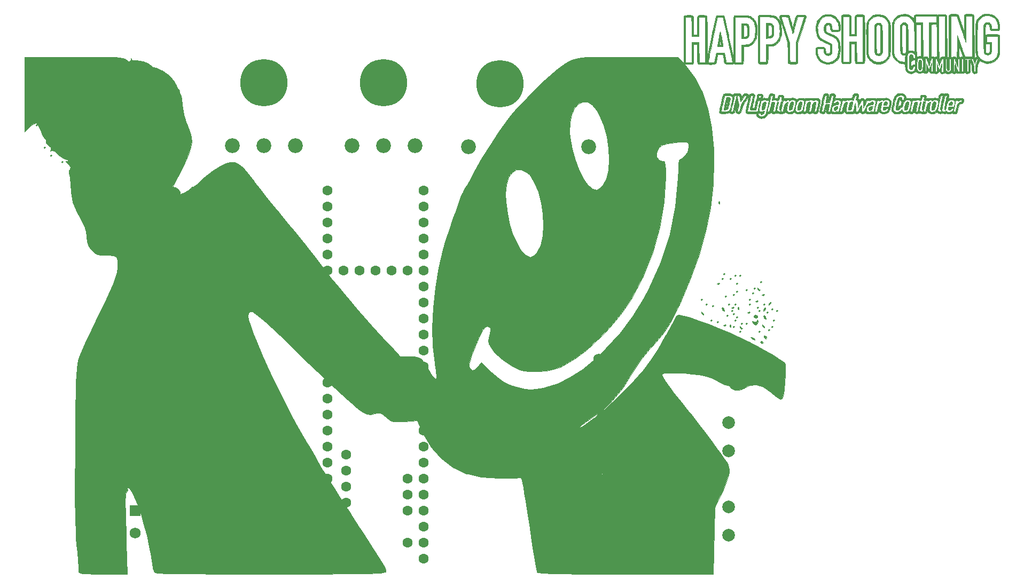
<source format=gbr>
%TF.GenerationSoftware,KiCad,Pcbnew,(5.1.4-0-10_14)*%
%TF.CreationDate,2020-08-01T15:48:12+02:00*%
%TF.ProjectId,usb-teensy3.6_kicad,7573622d-7465-4656-9e73-79332e365f6b,rev?*%
%TF.SameCoordinates,Original*%
%TF.FileFunction,Soldermask,Top*%
%TF.FilePolarity,Negative*%
%FSLAX46Y46*%
G04 Gerber Fmt 4.6, Leading zero omitted, Abs format (unit mm)*
G04 Created by KiCad (PCBNEW (5.1.4-0-10_14)) date 2020-08-01 15:48:12*
%MOMM*%
%LPD*%
G04 APERTURE LIST*
%ADD10C,0.010000*%
%ADD11C,1.600000*%
%ADD12R,1.600000X1.600000*%
%ADD13C,2.700000*%
%ADD14C,1.750000*%
%ADD15R,1.750000X1.750000*%
%ADD16C,7.500000*%
%ADD17C,2.340000*%
%ADD18C,2.000000*%
G04 APERTURE END LIST*
D10*
G36*
X184808773Y-73480424D02*
G01*
X185045534Y-73506551D01*
X185255145Y-73552433D01*
X185414064Y-73617323D01*
X185437018Y-73632041D01*
X185510494Y-73669162D01*
X185576077Y-73648379D01*
X185641386Y-73592649D01*
X185702462Y-73543995D01*
X185774773Y-73513206D01*
X185880137Y-73496314D01*
X186040368Y-73489349D01*
X186215171Y-73488253D01*
X186462931Y-73493532D01*
X186634965Y-73515310D01*
X186748818Y-73562802D01*
X186822036Y-73645220D01*
X186872162Y-73771779D01*
X186891298Y-73843321D01*
X186938232Y-74032328D01*
X187101795Y-73783600D01*
X187202049Y-73642047D01*
X187286927Y-73560267D01*
X187385605Y-73515769D01*
X187475856Y-73495257D01*
X187705627Y-73482763D01*
X187884477Y-73545113D01*
X188022332Y-73686093D01*
X188036985Y-73709120D01*
X188096803Y-73799331D01*
X188124324Y-73813081D01*
X188130561Y-73764313D01*
X188164000Y-73656621D01*
X188216015Y-73589138D01*
X188342194Y-73522834D01*
X188515788Y-73486804D01*
X188694243Y-73485678D01*
X188831472Y-73522177D01*
X188911449Y-73570155D01*
X188967886Y-73625380D01*
X189001005Y-73700365D01*
X189011027Y-73807625D01*
X188998176Y-73959674D01*
X188962672Y-74169026D01*
X188904738Y-74448195D01*
X188852127Y-74686610D01*
X188788673Y-74970338D01*
X188730605Y-75228688D01*
X188681587Y-75445456D01*
X188645284Y-75604441D01*
X188625362Y-75689441D01*
X188624674Y-75692206D01*
X188615152Y-75764329D01*
X188650675Y-75795949D01*
X188753702Y-75803493D01*
X188776937Y-75803564D01*
X188957149Y-75803564D01*
X189110264Y-75113601D01*
X189167059Y-74867951D01*
X189221142Y-74652544D01*
X189267745Y-74485068D01*
X189302101Y-74383207D01*
X189312599Y-74363104D01*
X189341632Y-74284504D01*
X189362894Y-74148353D01*
X189367220Y-74081653D01*
X189635884Y-74081653D01*
X189672154Y-74111842D01*
X189775739Y-74119481D01*
X189803949Y-74119586D01*
X189925647Y-74112859D01*
X189983968Y-74079203D01*
X190008849Y-73998406D01*
X190011801Y-73979254D01*
X190018730Y-73888141D01*
X189986986Y-73848564D01*
X189892381Y-73839096D01*
X189853390Y-73838923D01*
X189739032Y-73847044D01*
X189677247Y-73867224D01*
X189673744Y-73874006D01*
X189662200Y-73942983D01*
X189644900Y-74014337D01*
X189635884Y-74081653D01*
X189367220Y-74081653D01*
X189369433Y-74047553D01*
X189398546Y-73823576D01*
X189477065Y-73674347D01*
X189615472Y-73589544D01*
X189824251Y-73558842D01*
X189866250Y-73558260D01*
X190026876Y-73563797D01*
X190126706Y-73587842D01*
X190198207Y-73641544D01*
X190234958Y-73684873D01*
X190291022Y-73771008D01*
X190310662Y-73859266D01*
X190294964Y-73979090D01*
X190251677Y-74137727D01*
X190245978Y-74197636D01*
X190295594Y-74209888D01*
X190359147Y-74199828D01*
X190489667Y-74193041D01*
X190652936Y-74207959D01*
X190703480Y-74217008D01*
X190865815Y-74235774D01*
X191015270Y-74229875D01*
X191051353Y-74222499D01*
X191136253Y-74186952D01*
X191189690Y-74121270D01*
X191230035Y-73998540D01*
X191243640Y-73940785D01*
X191315091Y-73719674D01*
X191417616Y-73576549D01*
X191562229Y-73498016D01*
X191619008Y-73484375D01*
X191790162Y-73480472D01*
X191961985Y-73521039D01*
X192100009Y-73594819D01*
X192158213Y-73660486D01*
X192183132Y-73775837D01*
X192175351Y-73937480D01*
X192137523Y-74105089D01*
X192127035Y-74134602D01*
X192151909Y-74178318D01*
X192254720Y-74203959D01*
X192258415Y-74204324D01*
X192445427Y-74221662D01*
X192559803Y-74224650D01*
X192622212Y-74205775D01*
X192653323Y-74157526D01*
X192673804Y-74072388D01*
X192678126Y-74051765D01*
X192733072Y-73872656D01*
X192818295Y-73764436D01*
X192954203Y-73711604D01*
X193143143Y-73698591D01*
X193368275Y-73720262D01*
X193514633Y-73787902D01*
X193587026Y-73905458D01*
X193591726Y-74066545D01*
X193582351Y-74178727D01*
X193608803Y-74227115D01*
X193691163Y-74240136D01*
X193714933Y-74240961D01*
X193863008Y-74246320D01*
X193977882Y-74251518D01*
X194108347Y-74252770D01*
X194284300Y-74247361D01*
X194478372Y-74237034D01*
X194663196Y-74223531D01*
X194811406Y-74208596D01*
X194895633Y-74193971D01*
X194898774Y-74192871D01*
X195023353Y-74180302D01*
X195191153Y-74206286D01*
X195364575Y-74262250D01*
X195489007Y-74327454D01*
X195638471Y-74428992D01*
X195862889Y-74313270D01*
X196096290Y-74229665D01*
X196352562Y-74196834D01*
X196596920Y-74216312D01*
X196765859Y-74273354D01*
X196883698Y-74319025D01*
X196955178Y-74303711D01*
X196962405Y-74297199D01*
X197037016Y-74267779D01*
X197181851Y-74243601D01*
X197373682Y-74225515D01*
X197589281Y-74214371D01*
X197805420Y-74211021D01*
X197998873Y-74216314D01*
X198146411Y-74231102D01*
X198217437Y-74251240D01*
X198308263Y-74264117D01*
X198455859Y-74245710D01*
X198525835Y-74229579D01*
X198790482Y-74196831D01*
X199022498Y-74237149D01*
X199209753Y-74342880D01*
X199340114Y-74506372D01*
X199401449Y-74719973D01*
X199404597Y-74783838D01*
X199393834Y-74911062D01*
X199363823Y-75098974D01*
X199318980Y-75329098D01*
X199263716Y-75582955D01*
X199202445Y-75842070D01*
X199139580Y-76087965D01*
X199079536Y-76302165D01*
X199026724Y-76466192D01*
X198985559Y-76561570D01*
X198977265Y-76572890D01*
X198862189Y-76638397D01*
X198696518Y-76669046D01*
X198516620Y-76664473D01*
X198358863Y-76624311D01*
X198286389Y-76579831D01*
X198211219Y-76520130D01*
X198156724Y-76524349D01*
X198089263Y-76579831D01*
X197973861Y-76637452D01*
X197810750Y-76666206D01*
X197636161Y-76665478D01*
X197486325Y-76634655D01*
X197411885Y-76591316D01*
X197356086Y-76549155D01*
X197292209Y-76550323D01*
X197186056Y-76596818D01*
X197168928Y-76605500D01*
X196950467Y-76681878D01*
X196752334Y-76672835D01*
X196639033Y-76628047D01*
X196519031Y-76591397D01*
X196447748Y-76603063D01*
X196218678Y-76686133D01*
X195957648Y-76710258D01*
X195697792Y-76677024D01*
X195472246Y-76588017D01*
X195420542Y-76553901D01*
X195287642Y-76455643D01*
X195159005Y-76548980D01*
X194932792Y-76660728D01*
X194667681Y-76710350D01*
X194396752Y-76695485D01*
X194164990Y-76619928D01*
X194031362Y-76527616D01*
X193907081Y-76402516D01*
X193827522Y-76280771D01*
X193823808Y-76271335D01*
X193803441Y-76248145D01*
X193794466Y-76309493D01*
X193752571Y-76483330D01*
X193637334Y-76600421D01*
X193542310Y-76642645D01*
X193399370Y-76667435D01*
X193200208Y-76674780D01*
X192980223Y-76666149D01*
X192774815Y-76643008D01*
X192619383Y-76606828D01*
X192611830Y-76604051D01*
X192489014Y-76582495D01*
X192342571Y-76614732D01*
X192300530Y-76630420D01*
X192092502Y-76677526D01*
X191896524Y-76660395D01*
X191740566Y-76582616D01*
X191711805Y-76554889D01*
X191648835Y-76494737D01*
X191600100Y-76501763D01*
X191542321Y-76555146D01*
X191438078Y-76620707D01*
X191294592Y-76668730D01*
X191264829Y-76674363D01*
X191130119Y-76710353D01*
X191063639Y-76772048D01*
X191050189Y-76809034D01*
X191003098Y-76898633D01*
X190909551Y-77018860D01*
X190828632Y-77104805D01*
X190650294Y-77249001D01*
X190448691Y-77341038D01*
X190354518Y-77368399D01*
X190204129Y-77405974D01*
X190093266Y-77430950D01*
X190050466Y-77437607D01*
X189994431Y-77424631D01*
X189878757Y-77394898D01*
X189792899Y-77372103D01*
X189602312Y-77292792D01*
X189442578Y-77174702D01*
X189334739Y-77037379D01*
X189299449Y-76913783D01*
X189294421Y-76831836D01*
X189271961Y-76772292D01*
X189256951Y-76760673D01*
X189580828Y-76760673D01*
X189610709Y-76927152D01*
X189704922Y-77037997D01*
X189870328Y-77098159D01*
X190069115Y-77113150D01*
X190303573Y-77094801D01*
X190476328Y-77036546D01*
X190502136Y-77021828D01*
X190626855Y-76925995D01*
X190725383Y-76817943D01*
X190729354Y-76812044D01*
X190756430Y-76742018D01*
X190799593Y-76596884D01*
X190854915Y-76392924D01*
X190877216Y-76306418D01*
X190995809Y-76306418D01*
X191014483Y-76346638D01*
X191114567Y-76363828D01*
X191166247Y-76364890D01*
X191285304Y-76359749D01*
X191352695Y-76346871D01*
X191358360Y-76341157D01*
X191369079Y-76269589D01*
X191397929Y-76128828D01*
X191439952Y-75939682D01*
X191490188Y-75722961D01*
X191543679Y-75499474D01*
X191595465Y-75290031D01*
X191640589Y-75115441D01*
X191674090Y-74996513D01*
X191688174Y-74957139D01*
X191778865Y-74856670D01*
X191902387Y-74799375D01*
X192029538Y-74789647D01*
X192131113Y-74831876D01*
X192168023Y-74884986D01*
X192165787Y-74946927D01*
X192146615Y-75080260D01*
X192114425Y-75265174D01*
X192073136Y-75481862D01*
X192026665Y-75710513D01*
X191978932Y-75931318D01*
X191933853Y-76124468D01*
X191895347Y-76270154D01*
X191891499Y-76283030D01*
X191890341Y-76336184D01*
X191943876Y-76359967D01*
X192051790Y-76364890D01*
X192236976Y-76364890D01*
X192307365Y-76049144D01*
X192349387Y-75860299D01*
X192402796Y-75619793D01*
X192458782Y-75367311D01*
X192483893Y-75253932D01*
X192532874Y-75039525D01*
X192570713Y-74900604D01*
X192604799Y-74820956D01*
X192642523Y-74784366D01*
X192691271Y-74774621D01*
X192702394Y-74774466D01*
X192783744Y-74790816D01*
X192791970Y-74849972D01*
X192790161Y-74856326D01*
X192757600Y-74978965D01*
X192715617Y-75156905D01*
X192668945Y-75367508D01*
X192622316Y-75588136D01*
X192580466Y-75796149D01*
X192548125Y-75968910D01*
X192530028Y-76083779D01*
X192527790Y-76111249D01*
X192557080Y-76223595D01*
X192650445Y-76300892D01*
X192816129Y-76346654D01*
X193062375Y-76364395D01*
X193122912Y-76364890D01*
X193299999Y-76362093D01*
X193434534Y-76354642D01*
X193504753Y-76343948D01*
X193510110Y-76339787D01*
X193522038Y-76250568D01*
X193553889Y-76095847D01*
X193599768Y-75898714D01*
X193653777Y-75682261D01*
X193710018Y-75469581D01*
X193762595Y-75283766D01*
X193805611Y-75147907D01*
X193829024Y-75090968D01*
X193933352Y-74975470D01*
X194082672Y-74878294D01*
X194234741Y-74824915D01*
X194276305Y-74821243D01*
X194324683Y-74838447D01*
X194313402Y-74905547D01*
X194304758Y-74926492D01*
X194267314Y-75040305D01*
X194221553Y-75217539D01*
X194173396Y-75429957D01*
X194128764Y-75649324D01*
X194093580Y-75847407D01*
X194073762Y-75995970D01*
X194071436Y-76039081D01*
X194114543Y-76200335D01*
X194186253Y-76296850D01*
X194272018Y-76365446D01*
X194374340Y-76400171D01*
X194527551Y-76411225D01*
X194572164Y-76411492D01*
X194815486Y-76388878D01*
X194992743Y-76320171D01*
X195105792Y-76238428D01*
X195193731Y-76138151D01*
X195251691Y-76027882D01*
X195428962Y-76027882D01*
X195465629Y-76206797D01*
X195577232Y-76330657D01*
X195762212Y-76398263D01*
X195928702Y-76411492D01*
X196172024Y-76388878D01*
X196349281Y-76320171D01*
X196350112Y-76319570D01*
X196707016Y-76319570D01*
X196735287Y-76355659D01*
X196828110Y-76364675D01*
X196872479Y-76364890D01*
X197055783Y-76364890D01*
X197135510Y-76002367D01*
X197186927Y-75769215D01*
X197242858Y-75516583D01*
X197287713Y-75314795D01*
X197364049Y-75065738D01*
X197463142Y-74890499D01*
X197579859Y-74796015D01*
X197681191Y-74783038D01*
X197764829Y-74806361D01*
X197817827Y-74855405D01*
X197841335Y-74943171D01*
X197836502Y-75082661D01*
X197804477Y-75286877D01*
X197749438Y-75554881D01*
X197698536Y-75788987D01*
X197652893Y-75997557D01*
X197617146Y-76159495D01*
X197595930Y-76253705D01*
X197594538Y-76259641D01*
X197588102Y-76327877D01*
X197627723Y-76357847D01*
X197736016Y-76364854D01*
X197750067Y-76364881D01*
X197930552Y-76364873D01*
X198081741Y-75674918D01*
X198144374Y-75397906D01*
X198195355Y-75197444D01*
X198239964Y-75058073D01*
X198283481Y-74964333D01*
X198331186Y-74900766D01*
X198353318Y-74879715D01*
X198497920Y-74790380D01*
X198623704Y-74787940D01*
X198704612Y-74847327D01*
X198724862Y-74889701D01*
X198730096Y-74960498D01*
X198718539Y-75073431D01*
X198688417Y-75242216D01*
X198637955Y-75480566D01*
X198601735Y-75642539D01*
X198438390Y-76364890D01*
X198614007Y-76364890D01*
X198745726Y-76349604D01*
X198807374Y-76298478D01*
X198813052Y-76283030D01*
X198849869Y-76141594D01*
X198895826Y-75946374D01*
X198946634Y-75717933D01*
X198998004Y-75476832D01*
X199045649Y-75243636D01*
X199085280Y-75038906D01*
X199112608Y-74883206D01*
X199123345Y-74797097D01*
X199123370Y-74795057D01*
X199087123Y-74635254D01*
X198978880Y-74534903D01*
X198799387Y-74494631D01*
X198762968Y-74493803D01*
X198596814Y-74511225D01*
X198443454Y-74554393D01*
X198415136Y-74567370D01*
X198312631Y-74612972D01*
X198248356Y-74609677D01*
X198191584Y-74567370D01*
X198078638Y-74515455D01*
X197914578Y-74495923D01*
X197736190Y-74509120D01*
X197580260Y-74555395D01*
X197568029Y-74561483D01*
X197478742Y-74595290D01*
X197439551Y-74584093D01*
X197439392Y-74581760D01*
X197398453Y-74554986D01*
X197297060Y-74547642D01*
X197267183Y-74549451D01*
X197094974Y-74563969D01*
X196923983Y-75337294D01*
X196864916Y-75603438D01*
X196810720Y-75845793D01*
X196765519Y-76046058D01*
X196733439Y-76185927D01*
X196721084Y-76237755D01*
X196707016Y-76319570D01*
X196350112Y-76319570D01*
X196462330Y-76238428D01*
X196550269Y-76138151D01*
X196622075Y-76001542D01*
X196686724Y-75810799D01*
X196753194Y-75548125D01*
X196765249Y-75495354D01*
X196825620Y-75215680D01*
X196861126Y-75009891D01*
X196871731Y-74861672D01*
X196857398Y-74754709D01*
X196818089Y-74672686D01*
X196763249Y-74608620D01*
X196677484Y-74540024D01*
X196575162Y-74505299D01*
X196421951Y-74494246D01*
X196377338Y-74493978D01*
X196098085Y-74529380D01*
X195878732Y-74635838D01*
X195726921Y-74799079D01*
X195680953Y-74901235D01*
X195625975Y-75070582D01*
X195568083Y-75281985D01*
X195513372Y-75510307D01*
X195467936Y-75730414D01*
X195437871Y-75917169D01*
X195428962Y-76027882D01*
X195251691Y-76027882D01*
X195265537Y-76001542D01*
X195330187Y-75810799D01*
X195396656Y-75548125D01*
X195408711Y-75495354D01*
X195469082Y-75215680D01*
X195504588Y-75009891D01*
X195515193Y-74861672D01*
X195500860Y-74754709D01*
X195461552Y-74672686D01*
X195406711Y-74608620D01*
X195320946Y-74540024D01*
X195218624Y-74505299D01*
X195065413Y-74494246D01*
X195020800Y-74493978D01*
X194772800Y-74517643D01*
X194603100Y-74583548D01*
X194507409Y-74639537D01*
X194471275Y-74646328D01*
X194474665Y-74603890D01*
X194479919Y-74583373D01*
X194479588Y-74518762D01*
X194416951Y-74495513D01*
X194369249Y-74493978D01*
X194237891Y-74518869D01*
X194095876Y-74579382D01*
X194082000Y-74587532D01*
X193964968Y-74655659D01*
X193906404Y-74674869D01*
X193886281Y-74647153D01*
X193884327Y-74607169D01*
X193858872Y-74557292D01*
X193769788Y-74540467D01*
X193708913Y-74541536D01*
X193539963Y-74545917D01*
X193377521Y-74545166D01*
X193375626Y-74545113D01*
X193270199Y-74535523D01*
X193234820Y-74497634D01*
X193246003Y-74404995D01*
X193246988Y-74400249D01*
X193289544Y-74198736D01*
X193312755Y-74072724D01*
X193312963Y-74005483D01*
X193286510Y-73980282D01*
X193229737Y-73980393D01*
X193156782Y-73987738D01*
X193070610Y-73995804D01*
X193013935Y-74014587D01*
X192975104Y-74062115D01*
X192942464Y-74156416D01*
X192904363Y-74315517D01*
X192882583Y-74411943D01*
X192837786Y-74510226D01*
X192748992Y-74540391D01*
X192737396Y-74540580D01*
X192642018Y-74566754D01*
X192621344Y-74618900D01*
X192611459Y-74663419D01*
X192569514Y-74645532D01*
X192513080Y-74595511D01*
X192375022Y-74521337D01*
X192190387Y-74493228D01*
X191995054Y-74513052D01*
X191860991Y-74561599D01*
X191798715Y-74595147D01*
X191762095Y-74607028D01*
X191749646Y-74582403D01*
X191759883Y-74506431D01*
X191791322Y-74364275D01*
X191826132Y-74213140D01*
X191871999Y-74014266D01*
X191896745Y-73889951D01*
X191896867Y-73822876D01*
X191868861Y-73795718D01*
X191809223Y-73791157D01*
X191740971Y-73792146D01*
X191560473Y-73792146D01*
X191288978Y-75020046D01*
X191216142Y-75348046D01*
X191149075Y-75647359D01*
X191090641Y-75905427D01*
X191043702Y-76109688D01*
X191011120Y-76247584D01*
X190995809Y-76306418D01*
X190877216Y-76306418D01*
X190918465Y-76146417D01*
X190986313Y-75873643D01*
X191054530Y-75590882D01*
X191119185Y-75314416D01*
X191176348Y-75060523D01*
X191222090Y-74845485D01*
X191252480Y-74685581D01*
X191263563Y-74599052D01*
X191225053Y-74560004D01*
X191131925Y-74542083D01*
X191020927Y-74546288D01*
X190928806Y-74573622D01*
X190907317Y-74589340D01*
X190845402Y-74605672D01*
X190798680Y-74565951D01*
X190706272Y-74515993D01*
X190558793Y-74495444D01*
X190390064Y-74504538D01*
X190233903Y-74543509D01*
X190193197Y-74561763D01*
X190122535Y-74606754D01*
X190065032Y-74669469D01*
X190014729Y-74764431D01*
X189965666Y-74906166D01*
X189911884Y-75109199D01*
X189847422Y-75388053D01*
X189839433Y-75423939D01*
X189779478Y-75703898D01*
X189742427Y-75908882D01*
X189727537Y-76054432D01*
X189734067Y-76156090D01*
X189761274Y-76229397D01*
X189798575Y-76279346D01*
X189907072Y-76339894D01*
X190068018Y-76364314D01*
X190247181Y-76351672D01*
X190410327Y-76301036D01*
X190419820Y-76296274D01*
X190552508Y-76227659D01*
X190509939Y-76424911D01*
X190445467Y-76593659D01*
X190343959Y-76722942D01*
X190223090Y-76804220D01*
X190100538Y-76828951D01*
X189993977Y-76788595D01*
X189932259Y-76704024D01*
X189866400Y-76624204D01*
X189747401Y-76598920D01*
X189733456Y-76598776D01*
X189630680Y-76606962D01*
X189588826Y-76650661D01*
X189580829Y-76758584D01*
X189580828Y-76760673D01*
X189256951Y-76760673D01*
X189219060Y-76731344D01*
X189122711Y-76705185D01*
X188969904Y-76690010D01*
X188747634Y-76682011D01*
X188493721Y-76678004D01*
X188212133Y-76673335D01*
X188008569Y-76666216D01*
X187867500Y-76654801D01*
X187773399Y-76637243D01*
X187710737Y-76611697D01*
X187667813Y-76579831D01*
X187593892Y-76474956D01*
X187569410Y-76379709D01*
X187576344Y-76327309D01*
X187850073Y-76327309D01*
X187894353Y-76339474D01*
X188017213Y-76349998D01*
X188203684Y-76358193D01*
X188438797Y-76363372D01*
X188668674Y-76364890D01*
X188933669Y-76363610D01*
X189162905Y-76360060D01*
X189341412Y-76354672D01*
X189454220Y-76347879D01*
X189487274Y-76341238D01*
X189496956Y-76290204D01*
X189523871Y-76162646D01*
X189564824Y-75973337D01*
X189616621Y-75737049D01*
X189674383Y-75476124D01*
X189733849Y-75206096D01*
X189785518Y-74966513D01*
X189826163Y-74772747D01*
X189852557Y-74640172D01*
X189861491Y-74584797D01*
X189819913Y-74554751D01*
X189712552Y-74547845D01*
X189688480Y-74549451D01*
X189515469Y-74563969D01*
X189184185Y-76084227D01*
X188727626Y-76084227D01*
X188501596Y-76080608D01*
X188358094Y-76068828D01*
X188286344Y-76047500D01*
X188273047Y-76025755D01*
X188283588Y-75965290D01*
X188312111Y-75827044D01*
X188355709Y-75624428D01*
X188411472Y-75370852D01*
X188476490Y-75079727D01*
X188521657Y-74879715D01*
X188768287Y-73792146D01*
X188592996Y-73792146D01*
X188460454Y-73807874D01*
X188398115Y-73860183D01*
X188392921Y-73874006D01*
X188374933Y-73945281D01*
X188341100Y-74089962D01*
X188294691Y-74293279D01*
X188238972Y-74540462D01*
X188177213Y-74816741D01*
X188112682Y-75107346D01*
X188048647Y-75397506D01*
X187988376Y-75672452D01*
X187935137Y-75917413D01*
X187892200Y-76117619D01*
X187862831Y-76258301D01*
X187850299Y-76324687D01*
X187850073Y-76327309D01*
X187576344Y-76327309D01*
X187579335Y-76304709D01*
X187607246Y-76152238D01*
X187650347Y-75936042D01*
X187705843Y-75669866D01*
X187770938Y-75367456D01*
X187826685Y-75114779D01*
X187911326Y-74733935D01*
X187976654Y-74436079D01*
X188024104Y-74212974D01*
X188055112Y-74056384D01*
X188071113Y-73958072D01*
X188073541Y-73909803D01*
X188063832Y-73903338D01*
X188043421Y-73930443D01*
X188028606Y-73955866D01*
X187986705Y-74025198D01*
X187903811Y-74158150D01*
X187789447Y-74339597D01*
X187653136Y-74554414D01*
X187541864Y-74728900D01*
X187382486Y-74979988D01*
X187264892Y-75172944D01*
X187179826Y-75328041D01*
X187118028Y-75465549D01*
X187070241Y-75605741D01*
X187027208Y-75768889D01*
X186986493Y-75945005D01*
X186920127Y-76219858D01*
X186858183Y-76415408D01*
X186790452Y-76544759D01*
X186706723Y-76621010D01*
X186596786Y-76657263D01*
X186450430Y-76666620D01*
X186424203Y-76666509D01*
X186205250Y-76638774D01*
X186056773Y-76562973D01*
X185984921Y-76442962D01*
X185978987Y-76387315D01*
X185989012Y-76301334D01*
X186016194Y-76147329D01*
X186056192Y-75948330D01*
X186097129Y-75760546D01*
X186141356Y-75548023D01*
X186172025Y-75367093D01*
X186186123Y-75238202D01*
X186182170Y-75183627D01*
X186161162Y-75207289D01*
X186125372Y-75308168D01*
X186079055Y-75471881D01*
X186026465Y-75684047D01*
X186000414Y-75798100D01*
X185924608Y-76116994D01*
X185858284Y-76348248D01*
X185799776Y-76497108D01*
X185758517Y-76559372D01*
X185608325Y-76648736D01*
X185416227Y-76677811D01*
X185213793Y-76644221D01*
X185125805Y-76607024D01*
X185009439Y-76552887D01*
X184919882Y-76540756D01*
X184809860Y-76568394D01*
X184751588Y-76589325D01*
X184559646Y-76634524D01*
X184286707Y-76660239D01*
X184077800Y-76665887D01*
X183803907Y-76658821D01*
X183610945Y-76630388D01*
X183487788Y-76575874D01*
X183423308Y-76490569D01*
X183406243Y-76381518D01*
X183413543Y-76327309D01*
X183686906Y-76327309D01*
X183729712Y-76348746D01*
X183843172Y-76361483D01*
X184004842Y-76366090D01*
X184192284Y-76363140D01*
X184383054Y-76353204D01*
X184554713Y-76336855D01*
X184684820Y-76314664D01*
X184729200Y-76300753D01*
X184764348Y-76283030D01*
X185247259Y-76283030D01*
X185247810Y-76336622D01*
X185303723Y-76360319D01*
X185406100Y-76364890D01*
X185587952Y-76364890D01*
X185856064Y-75160378D01*
X185928911Y-74834082D01*
X185996072Y-74535101D01*
X186054592Y-74276444D01*
X186101515Y-74071119D01*
X186133887Y-73932135D01*
X186148288Y-73874006D01*
X186148695Y-73820530D01*
X186118414Y-73807430D01*
X186212872Y-73807430D01*
X186221288Y-73856170D01*
X186244529Y-73980857D01*
X186279587Y-74165597D01*
X186323454Y-74394499D01*
X186353288Y-74549205D01*
X186493704Y-75275696D01*
X186376677Y-75794119D01*
X186330114Y-76002563D01*
X186292336Y-76175818D01*
X186267500Y-76294537D01*
X186259650Y-76338716D01*
X186301035Y-76355503D01*
X186403724Y-76364440D01*
X186436308Y-76364890D01*
X186612965Y-76364890D01*
X186725464Y-75838647D01*
X186772411Y-75627561D01*
X186816763Y-75462175D01*
X186868899Y-75318717D01*
X186939196Y-75173416D01*
X187038032Y-75002501D01*
X187175784Y-74782199D01*
X187210466Y-74727689D01*
X187352609Y-74504463D01*
X187486223Y-74294437D01*
X187598737Y-74117387D01*
X187677579Y-73993087D01*
X187693720Y-73967560D01*
X187804470Y-73792146D01*
X187605080Y-73793181D01*
X187405690Y-73794217D01*
X187103221Y-74307235D01*
X186978939Y-74510068D01*
X186877313Y-74660127D01*
X186805528Y-74747581D01*
X186770773Y-74762596D01*
X186770599Y-74762276D01*
X186749790Y-74690878D01*
X186721575Y-74553372D01*
X186691270Y-74376334D01*
X186684151Y-74330083D01*
X186648983Y-74100562D01*
X186620089Y-73947821D01*
X186589123Y-73856234D01*
X186547740Y-73810176D01*
X186487594Y-73794021D01*
X186400338Y-73792145D01*
X186396829Y-73792146D01*
X186280763Y-73795594D01*
X186217056Y-73804192D01*
X186212872Y-73807430D01*
X186118414Y-73807430D01*
X186093887Y-73796820D01*
X185989961Y-73792146D01*
X185807523Y-73792146D01*
X185538897Y-74996658D01*
X185465957Y-75322932D01*
X185398790Y-75621897D01*
X185340345Y-75880544D01*
X185293569Y-76085869D01*
X185261412Y-76224866D01*
X185247259Y-76283030D01*
X184764348Y-76283030D01*
X184855129Y-76237255D01*
X184958792Y-76157202D01*
X185045916Y-76048605D01*
X185122228Y-75899478D01*
X185193457Y-75697833D01*
X185265330Y-75431683D01*
X185343575Y-75089041D01*
X185372226Y-74954981D01*
X185430433Y-74673902D01*
X185469300Y-74467960D01*
X185490528Y-74321133D01*
X185495820Y-74217401D01*
X185486877Y-74140742D01*
X185465637Y-74075703D01*
X185395202Y-73955575D01*
X185290245Y-73872881D01*
X185135398Y-73821945D01*
X184915296Y-73797088D01*
X184698090Y-73792146D01*
X184487751Y-73794349D01*
X184353037Y-73803040D01*
X184276083Y-73821343D01*
X184239019Y-73852380D01*
X184229753Y-73874006D01*
X184211766Y-73945281D01*
X184177933Y-74089962D01*
X184131523Y-74293279D01*
X184075804Y-74540462D01*
X184014046Y-74816741D01*
X183949514Y-75107346D01*
X183885479Y-75397506D01*
X183825208Y-75672452D01*
X183771970Y-75917413D01*
X183729032Y-76117619D01*
X183699663Y-76258301D01*
X183687131Y-76324687D01*
X183686906Y-76327309D01*
X183413543Y-76327309D01*
X183416055Y-76308657D01*
X183443763Y-76157288D01*
X183486770Y-75940188D01*
X183542480Y-75670132D01*
X183608297Y-75359897D01*
X183681625Y-75022256D01*
X183692292Y-74973759D01*
X183795242Y-74516972D01*
X183882724Y-74151652D01*
X183954942Y-73877032D01*
X184012099Y-73692347D01*
X184054400Y-73596830D01*
X184061064Y-73588393D01*
X184171008Y-73528035D01*
X184347969Y-73490419D01*
X184568404Y-73474797D01*
X184808773Y-73480424D01*
X184808773Y-73480424D01*
G37*
X184808773Y-73480424D02*
X185045534Y-73506551D01*
X185255145Y-73552433D01*
X185414064Y-73617323D01*
X185437018Y-73632041D01*
X185510494Y-73669162D01*
X185576077Y-73648379D01*
X185641386Y-73592649D01*
X185702462Y-73543995D01*
X185774773Y-73513206D01*
X185880137Y-73496314D01*
X186040368Y-73489349D01*
X186215171Y-73488253D01*
X186462931Y-73493532D01*
X186634965Y-73515310D01*
X186748818Y-73562802D01*
X186822036Y-73645220D01*
X186872162Y-73771779D01*
X186891298Y-73843321D01*
X186938232Y-74032328D01*
X187101795Y-73783600D01*
X187202049Y-73642047D01*
X187286927Y-73560267D01*
X187385605Y-73515769D01*
X187475856Y-73495257D01*
X187705627Y-73482763D01*
X187884477Y-73545113D01*
X188022332Y-73686093D01*
X188036985Y-73709120D01*
X188096803Y-73799331D01*
X188124324Y-73813081D01*
X188130561Y-73764313D01*
X188164000Y-73656621D01*
X188216015Y-73589138D01*
X188342194Y-73522834D01*
X188515788Y-73486804D01*
X188694243Y-73485678D01*
X188831472Y-73522177D01*
X188911449Y-73570155D01*
X188967886Y-73625380D01*
X189001005Y-73700365D01*
X189011027Y-73807625D01*
X188998176Y-73959674D01*
X188962672Y-74169026D01*
X188904738Y-74448195D01*
X188852127Y-74686610D01*
X188788673Y-74970338D01*
X188730605Y-75228688D01*
X188681587Y-75445456D01*
X188645284Y-75604441D01*
X188625362Y-75689441D01*
X188624674Y-75692206D01*
X188615152Y-75764329D01*
X188650675Y-75795949D01*
X188753702Y-75803493D01*
X188776937Y-75803564D01*
X188957149Y-75803564D01*
X189110264Y-75113601D01*
X189167059Y-74867951D01*
X189221142Y-74652544D01*
X189267745Y-74485068D01*
X189302101Y-74383207D01*
X189312599Y-74363104D01*
X189341632Y-74284504D01*
X189362894Y-74148353D01*
X189367220Y-74081653D01*
X189635884Y-74081653D01*
X189672154Y-74111842D01*
X189775739Y-74119481D01*
X189803949Y-74119586D01*
X189925647Y-74112859D01*
X189983968Y-74079203D01*
X190008849Y-73998406D01*
X190011801Y-73979254D01*
X190018730Y-73888141D01*
X189986986Y-73848564D01*
X189892381Y-73839096D01*
X189853390Y-73838923D01*
X189739032Y-73847044D01*
X189677247Y-73867224D01*
X189673744Y-73874006D01*
X189662200Y-73942983D01*
X189644900Y-74014337D01*
X189635884Y-74081653D01*
X189367220Y-74081653D01*
X189369433Y-74047553D01*
X189398546Y-73823576D01*
X189477065Y-73674347D01*
X189615472Y-73589544D01*
X189824251Y-73558842D01*
X189866250Y-73558260D01*
X190026876Y-73563797D01*
X190126706Y-73587842D01*
X190198207Y-73641544D01*
X190234958Y-73684873D01*
X190291022Y-73771008D01*
X190310662Y-73859266D01*
X190294964Y-73979090D01*
X190251677Y-74137727D01*
X190245978Y-74197636D01*
X190295594Y-74209888D01*
X190359147Y-74199828D01*
X190489667Y-74193041D01*
X190652936Y-74207959D01*
X190703480Y-74217008D01*
X190865815Y-74235774D01*
X191015270Y-74229875D01*
X191051353Y-74222499D01*
X191136253Y-74186952D01*
X191189690Y-74121270D01*
X191230035Y-73998540D01*
X191243640Y-73940785D01*
X191315091Y-73719674D01*
X191417616Y-73576549D01*
X191562229Y-73498016D01*
X191619008Y-73484375D01*
X191790162Y-73480472D01*
X191961985Y-73521039D01*
X192100009Y-73594819D01*
X192158213Y-73660486D01*
X192183132Y-73775837D01*
X192175351Y-73937480D01*
X192137523Y-74105089D01*
X192127035Y-74134602D01*
X192151909Y-74178318D01*
X192254720Y-74203959D01*
X192258415Y-74204324D01*
X192445427Y-74221662D01*
X192559803Y-74224650D01*
X192622212Y-74205775D01*
X192653323Y-74157526D01*
X192673804Y-74072388D01*
X192678126Y-74051765D01*
X192733072Y-73872656D01*
X192818295Y-73764436D01*
X192954203Y-73711604D01*
X193143143Y-73698591D01*
X193368275Y-73720262D01*
X193514633Y-73787902D01*
X193587026Y-73905458D01*
X193591726Y-74066545D01*
X193582351Y-74178727D01*
X193608803Y-74227115D01*
X193691163Y-74240136D01*
X193714933Y-74240961D01*
X193863008Y-74246320D01*
X193977882Y-74251518D01*
X194108347Y-74252770D01*
X194284300Y-74247361D01*
X194478372Y-74237034D01*
X194663196Y-74223531D01*
X194811406Y-74208596D01*
X194895633Y-74193971D01*
X194898774Y-74192871D01*
X195023353Y-74180302D01*
X195191153Y-74206286D01*
X195364575Y-74262250D01*
X195489007Y-74327454D01*
X195638471Y-74428992D01*
X195862889Y-74313270D01*
X196096290Y-74229665D01*
X196352562Y-74196834D01*
X196596920Y-74216312D01*
X196765859Y-74273354D01*
X196883698Y-74319025D01*
X196955178Y-74303711D01*
X196962405Y-74297199D01*
X197037016Y-74267779D01*
X197181851Y-74243601D01*
X197373682Y-74225515D01*
X197589281Y-74214371D01*
X197805420Y-74211021D01*
X197998873Y-74216314D01*
X198146411Y-74231102D01*
X198217437Y-74251240D01*
X198308263Y-74264117D01*
X198455859Y-74245710D01*
X198525835Y-74229579D01*
X198790482Y-74196831D01*
X199022498Y-74237149D01*
X199209753Y-74342880D01*
X199340114Y-74506372D01*
X199401449Y-74719973D01*
X199404597Y-74783838D01*
X199393834Y-74911062D01*
X199363823Y-75098974D01*
X199318980Y-75329098D01*
X199263716Y-75582955D01*
X199202445Y-75842070D01*
X199139580Y-76087965D01*
X199079536Y-76302165D01*
X199026724Y-76466192D01*
X198985559Y-76561570D01*
X198977265Y-76572890D01*
X198862189Y-76638397D01*
X198696518Y-76669046D01*
X198516620Y-76664473D01*
X198358863Y-76624311D01*
X198286389Y-76579831D01*
X198211219Y-76520130D01*
X198156724Y-76524349D01*
X198089263Y-76579831D01*
X197973861Y-76637452D01*
X197810750Y-76666206D01*
X197636161Y-76665478D01*
X197486325Y-76634655D01*
X197411885Y-76591316D01*
X197356086Y-76549155D01*
X197292209Y-76550323D01*
X197186056Y-76596818D01*
X197168928Y-76605500D01*
X196950467Y-76681878D01*
X196752334Y-76672835D01*
X196639033Y-76628047D01*
X196519031Y-76591397D01*
X196447748Y-76603063D01*
X196218678Y-76686133D01*
X195957648Y-76710258D01*
X195697792Y-76677024D01*
X195472246Y-76588017D01*
X195420542Y-76553901D01*
X195287642Y-76455643D01*
X195159005Y-76548980D01*
X194932792Y-76660728D01*
X194667681Y-76710350D01*
X194396752Y-76695485D01*
X194164990Y-76619928D01*
X194031362Y-76527616D01*
X193907081Y-76402516D01*
X193827522Y-76280771D01*
X193823808Y-76271335D01*
X193803441Y-76248145D01*
X193794466Y-76309493D01*
X193752571Y-76483330D01*
X193637334Y-76600421D01*
X193542310Y-76642645D01*
X193399370Y-76667435D01*
X193200208Y-76674780D01*
X192980223Y-76666149D01*
X192774815Y-76643008D01*
X192619383Y-76606828D01*
X192611830Y-76604051D01*
X192489014Y-76582495D01*
X192342571Y-76614732D01*
X192300530Y-76630420D01*
X192092502Y-76677526D01*
X191896524Y-76660395D01*
X191740566Y-76582616D01*
X191711805Y-76554889D01*
X191648835Y-76494737D01*
X191600100Y-76501763D01*
X191542321Y-76555146D01*
X191438078Y-76620707D01*
X191294592Y-76668730D01*
X191264829Y-76674363D01*
X191130119Y-76710353D01*
X191063639Y-76772048D01*
X191050189Y-76809034D01*
X191003098Y-76898633D01*
X190909551Y-77018860D01*
X190828632Y-77104805D01*
X190650294Y-77249001D01*
X190448691Y-77341038D01*
X190354518Y-77368399D01*
X190204129Y-77405974D01*
X190093266Y-77430950D01*
X190050466Y-77437607D01*
X189994431Y-77424631D01*
X189878757Y-77394898D01*
X189792899Y-77372103D01*
X189602312Y-77292792D01*
X189442578Y-77174702D01*
X189334739Y-77037379D01*
X189299449Y-76913783D01*
X189294421Y-76831836D01*
X189271961Y-76772292D01*
X189256951Y-76760673D01*
X189580828Y-76760673D01*
X189610709Y-76927152D01*
X189704922Y-77037997D01*
X189870328Y-77098159D01*
X190069115Y-77113150D01*
X190303573Y-77094801D01*
X190476328Y-77036546D01*
X190502136Y-77021828D01*
X190626855Y-76925995D01*
X190725383Y-76817943D01*
X190729354Y-76812044D01*
X190756430Y-76742018D01*
X190799593Y-76596884D01*
X190854915Y-76392924D01*
X190877216Y-76306418D01*
X190995809Y-76306418D01*
X191014483Y-76346638D01*
X191114567Y-76363828D01*
X191166247Y-76364890D01*
X191285304Y-76359749D01*
X191352695Y-76346871D01*
X191358360Y-76341157D01*
X191369079Y-76269589D01*
X191397929Y-76128828D01*
X191439952Y-75939682D01*
X191490188Y-75722961D01*
X191543679Y-75499474D01*
X191595465Y-75290031D01*
X191640589Y-75115441D01*
X191674090Y-74996513D01*
X191688174Y-74957139D01*
X191778865Y-74856670D01*
X191902387Y-74799375D01*
X192029538Y-74789647D01*
X192131113Y-74831876D01*
X192168023Y-74884986D01*
X192165787Y-74946927D01*
X192146615Y-75080260D01*
X192114425Y-75265174D01*
X192073136Y-75481862D01*
X192026665Y-75710513D01*
X191978932Y-75931318D01*
X191933853Y-76124468D01*
X191895347Y-76270154D01*
X191891499Y-76283030D01*
X191890341Y-76336184D01*
X191943876Y-76359967D01*
X192051790Y-76364890D01*
X192236976Y-76364890D01*
X192307365Y-76049144D01*
X192349387Y-75860299D01*
X192402796Y-75619793D01*
X192458782Y-75367311D01*
X192483893Y-75253932D01*
X192532874Y-75039525D01*
X192570713Y-74900604D01*
X192604799Y-74820956D01*
X192642523Y-74784366D01*
X192691271Y-74774621D01*
X192702394Y-74774466D01*
X192783744Y-74790816D01*
X192791970Y-74849972D01*
X192790161Y-74856326D01*
X192757600Y-74978965D01*
X192715617Y-75156905D01*
X192668945Y-75367508D01*
X192622316Y-75588136D01*
X192580466Y-75796149D01*
X192548125Y-75968910D01*
X192530028Y-76083779D01*
X192527790Y-76111249D01*
X192557080Y-76223595D01*
X192650445Y-76300892D01*
X192816129Y-76346654D01*
X193062375Y-76364395D01*
X193122912Y-76364890D01*
X193299999Y-76362093D01*
X193434534Y-76354642D01*
X193504753Y-76343948D01*
X193510110Y-76339787D01*
X193522038Y-76250568D01*
X193553889Y-76095847D01*
X193599768Y-75898714D01*
X193653777Y-75682261D01*
X193710018Y-75469581D01*
X193762595Y-75283766D01*
X193805611Y-75147907D01*
X193829024Y-75090968D01*
X193933352Y-74975470D01*
X194082672Y-74878294D01*
X194234741Y-74824915D01*
X194276305Y-74821243D01*
X194324683Y-74838447D01*
X194313402Y-74905547D01*
X194304758Y-74926492D01*
X194267314Y-75040305D01*
X194221553Y-75217539D01*
X194173396Y-75429957D01*
X194128764Y-75649324D01*
X194093580Y-75847407D01*
X194073762Y-75995970D01*
X194071436Y-76039081D01*
X194114543Y-76200335D01*
X194186253Y-76296850D01*
X194272018Y-76365446D01*
X194374340Y-76400171D01*
X194527551Y-76411225D01*
X194572164Y-76411492D01*
X194815486Y-76388878D01*
X194992743Y-76320171D01*
X195105792Y-76238428D01*
X195193731Y-76138151D01*
X195251691Y-76027882D01*
X195428962Y-76027882D01*
X195465629Y-76206797D01*
X195577232Y-76330657D01*
X195762212Y-76398263D01*
X195928702Y-76411492D01*
X196172024Y-76388878D01*
X196349281Y-76320171D01*
X196350112Y-76319570D01*
X196707016Y-76319570D01*
X196735287Y-76355659D01*
X196828110Y-76364675D01*
X196872479Y-76364890D01*
X197055783Y-76364890D01*
X197135510Y-76002367D01*
X197186927Y-75769215D01*
X197242858Y-75516583D01*
X197287713Y-75314795D01*
X197364049Y-75065738D01*
X197463142Y-74890499D01*
X197579859Y-74796015D01*
X197681191Y-74783038D01*
X197764829Y-74806361D01*
X197817827Y-74855405D01*
X197841335Y-74943171D01*
X197836502Y-75082661D01*
X197804477Y-75286877D01*
X197749438Y-75554881D01*
X197698536Y-75788987D01*
X197652893Y-75997557D01*
X197617146Y-76159495D01*
X197595930Y-76253705D01*
X197594538Y-76259641D01*
X197588102Y-76327877D01*
X197627723Y-76357847D01*
X197736016Y-76364854D01*
X197750067Y-76364881D01*
X197930552Y-76364873D01*
X198081741Y-75674918D01*
X198144374Y-75397906D01*
X198195355Y-75197444D01*
X198239964Y-75058073D01*
X198283481Y-74964333D01*
X198331186Y-74900766D01*
X198353318Y-74879715D01*
X198497920Y-74790380D01*
X198623704Y-74787940D01*
X198704612Y-74847327D01*
X198724862Y-74889701D01*
X198730096Y-74960498D01*
X198718539Y-75073431D01*
X198688417Y-75242216D01*
X198637955Y-75480566D01*
X198601735Y-75642539D01*
X198438390Y-76364890D01*
X198614007Y-76364890D01*
X198745726Y-76349604D01*
X198807374Y-76298478D01*
X198813052Y-76283030D01*
X198849869Y-76141594D01*
X198895826Y-75946374D01*
X198946634Y-75717933D01*
X198998004Y-75476832D01*
X199045649Y-75243636D01*
X199085280Y-75038906D01*
X199112608Y-74883206D01*
X199123345Y-74797097D01*
X199123370Y-74795057D01*
X199087123Y-74635254D01*
X198978880Y-74534903D01*
X198799387Y-74494631D01*
X198762968Y-74493803D01*
X198596814Y-74511225D01*
X198443454Y-74554393D01*
X198415136Y-74567370D01*
X198312631Y-74612972D01*
X198248356Y-74609677D01*
X198191584Y-74567370D01*
X198078638Y-74515455D01*
X197914578Y-74495923D01*
X197736190Y-74509120D01*
X197580260Y-74555395D01*
X197568029Y-74561483D01*
X197478742Y-74595290D01*
X197439551Y-74584093D01*
X197439392Y-74581760D01*
X197398453Y-74554986D01*
X197297060Y-74547642D01*
X197267183Y-74549451D01*
X197094974Y-74563969D01*
X196923983Y-75337294D01*
X196864916Y-75603438D01*
X196810720Y-75845793D01*
X196765519Y-76046058D01*
X196733439Y-76185927D01*
X196721084Y-76237755D01*
X196707016Y-76319570D01*
X196350112Y-76319570D01*
X196462330Y-76238428D01*
X196550269Y-76138151D01*
X196622075Y-76001542D01*
X196686724Y-75810799D01*
X196753194Y-75548125D01*
X196765249Y-75495354D01*
X196825620Y-75215680D01*
X196861126Y-75009891D01*
X196871731Y-74861672D01*
X196857398Y-74754709D01*
X196818089Y-74672686D01*
X196763249Y-74608620D01*
X196677484Y-74540024D01*
X196575162Y-74505299D01*
X196421951Y-74494246D01*
X196377338Y-74493978D01*
X196098085Y-74529380D01*
X195878732Y-74635838D01*
X195726921Y-74799079D01*
X195680953Y-74901235D01*
X195625975Y-75070582D01*
X195568083Y-75281985D01*
X195513372Y-75510307D01*
X195467936Y-75730414D01*
X195437871Y-75917169D01*
X195428962Y-76027882D01*
X195251691Y-76027882D01*
X195265537Y-76001542D01*
X195330187Y-75810799D01*
X195396656Y-75548125D01*
X195408711Y-75495354D01*
X195469082Y-75215680D01*
X195504588Y-75009891D01*
X195515193Y-74861672D01*
X195500860Y-74754709D01*
X195461552Y-74672686D01*
X195406711Y-74608620D01*
X195320946Y-74540024D01*
X195218624Y-74505299D01*
X195065413Y-74494246D01*
X195020800Y-74493978D01*
X194772800Y-74517643D01*
X194603100Y-74583548D01*
X194507409Y-74639537D01*
X194471275Y-74646328D01*
X194474665Y-74603890D01*
X194479919Y-74583373D01*
X194479588Y-74518762D01*
X194416951Y-74495513D01*
X194369249Y-74493978D01*
X194237891Y-74518869D01*
X194095876Y-74579382D01*
X194082000Y-74587532D01*
X193964968Y-74655659D01*
X193906404Y-74674869D01*
X193886281Y-74647153D01*
X193884327Y-74607169D01*
X193858872Y-74557292D01*
X193769788Y-74540467D01*
X193708913Y-74541536D01*
X193539963Y-74545917D01*
X193377521Y-74545166D01*
X193375626Y-74545113D01*
X193270199Y-74535523D01*
X193234820Y-74497634D01*
X193246003Y-74404995D01*
X193246988Y-74400249D01*
X193289544Y-74198736D01*
X193312755Y-74072724D01*
X193312963Y-74005483D01*
X193286510Y-73980282D01*
X193229737Y-73980393D01*
X193156782Y-73987738D01*
X193070610Y-73995804D01*
X193013935Y-74014587D01*
X192975104Y-74062115D01*
X192942464Y-74156416D01*
X192904363Y-74315517D01*
X192882583Y-74411943D01*
X192837786Y-74510226D01*
X192748992Y-74540391D01*
X192737396Y-74540580D01*
X192642018Y-74566754D01*
X192621344Y-74618900D01*
X192611459Y-74663419D01*
X192569514Y-74645532D01*
X192513080Y-74595511D01*
X192375022Y-74521337D01*
X192190387Y-74493228D01*
X191995054Y-74513052D01*
X191860991Y-74561599D01*
X191798715Y-74595147D01*
X191762095Y-74607028D01*
X191749646Y-74582403D01*
X191759883Y-74506431D01*
X191791322Y-74364275D01*
X191826132Y-74213140D01*
X191871999Y-74014266D01*
X191896745Y-73889951D01*
X191896867Y-73822876D01*
X191868861Y-73795718D01*
X191809223Y-73791157D01*
X191740971Y-73792146D01*
X191560473Y-73792146D01*
X191288978Y-75020046D01*
X191216142Y-75348046D01*
X191149075Y-75647359D01*
X191090641Y-75905427D01*
X191043702Y-76109688D01*
X191011120Y-76247584D01*
X190995809Y-76306418D01*
X190877216Y-76306418D01*
X190918465Y-76146417D01*
X190986313Y-75873643D01*
X191054530Y-75590882D01*
X191119185Y-75314416D01*
X191176348Y-75060523D01*
X191222090Y-74845485D01*
X191252480Y-74685581D01*
X191263563Y-74599052D01*
X191225053Y-74560004D01*
X191131925Y-74542083D01*
X191020927Y-74546288D01*
X190928806Y-74573622D01*
X190907317Y-74589340D01*
X190845402Y-74605672D01*
X190798680Y-74565951D01*
X190706272Y-74515993D01*
X190558793Y-74495444D01*
X190390064Y-74504538D01*
X190233903Y-74543509D01*
X190193197Y-74561763D01*
X190122535Y-74606754D01*
X190065032Y-74669469D01*
X190014729Y-74764431D01*
X189965666Y-74906166D01*
X189911884Y-75109199D01*
X189847422Y-75388053D01*
X189839433Y-75423939D01*
X189779478Y-75703898D01*
X189742427Y-75908882D01*
X189727537Y-76054432D01*
X189734067Y-76156090D01*
X189761274Y-76229397D01*
X189798575Y-76279346D01*
X189907072Y-76339894D01*
X190068018Y-76364314D01*
X190247181Y-76351672D01*
X190410327Y-76301036D01*
X190419820Y-76296274D01*
X190552508Y-76227659D01*
X190509939Y-76424911D01*
X190445467Y-76593659D01*
X190343959Y-76722942D01*
X190223090Y-76804220D01*
X190100538Y-76828951D01*
X189993977Y-76788595D01*
X189932259Y-76704024D01*
X189866400Y-76624204D01*
X189747401Y-76598920D01*
X189733456Y-76598776D01*
X189630680Y-76606962D01*
X189588826Y-76650661D01*
X189580829Y-76758584D01*
X189580828Y-76760673D01*
X189256951Y-76760673D01*
X189219060Y-76731344D01*
X189122711Y-76705185D01*
X188969904Y-76690010D01*
X188747634Y-76682011D01*
X188493721Y-76678004D01*
X188212133Y-76673335D01*
X188008569Y-76666216D01*
X187867500Y-76654801D01*
X187773399Y-76637243D01*
X187710737Y-76611697D01*
X187667813Y-76579831D01*
X187593892Y-76474956D01*
X187569410Y-76379709D01*
X187576344Y-76327309D01*
X187850073Y-76327309D01*
X187894353Y-76339474D01*
X188017213Y-76349998D01*
X188203684Y-76358193D01*
X188438797Y-76363372D01*
X188668674Y-76364890D01*
X188933669Y-76363610D01*
X189162905Y-76360060D01*
X189341412Y-76354672D01*
X189454220Y-76347879D01*
X189487274Y-76341238D01*
X189496956Y-76290204D01*
X189523871Y-76162646D01*
X189564824Y-75973337D01*
X189616621Y-75737049D01*
X189674383Y-75476124D01*
X189733849Y-75206096D01*
X189785518Y-74966513D01*
X189826163Y-74772747D01*
X189852557Y-74640172D01*
X189861491Y-74584797D01*
X189819913Y-74554751D01*
X189712552Y-74547845D01*
X189688480Y-74549451D01*
X189515469Y-74563969D01*
X189184185Y-76084227D01*
X188727626Y-76084227D01*
X188501596Y-76080608D01*
X188358094Y-76068828D01*
X188286344Y-76047500D01*
X188273047Y-76025755D01*
X188283588Y-75965290D01*
X188312111Y-75827044D01*
X188355709Y-75624428D01*
X188411472Y-75370852D01*
X188476490Y-75079727D01*
X188521657Y-74879715D01*
X188768287Y-73792146D01*
X188592996Y-73792146D01*
X188460454Y-73807874D01*
X188398115Y-73860183D01*
X188392921Y-73874006D01*
X188374933Y-73945281D01*
X188341100Y-74089962D01*
X188294691Y-74293279D01*
X188238972Y-74540462D01*
X188177213Y-74816741D01*
X188112682Y-75107346D01*
X188048647Y-75397506D01*
X187988376Y-75672452D01*
X187935137Y-75917413D01*
X187892200Y-76117619D01*
X187862831Y-76258301D01*
X187850299Y-76324687D01*
X187850073Y-76327309D01*
X187576344Y-76327309D01*
X187579335Y-76304709D01*
X187607246Y-76152238D01*
X187650347Y-75936042D01*
X187705843Y-75669866D01*
X187770938Y-75367456D01*
X187826685Y-75114779D01*
X187911326Y-74733935D01*
X187976654Y-74436079D01*
X188024104Y-74212974D01*
X188055112Y-74056384D01*
X188071113Y-73958072D01*
X188073541Y-73909803D01*
X188063832Y-73903338D01*
X188043421Y-73930443D01*
X188028606Y-73955866D01*
X187986705Y-74025198D01*
X187903811Y-74158150D01*
X187789447Y-74339597D01*
X187653136Y-74554414D01*
X187541864Y-74728900D01*
X187382486Y-74979988D01*
X187264892Y-75172944D01*
X187179826Y-75328041D01*
X187118028Y-75465549D01*
X187070241Y-75605741D01*
X187027208Y-75768889D01*
X186986493Y-75945005D01*
X186920127Y-76219858D01*
X186858183Y-76415408D01*
X186790452Y-76544759D01*
X186706723Y-76621010D01*
X186596786Y-76657263D01*
X186450430Y-76666620D01*
X186424203Y-76666509D01*
X186205250Y-76638774D01*
X186056773Y-76562973D01*
X185984921Y-76442962D01*
X185978987Y-76387315D01*
X185989012Y-76301334D01*
X186016194Y-76147329D01*
X186056192Y-75948330D01*
X186097129Y-75760546D01*
X186141356Y-75548023D01*
X186172025Y-75367093D01*
X186186123Y-75238202D01*
X186182170Y-75183627D01*
X186161162Y-75207289D01*
X186125372Y-75308168D01*
X186079055Y-75471881D01*
X186026465Y-75684047D01*
X186000414Y-75798100D01*
X185924608Y-76116994D01*
X185858284Y-76348248D01*
X185799776Y-76497108D01*
X185758517Y-76559372D01*
X185608325Y-76648736D01*
X185416227Y-76677811D01*
X185213793Y-76644221D01*
X185125805Y-76607024D01*
X185009439Y-76552887D01*
X184919882Y-76540756D01*
X184809860Y-76568394D01*
X184751588Y-76589325D01*
X184559646Y-76634524D01*
X184286707Y-76660239D01*
X184077800Y-76665887D01*
X183803907Y-76658821D01*
X183610945Y-76630388D01*
X183487788Y-76575874D01*
X183423308Y-76490569D01*
X183406243Y-76381518D01*
X183413543Y-76327309D01*
X183686906Y-76327309D01*
X183729712Y-76348746D01*
X183843172Y-76361483D01*
X184004842Y-76366090D01*
X184192284Y-76363140D01*
X184383054Y-76353204D01*
X184554713Y-76336855D01*
X184684820Y-76314664D01*
X184729200Y-76300753D01*
X184764348Y-76283030D01*
X185247259Y-76283030D01*
X185247810Y-76336622D01*
X185303723Y-76360319D01*
X185406100Y-76364890D01*
X185587952Y-76364890D01*
X185856064Y-75160378D01*
X185928911Y-74834082D01*
X185996072Y-74535101D01*
X186054592Y-74276444D01*
X186101515Y-74071119D01*
X186133887Y-73932135D01*
X186148288Y-73874006D01*
X186148695Y-73820530D01*
X186118414Y-73807430D01*
X186212872Y-73807430D01*
X186221288Y-73856170D01*
X186244529Y-73980857D01*
X186279587Y-74165597D01*
X186323454Y-74394499D01*
X186353288Y-74549205D01*
X186493704Y-75275696D01*
X186376677Y-75794119D01*
X186330114Y-76002563D01*
X186292336Y-76175818D01*
X186267500Y-76294537D01*
X186259650Y-76338716D01*
X186301035Y-76355503D01*
X186403724Y-76364440D01*
X186436308Y-76364890D01*
X186612965Y-76364890D01*
X186725464Y-75838647D01*
X186772411Y-75627561D01*
X186816763Y-75462175D01*
X186868899Y-75318717D01*
X186939196Y-75173416D01*
X187038032Y-75002501D01*
X187175784Y-74782199D01*
X187210466Y-74727689D01*
X187352609Y-74504463D01*
X187486223Y-74294437D01*
X187598737Y-74117387D01*
X187677579Y-73993087D01*
X187693720Y-73967560D01*
X187804470Y-73792146D01*
X187605080Y-73793181D01*
X187405690Y-73794217D01*
X187103221Y-74307235D01*
X186978939Y-74510068D01*
X186877313Y-74660127D01*
X186805528Y-74747581D01*
X186770773Y-74762596D01*
X186770599Y-74762276D01*
X186749790Y-74690878D01*
X186721575Y-74553372D01*
X186691270Y-74376334D01*
X186684151Y-74330083D01*
X186648983Y-74100562D01*
X186620089Y-73947821D01*
X186589123Y-73856234D01*
X186547740Y-73810176D01*
X186487594Y-73794021D01*
X186400338Y-73792145D01*
X186396829Y-73792146D01*
X186280763Y-73795594D01*
X186217056Y-73804192D01*
X186212872Y-73807430D01*
X186118414Y-73807430D01*
X186093887Y-73796820D01*
X185989961Y-73792146D01*
X185807523Y-73792146D01*
X185538897Y-74996658D01*
X185465957Y-75322932D01*
X185398790Y-75621897D01*
X185340345Y-75880544D01*
X185293569Y-76085869D01*
X185261412Y-76224866D01*
X185247259Y-76283030D01*
X184764348Y-76283030D01*
X184855129Y-76237255D01*
X184958792Y-76157202D01*
X185045916Y-76048605D01*
X185122228Y-75899478D01*
X185193457Y-75697833D01*
X185265330Y-75431683D01*
X185343575Y-75089041D01*
X185372226Y-74954981D01*
X185430433Y-74673902D01*
X185469300Y-74467960D01*
X185490528Y-74321133D01*
X185495820Y-74217401D01*
X185486877Y-74140742D01*
X185465637Y-74075703D01*
X185395202Y-73955575D01*
X185290245Y-73872881D01*
X185135398Y-73821945D01*
X184915296Y-73797088D01*
X184698090Y-73792146D01*
X184487751Y-73794349D01*
X184353037Y-73803040D01*
X184276083Y-73821343D01*
X184239019Y-73852380D01*
X184229753Y-73874006D01*
X184211766Y-73945281D01*
X184177933Y-74089962D01*
X184131523Y-74293279D01*
X184075804Y-74540462D01*
X184014046Y-74816741D01*
X183949514Y-75107346D01*
X183885479Y-75397506D01*
X183825208Y-75672452D01*
X183771970Y-75917413D01*
X183729032Y-76117619D01*
X183699663Y-76258301D01*
X183687131Y-76324687D01*
X183686906Y-76327309D01*
X183413543Y-76327309D01*
X183416055Y-76308657D01*
X183443763Y-76157288D01*
X183486770Y-75940188D01*
X183542480Y-75670132D01*
X183608297Y-75359897D01*
X183681625Y-75022256D01*
X183692292Y-74973759D01*
X183795242Y-74516972D01*
X183882724Y-74151652D01*
X183954942Y-73877032D01*
X184012099Y-73692347D01*
X184054400Y-73596830D01*
X184061064Y-73588393D01*
X184171008Y-73528035D01*
X184347969Y-73490419D01*
X184568404Y-73474797D01*
X184808773Y-73480424D01*
G36*
X205197894Y-73502420D02*
G01*
X205227866Y-73511508D01*
X205380302Y-73590998D01*
X205458059Y-73710886D01*
X205466207Y-73882860D01*
X205442281Y-74006158D01*
X205412605Y-74144389D01*
X205415659Y-74229565D01*
X205455999Y-74297842D01*
X205482809Y-74327683D01*
X205551927Y-74418632D01*
X205578618Y-74485862D01*
X205605302Y-74489274D01*
X205672933Y-74433738D01*
X205715113Y-74389293D01*
X205817951Y-74291085D01*
X205921707Y-74246772D01*
X206069992Y-74236529D01*
X206221512Y-74247513D01*
X206322871Y-74291543D01*
X206401269Y-74367774D01*
X206514162Y-74499020D01*
X206625474Y-74369612D01*
X206686371Y-74306885D01*
X206753381Y-74267049D01*
X206850068Y-74243493D01*
X206999997Y-74229607D01*
X207151717Y-74221993D01*
X207456278Y-74210588D01*
X207683683Y-74207570D01*
X207850028Y-74213851D01*
X207971413Y-74230339D01*
X208063935Y-74257947D01*
X208103632Y-74275819D01*
X208227529Y-74314980D01*
X208284178Y-74295499D01*
X208363284Y-74265165D01*
X208514234Y-74247611D01*
X208715979Y-74244512D01*
X208853020Y-74250309D01*
X208978262Y-74252194D01*
X209151009Y-74247403D01*
X209343743Y-74237631D01*
X209528941Y-74224575D01*
X209679085Y-74209931D01*
X209766652Y-74195396D01*
X209771824Y-74193673D01*
X209853874Y-74188200D01*
X209988866Y-74202722D01*
X210073804Y-74218492D01*
X210312104Y-74309119D01*
X210500137Y-74460049D01*
X210621689Y-74655871D01*
X210653024Y-74769042D01*
X210657604Y-74895828D01*
X210643190Y-75072140D01*
X210614604Y-75270424D01*
X210576669Y-75463128D01*
X210534209Y-75622698D01*
X210492046Y-75721581D01*
X210484630Y-75731059D01*
X210454267Y-75807290D01*
X210443443Y-75908796D01*
X210399623Y-76118034D01*
X210279990Y-76314306D01*
X210102282Y-76485094D01*
X209884240Y-76617877D01*
X209643603Y-76700137D01*
X209398111Y-76719354D01*
X209310727Y-76708194D01*
X209080102Y-76632723D01*
X208881782Y-76508748D01*
X208740287Y-76353776D01*
X208698946Y-76271335D01*
X208679968Y-76257894D01*
X208669750Y-76325281D01*
X208669604Y-76329807D01*
X208629596Y-76466433D01*
X208536453Y-76584366D01*
X208418899Y-76649546D01*
X208396942Y-76653087D01*
X208310154Y-76657970D01*
X208152426Y-76664137D01*
X207946352Y-76670953D01*
X207714527Y-76677787D01*
X207479545Y-76684005D01*
X207264000Y-76688973D01*
X207090488Y-76692059D01*
X206984647Y-76692664D01*
X206830012Y-76666426D01*
X206678603Y-76605360D01*
X206674213Y-76602809D01*
X206570812Y-76548483D01*
X206508506Y-76544455D01*
X206451092Y-76588338D01*
X206343280Y-76641191D01*
X206164480Y-76664820D01*
X206137738Y-76665487D01*
X205983990Y-76659984D01*
X205885053Y-76628715D01*
X205802960Y-76557920D01*
X205785125Y-76537696D01*
X205672173Y-76406450D01*
X205566851Y-76528894D01*
X205424561Y-76630310D01*
X205240648Y-76678046D01*
X205054486Y-76665246D01*
X204970515Y-76632743D01*
X204873844Y-76595260D01*
X204776374Y-76604853D01*
X204692285Y-76635408D01*
X204514644Y-76676933D01*
X204364845Y-76675236D01*
X204204673Y-76668958D01*
X204031767Y-76687992D01*
X204011583Y-76692305D01*
X203758091Y-76711110D01*
X203528151Y-76653113D01*
X203339602Y-76526137D01*
X203211811Y-76341501D01*
X203149868Y-76201170D01*
X203148037Y-76329807D01*
X203109515Y-76466215D01*
X203016923Y-76584336D01*
X202898998Y-76649833D01*
X202877237Y-76653390D01*
X202799322Y-76657070D01*
X202650259Y-76661086D01*
X202452452Y-76664920D01*
X202257440Y-76667713D01*
X202033872Y-76672605D01*
X201838005Y-76680924D01*
X201692838Y-76691445D01*
X201625948Y-76701358D01*
X201517942Y-76707754D01*
X201380767Y-76686820D01*
X201368674Y-76683643D01*
X201235273Y-76654022D01*
X201129823Y-76642032D01*
X201123093Y-76642160D01*
X200877661Y-76651821D01*
X200707919Y-76655489D01*
X200596086Y-76651146D01*
X200524384Y-76636778D01*
X200475032Y-76610366D01*
X200430250Y-76569894D01*
X200423110Y-76562768D01*
X200371204Y-76505149D01*
X200345568Y-76446794D01*
X200343844Y-76361979D01*
X200363677Y-76224981D01*
X200382556Y-76120055D01*
X200416808Y-75932593D01*
X200447247Y-75765071D01*
X200467398Y-75653129D01*
X200467680Y-75651538D01*
X200470636Y-75559165D01*
X200446541Y-75522901D01*
X200419247Y-75565646D01*
X200379914Y-75681199D01*
X200334377Y-75850536D01*
X200299454Y-76002367D01*
X200237404Y-76265572D01*
X200176003Y-76449578D01*
X200104109Y-76567995D01*
X200010579Y-76634433D01*
X199884271Y-76662500D01*
X199755695Y-76666509D01*
X199535237Y-76638514D01*
X199387156Y-76561454D01*
X199316219Y-76438380D01*
X199310478Y-76381518D01*
X199316238Y-76330132D01*
X199591141Y-76330132D01*
X199632170Y-76352671D01*
X199733932Y-76357986D01*
X199765709Y-76356019D01*
X199940277Y-76341501D01*
X200040330Y-75889294D01*
X200098008Y-75623833D01*
X200140687Y-75435627D01*
X200177575Y-75311564D01*
X200217880Y-75238530D01*
X200270811Y-75203411D01*
X200345577Y-75193096D01*
X200451387Y-75194472D01*
X200527576Y-75195461D01*
X200688732Y-75198893D01*
X200805404Y-75207923D01*
X200853896Y-75220652D01*
X200854125Y-75221634D01*
X200844407Y-75275103D01*
X200818025Y-75400423D01*
X200779138Y-75578242D01*
X200737182Y-75765858D01*
X200690485Y-75976347D01*
X200652652Y-76153780D01*
X200627886Y-76277980D01*
X200620239Y-76327223D01*
X200661243Y-76351638D01*
X200762933Y-76357933D01*
X200794543Y-76356019D01*
X200968847Y-76341501D01*
X201006591Y-76173319D01*
X201194262Y-76173319D01*
X201252747Y-76313379D01*
X201377618Y-76390799D01*
X201545166Y-76411379D01*
X201709674Y-76396729D01*
X201856866Y-76360355D01*
X201894917Y-76343987D01*
X201984204Y-76310180D01*
X202023395Y-76321377D01*
X202023554Y-76323710D01*
X202064539Y-76350365D01*
X202166204Y-76357883D01*
X202198084Y-76356019D01*
X202372615Y-76341501D01*
X202377672Y-76318877D01*
X202507339Y-76318877D01*
X202534708Y-76355161D01*
X202625650Y-76364599D01*
X202677543Y-76364890D01*
X202795092Y-76359341D01*
X202860643Y-76345475D01*
X202865543Y-76339787D01*
X202877470Y-76250568D01*
X202909322Y-76095847D01*
X202955201Y-75898714D01*
X203009209Y-75682261D01*
X203065451Y-75469581D01*
X203118028Y-75283766D01*
X203161044Y-75147907D01*
X203184456Y-75090968D01*
X203264838Y-74996446D01*
X203377622Y-74913695D01*
X203500451Y-74852124D01*
X203610968Y-74821144D01*
X203686817Y-74830163D01*
X203707532Y-74870805D01*
X203697722Y-74934075D01*
X203671108Y-75068023D01*
X203631907Y-75252168D01*
X203590589Y-75438418D01*
X203521916Y-75765348D01*
X203484888Y-76012808D01*
X203482518Y-76190393D01*
X203517817Y-76307698D01*
X203593797Y-76374319D01*
X203713471Y-76399849D01*
X203879849Y-76393884D01*
X203890196Y-76392856D01*
X204094266Y-76377295D01*
X204308736Y-76368633D01*
X204391883Y-76367933D01*
X204631851Y-76369640D01*
X204703262Y-76051519D01*
X204749098Y-75845119D01*
X204803404Y-75597383D01*
X204855187Y-75358483D01*
X204860065Y-75335792D01*
X204901600Y-75150694D01*
X204930597Y-75047759D01*
X204951482Y-75017149D01*
X204968684Y-75049024D01*
X204975841Y-75078518D01*
X204989109Y-75183799D01*
X205000613Y-75355571D01*
X205008833Y-75566774D01*
X205011758Y-75717878D01*
X205016609Y-75931076D01*
X205025356Y-76113969D01*
X205036627Y-76243404D01*
X205045686Y-76290898D01*
X205115097Y-76348500D01*
X205226368Y-76364890D01*
X205290858Y-76361495D01*
X205342496Y-76342083D01*
X205391615Y-76292813D01*
X205448547Y-76199843D01*
X205523626Y-76049331D01*
X205626525Y-75828861D01*
X205722803Y-75628733D01*
X205808034Y-75466487D01*
X205873680Y-75357348D01*
X205911200Y-75316537D01*
X205913614Y-75317073D01*
X205929490Y-75370948D01*
X205942283Y-75498220D01*
X205950518Y-75678747D01*
X205952836Y-75853102D01*
X205952836Y-76364890D01*
X206280687Y-76364890D01*
X206618868Y-75686621D01*
X206745334Y-75434318D01*
X206839088Y-75253879D01*
X206908805Y-75133270D01*
X206963161Y-75060451D01*
X207010830Y-75023387D01*
X207060487Y-75010041D01*
X207107696Y-75008352D01*
X207280878Y-74963133D01*
X207375287Y-74891409D01*
X207504716Y-74795180D01*
X207630660Y-74782808D01*
X207733443Y-74822889D01*
X207808506Y-74913795D01*
X207817505Y-75070456D01*
X207794439Y-75183766D01*
X207769162Y-75242244D01*
X207717379Y-75273985D01*
X207615264Y-75286961D01*
X207479332Y-75289190D01*
X207201843Y-75320175D01*
X206990328Y-75415684D01*
X206839828Y-75580119D01*
X206745383Y-75817884D01*
X206717686Y-75965243D01*
X206713967Y-76173319D01*
X206772453Y-76313379D01*
X206897324Y-76390799D01*
X207064872Y-76411379D01*
X207229379Y-76396729D01*
X207376571Y-76360355D01*
X207414622Y-76343987D01*
X207503909Y-76310180D01*
X207543100Y-76321377D01*
X207543259Y-76323710D01*
X207584244Y-76350365D01*
X207685910Y-76357883D01*
X207717790Y-76356019D01*
X207892320Y-76341501D01*
X207897377Y-76318877D01*
X208027044Y-76318877D01*
X208054414Y-76355161D01*
X208145355Y-76364599D01*
X208197248Y-76364890D01*
X208314798Y-76359341D01*
X208380348Y-76345475D01*
X208385248Y-76339787D01*
X208397176Y-76250568D01*
X208429028Y-76095847D01*
X208474906Y-75898714D01*
X208528915Y-75682261D01*
X208585156Y-75469581D01*
X208637733Y-75283766D01*
X208680749Y-75147907D01*
X208704162Y-75090968D01*
X208808490Y-74975470D01*
X208957810Y-74878294D01*
X209109879Y-74824915D01*
X209151444Y-74821243D01*
X209199821Y-74838447D01*
X209188540Y-74905547D01*
X209179896Y-74926492D01*
X209142452Y-75040305D01*
X209096691Y-75217539D01*
X209048534Y-75429957D01*
X209003903Y-75649324D01*
X208968718Y-75847407D01*
X208948901Y-75995970D01*
X208946574Y-76039081D01*
X208989681Y-76200335D01*
X209061391Y-76296850D01*
X209149901Y-76366878D01*
X209256427Y-76401521D01*
X209416436Y-76411594D01*
X209437931Y-76411667D01*
X209611917Y-76399131D01*
X209768571Y-76367101D01*
X209833533Y-76342436D01*
X209972675Y-76243750D01*
X210087791Y-76115477D01*
X210154769Y-75987264D01*
X210162780Y-75937587D01*
X210128552Y-75865070D01*
X210042350Y-75842880D01*
X209928901Y-75867774D01*
X209812929Y-75936511D01*
X209757996Y-75990672D01*
X209631239Y-76097712D01*
X209504808Y-76134982D01*
X209398745Y-76105397D01*
X209333092Y-76011869D01*
X209321430Y-75927196D01*
X209325777Y-75768284D01*
X209348284Y-75665193D01*
X209405637Y-75605852D01*
X209514525Y-75578188D01*
X209691634Y-75570129D01*
X209815604Y-75569678D01*
X210252729Y-75569678D01*
X210301262Y-75389438D01*
X210339386Y-75223019D01*
X210373122Y-75036142D01*
X210379256Y-74994260D01*
X210391254Y-74854015D01*
X210368528Y-74760158D01*
X210296372Y-74667691D01*
X210260620Y-74631223D01*
X210173657Y-74550838D01*
X210096091Y-74508587D01*
X209995087Y-74495008D01*
X209837814Y-74500642D01*
X209812859Y-74502207D01*
X209583839Y-74532541D01*
X209440389Y-74589520D01*
X209420247Y-74605406D01*
X209354315Y-74661010D01*
X209339725Y-74649364D01*
X209352889Y-74591663D01*
X209356561Y-74521552D01*
X209300999Y-74496143D01*
X209244387Y-74493978D01*
X209113029Y-74518869D01*
X208971014Y-74579382D01*
X208957138Y-74587532D01*
X208840102Y-74655658D01*
X208781530Y-74674918D01*
X208761409Y-74647378D01*
X208759465Y-74607922D01*
X208735506Y-74559515D01*
X208650310Y-74546003D01*
X208587257Y-74549451D01*
X208415048Y-74563969D01*
X208244057Y-75337294D01*
X208184990Y-75603438D01*
X208130794Y-75845793D01*
X208085593Y-76046058D01*
X208053512Y-76185927D01*
X208041157Y-76237755D01*
X208027044Y-76318877D01*
X207897377Y-76318877D01*
X208043954Y-75663232D01*
X208111935Y-75352939D01*
X208158228Y-75119390D01*
X208183362Y-74948453D01*
X208187863Y-74825993D01*
X208172259Y-74737877D01*
X208137077Y-74669972D01*
X208083323Y-74608620D01*
X207943276Y-74526752D01*
X207752151Y-74489670D01*
X207541385Y-74498069D01*
X207342413Y-74552645D01*
X207268107Y-74590605D01*
X207169041Y-74645617D01*
X207132044Y-74648099D01*
X207138001Y-74613819D01*
X207138160Y-74564875D01*
X207075877Y-74543767D01*
X206992159Y-74540634D01*
X206818213Y-74540688D01*
X206530268Y-75137043D01*
X206242322Y-75733398D01*
X206237911Y-75136989D01*
X206233499Y-74540580D01*
X206076670Y-74540580D01*
X206013431Y-74543219D01*
X205962650Y-74559875D01*
X205914772Y-74603663D01*
X205860237Y-74687695D01*
X205789491Y-74825083D01*
X205692974Y-75028942D01*
X205643981Y-75134251D01*
X205368121Y-75727921D01*
X205344732Y-75145945D01*
X205321344Y-74563969D01*
X205192707Y-74549168D01*
X205107571Y-74525842D01*
X205069620Y-74468670D01*
X205074015Y-74358767D01*
X205106568Y-74213140D01*
X205156955Y-74015621D01*
X205182697Y-73891972D01*
X205180421Y-73824962D01*
X205146752Y-73797358D01*
X205078317Y-73791926D01*
X205024147Y-73792146D01*
X204842110Y-73792146D01*
X204758670Y-74189752D01*
X204702261Y-74415632D01*
X204646539Y-74549789D01*
X204590302Y-74594039D01*
X204532348Y-74550192D01*
X204526132Y-74540580D01*
X204461051Y-74509379D01*
X204338033Y-74495848D01*
X204190932Y-74499574D01*
X204053602Y-74520145D01*
X203975661Y-74547288D01*
X203892937Y-74577379D01*
X203857895Y-74547288D01*
X203799158Y-74502388D01*
X203686005Y-74499057D01*
X203546450Y-74534614D01*
X203437432Y-74587532D01*
X203320397Y-74655658D01*
X203261825Y-74674918D01*
X203241703Y-74647378D01*
X203239760Y-74607922D01*
X203215801Y-74559515D01*
X203130605Y-74546003D01*
X203067551Y-74549451D01*
X202895343Y-74563969D01*
X202724352Y-75337294D01*
X202665284Y-75603438D01*
X202611088Y-75845793D01*
X202565888Y-76046058D01*
X202533807Y-76185927D01*
X202521452Y-76237755D01*
X202507339Y-76318877D01*
X202377672Y-76318877D01*
X202524248Y-75663232D01*
X202592230Y-75352939D01*
X202638523Y-75119390D01*
X202663656Y-74948453D01*
X202668157Y-74825993D01*
X202652553Y-74737877D01*
X202617372Y-74669972D01*
X202563617Y-74608620D01*
X202475107Y-74538592D01*
X202368581Y-74503949D01*
X202208572Y-74493876D01*
X202187077Y-74493803D01*
X201918547Y-74528710D01*
X201692871Y-74627460D01*
X201525362Y-74781097D01*
X201447278Y-74926492D01*
X201457057Y-74988823D01*
X201527260Y-75014644D01*
X201633106Y-75006085D01*
X201749816Y-74965274D01*
X201852611Y-74894340D01*
X201855581Y-74891409D01*
X201985011Y-74795180D01*
X202110954Y-74782808D01*
X202213738Y-74822889D01*
X202288801Y-74913795D01*
X202297800Y-75070456D01*
X202274734Y-75183766D01*
X202249457Y-75242244D01*
X202197674Y-75273985D01*
X202095559Y-75286961D01*
X201959627Y-75289190D01*
X201682137Y-75320175D01*
X201470623Y-75415684D01*
X201320123Y-75580119D01*
X201225678Y-75817884D01*
X201197980Y-75965243D01*
X201194262Y-76173319D01*
X201006591Y-76173319D01*
X201236545Y-75148683D01*
X201308778Y-74824178D01*
X201373810Y-74526959D01*
X201428873Y-74270086D01*
X201471200Y-74066616D01*
X201498025Y-73929609D01*
X201506624Y-73874006D01*
X201484847Y-73816437D01*
X201400948Y-73793811D01*
X201346176Y-73792146D01*
X201281379Y-73791299D01*
X201234006Y-73797664D01*
X201197823Y-73824603D01*
X201166600Y-73885474D01*
X201134104Y-73993638D01*
X201094104Y-74162456D01*
X201040368Y-74405287D01*
X201022540Y-74485979D01*
X200922377Y-74938186D01*
X200582787Y-74951958D01*
X200408362Y-74957693D01*
X200308869Y-74953543D01*
X200265791Y-74934011D01*
X200260606Y-74893600D01*
X200267670Y-74858404D01*
X200288231Y-74768762D01*
X200324112Y-74612820D01*
X200369592Y-74415434D01*
X200402760Y-74271612D01*
X200513375Y-73792146D01*
X200336073Y-73792146D01*
X200202997Y-73807429D01*
X200139984Y-73858466D01*
X200133989Y-73874006D01*
X200115670Y-73946423D01*
X200081571Y-74092117D01*
X200034959Y-74296308D01*
X199979100Y-74544217D01*
X199917261Y-74821065D01*
X199852707Y-75112072D01*
X199788707Y-75402459D01*
X199728525Y-75677447D01*
X199675430Y-75922256D01*
X199632686Y-76122106D01*
X199603562Y-76262219D01*
X199591322Y-76327815D01*
X199591141Y-76330132D01*
X199316238Y-76330132D01*
X199320838Y-76289096D01*
X199349743Y-76124513D01*
X199393930Y-75901911D01*
X199450136Y-75635430D01*
X199515098Y-75339212D01*
X199585552Y-75027399D01*
X199658237Y-74714131D01*
X199729888Y-74413551D01*
X199797243Y-74139799D01*
X199857039Y-73907017D01*
X199906013Y-73729346D01*
X199940901Y-73620928D01*
X199953352Y-73595401D01*
X200064750Y-73525385D01*
X200227560Y-73485705D01*
X200403154Y-73481286D01*
X200552907Y-73517058D01*
X200556014Y-73518523D01*
X200671179Y-73589909D01*
X200738208Y-73681151D01*
X200760945Y-73809992D01*
X200743231Y-73994180D01*
X200702320Y-74194169D01*
X200655675Y-74422994D01*
X200638472Y-74573152D01*
X200650819Y-74641213D01*
X200688578Y-74628165D01*
X200706883Y-74576118D01*
X200739081Y-74452902D01*
X200780057Y-74278955D01*
X200810585Y-74140903D01*
X200871735Y-73882510D01*
X200932381Y-73702850D01*
X201004021Y-73587874D01*
X201098148Y-73523533D01*
X201226259Y-73495778D01*
X201342697Y-73490591D01*
X201515214Y-73498623D01*
X201627665Y-73532536D01*
X201697021Y-73585245D01*
X201763649Y-73669808D01*
X201793051Y-73768698D01*
X201789130Y-73909104D01*
X201765683Y-74063606D01*
X201730137Y-74264901D01*
X201865151Y-74228608D01*
X202061494Y-74200120D01*
X202281767Y-74204186D01*
X202482515Y-74238096D01*
X202578432Y-74273078D01*
X202704929Y-74314388D01*
X202764473Y-74295499D01*
X202843348Y-74265244D01*
X202993486Y-74247675D01*
X203193243Y-74244502D01*
X203333314Y-74250566D01*
X203441415Y-74250879D01*
X203604027Y-74244015D01*
X203754309Y-74233840D01*
X203954237Y-74218916D01*
X204152013Y-74205853D01*
X204265354Y-74199494D01*
X204472347Y-74189467D01*
X204527807Y-73943218D01*
X204575024Y-73784505D01*
X204634032Y-73652449D01*
X204666370Y-73605140D01*
X204806200Y-73514326D01*
X204993874Y-73478335D01*
X205197894Y-73502420D01*
X205197894Y-73502420D01*
G37*
X205197894Y-73502420D02*
X205227866Y-73511508D01*
X205380302Y-73590998D01*
X205458059Y-73710886D01*
X205466207Y-73882860D01*
X205442281Y-74006158D01*
X205412605Y-74144389D01*
X205415659Y-74229565D01*
X205455999Y-74297842D01*
X205482809Y-74327683D01*
X205551927Y-74418632D01*
X205578618Y-74485862D01*
X205605302Y-74489274D01*
X205672933Y-74433738D01*
X205715113Y-74389293D01*
X205817951Y-74291085D01*
X205921707Y-74246772D01*
X206069992Y-74236529D01*
X206221512Y-74247513D01*
X206322871Y-74291543D01*
X206401269Y-74367774D01*
X206514162Y-74499020D01*
X206625474Y-74369612D01*
X206686371Y-74306885D01*
X206753381Y-74267049D01*
X206850068Y-74243493D01*
X206999997Y-74229607D01*
X207151717Y-74221993D01*
X207456278Y-74210588D01*
X207683683Y-74207570D01*
X207850028Y-74213851D01*
X207971413Y-74230339D01*
X208063935Y-74257947D01*
X208103632Y-74275819D01*
X208227529Y-74314980D01*
X208284178Y-74295499D01*
X208363284Y-74265165D01*
X208514234Y-74247611D01*
X208715979Y-74244512D01*
X208853020Y-74250309D01*
X208978262Y-74252194D01*
X209151009Y-74247403D01*
X209343743Y-74237631D01*
X209528941Y-74224575D01*
X209679085Y-74209931D01*
X209766652Y-74195396D01*
X209771824Y-74193673D01*
X209853874Y-74188200D01*
X209988866Y-74202722D01*
X210073804Y-74218492D01*
X210312104Y-74309119D01*
X210500137Y-74460049D01*
X210621689Y-74655871D01*
X210653024Y-74769042D01*
X210657604Y-74895828D01*
X210643190Y-75072140D01*
X210614604Y-75270424D01*
X210576669Y-75463128D01*
X210534209Y-75622698D01*
X210492046Y-75721581D01*
X210484630Y-75731059D01*
X210454267Y-75807290D01*
X210443443Y-75908796D01*
X210399623Y-76118034D01*
X210279990Y-76314306D01*
X210102282Y-76485094D01*
X209884240Y-76617877D01*
X209643603Y-76700137D01*
X209398111Y-76719354D01*
X209310727Y-76708194D01*
X209080102Y-76632723D01*
X208881782Y-76508748D01*
X208740287Y-76353776D01*
X208698946Y-76271335D01*
X208679968Y-76257894D01*
X208669750Y-76325281D01*
X208669604Y-76329807D01*
X208629596Y-76466433D01*
X208536453Y-76584366D01*
X208418899Y-76649546D01*
X208396942Y-76653087D01*
X208310154Y-76657970D01*
X208152426Y-76664137D01*
X207946352Y-76670953D01*
X207714527Y-76677787D01*
X207479545Y-76684005D01*
X207264000Y-76688973D01*
X207090488Y-76692059D01*
X206984647Y-76692664D01*
X206830012Y-76666426D01*
X206678603Y-76605360D01*
X206674213Y-76602809D01*
X206570812Y-76548483D01*
X206508506Y-76544455D01*
X206451092Y-76588338D01*
X206343280Y-76641191D01*
X206164480Y-76664820D01*
X206137738Y-76665487D01*
X205983990Y-76659984D01*
X205885053Y-76628715D01*
X205802960Y-76557920D01*
X205785125Y-76537696D01*
X205672173Y-76406450D01*
X205566851Y-76528894D01*
X205424561Y-76630310D01*
X205240648Y-76678046D01*
X205054486Y-76665246D01*
X204970515Y-76632743D01*
X204873844Y-76595260D01*
X204776374Y-76604853D01*
X204692285Y-76635408D01*
X204514644Y-76676933D01*
X204364845Y-76675236D01*
X204204673Y-76668958D01*
X204031767Y-76687992D01*
X204011583Y-76692305D01*
X203758091Y-76711110D01*
X203528151Y-76653113D01*
X203339602Y-76526137D01*
X203211811Y-76341501D01*
X203149868Y-76201170D01*
X203148037Y-76329807D01*
X203109515Y-76466215D01*
X203016923Y-76584336D01*
X202898998Y-76649833D01*
X202877237Y-76653390D01*
X202799322Y-76657070D01*
X202650259Y-76661086D01*
X202452452Y-76664920D01*
X202257440Y-76667713D01*
X202033872Y-76672605D01*
X201838005Y-76680924D01*
X201692838Y-76691445D01*
X201625948Y-76701358D01*
X201517942Y-76707754D01*
X201380767Y-76686820D01*
X201368674Y-76683643D01*
X201235273Y-76654022D01*
X201129823Y-76642032D01*
X201123093Y-76642160D01*
X200877661Y-76651821D01*
X200707919Y-76655489D01*
X200596086Y-76651146D01*
X200524384Y-76636778D01*
X200475032Y-76610366D01*
X200430250Y-76569894D01*
X200423110Y-76562768D01*
X200371204Y-76505149D01*
X200345568Y-76446794D01*
X200343844Y-76361979D01*
X200363677Y-76224981D01*
X200382556Y-76120055D01*
X200416808Y-75932593D01*
X200447247Y-75765071D01*
X200467398Y-75653129D01*
X200467680Y-75651538D01*
X200470636Y-75559165D01*
X200446541Y-75522901D01*
X200419247Y-75565646D01*
X200379914Y-75681199D01*
X200334377Y-75850536D01*
X200299454Y-76002367D01*
X200237404Y-76265572D01*
X200176003Y-76449578D01*
X200104109Y-76567995D01*
X200010579Y-76634433D01*
X199884271Y-76662500D01*
X199755695Y-76666509D01*
X199535237Y-76638514D01*
X199387156Y-76561454D01*
X199316219Y-76438380D01*
X199310478Y-76381518D01*
X199316238Y-76330132D01*
X199591141Y-76330132D01*
X199632170Y-76352671D01*
X199733932Y-76357986D01*
X199765709Y-76356019D01*
X199940277Y-76341501D01*
X200040330Y-75889294D01*
X200098008Y-75623833D01*
X200140687Y-75435627D01*
X200177575Y-75311564D01*
X200217880Y-75238530D01*
X200270811Y-75203411D01*
X200345577Y-75193096D01*
X200451387Y-75194472D01*
X200527576Y-75195461D01*
X200688732Y-75198893D01*
X200805404Y-75207923D01*
X200853896Y-75220652D01*
X200854125Y-75221634D01*
X200844407Y-75275103D01*
X200818025Y-75400423D01*
X200779138Y-75578242D01*
X200737182Y-75765858D01*
X200690485Y-75976347D01*
X200652652Y-76153780D01*
X200627886Y-76277980D01*
X200620239Y-76327223D01*
X200661243Y-76351638D01*
X200762933Y-76357933D01*
X200794543Y-76356019D01*
X200968847Y-76341501D01*
X201006591Y-76173319D01*
X201194262Y-76173319D01*
X201252747Y-76313379D01*
X201377618Y-76390799D01*
X201545166Y-76411379D01*
X201709674Y-76396729D01*
X201856866Y-76360355D01*
X201894917Y-76343987D01*
X201984204Y-76310180D01*
X202023395Y-76321377D01*
X202023554Y-76323710D01*
X202064539Y-76350365D01*
X202166204Y-76357883D01*
X202198084Y-76356019D01*
X202372615Y-76341501D01*
X202377672Y-76318877D01*
X202507339Y-76318877D01*
X202534708Y-76355161D01*
X202625650Y-76364599D01*
X202677543Y-76364890D01*
X202795092Y-76359341D01*
X202860643Y-76345475D01*
X202865543Y-76339787D01*
X202877470Y-76250568D01*
X202909322Y-76095847D01*
X202955201Y-75898714D01*
X203009209Y-75682261D01*
X203065451Y-75469581D01*
X203118028Y-75283766D01*
X203161044Y-75147907D01*
X203184456Y-75090968D01*
X203264838Y-74996446D01*
X203377622Y-74913695D01*
X203500451Y-74852124D01*
X203610968Y-74821144D01*
X203686817Y-74830163D01*
X203707532Y-74870805D01*
X203697722Y-74934075D01*
X203671108Y-75068023D01*
X203631907Y-75252168D01*
X203590589Y-75438418D01*
X203521916Y-75765348D01*
X203484888Y-76012808D01*
X203482518Y-76190393D01*
X203517817Y-76307698D01*
X203593797Y-76374319D01*
X203713471Y-76399849D01*
X203879849Y-76393884D01*
X203890196Y-76392856D01*
X204094266Y-76377295D01*
X204308736Y-76368633D01*
X204391883Y-76367933D01*
X204631851Y-76369640D01*
X204703262Y-76051519D01*
X204749098Y-75845119D01*
X204803404Y-75597383D01*
X204855187Y-75358483D01*
X204860065Y-75335792D01*
X204901600Y-75150694D01*
X204930597Y-75047759D01*
X204951482Y-75017149D01*
X204968684Y-75049024D01*
X204975841Y-75078518D01*
X204989109Y-75183799D01*
X205000613Y-75355571D01*
X205008833Y-75566774D01*
X205011758Y-75717878D01*
X205016609Y-75931076D01*
X205025356Y-76113969D01*
X205036627Y-76243404D01*
X205045686Y-76290898D01*
X205115097Y-76348500D01*
X205226368Y-76364890D01*
X205290858Y-76361495D01*
X205342496Y-76342083D01*
X205391615Y-76292813D01*
X205448547Y-76199843D01*
X205523626Y-76049331D01*
X205626525Y-75828861D01*
X205722803Y-75628733D01*
X205808034Y-75466487D01*
X205873680Y-75357348D01*
X205911200Y-75316537D01*
X205913614Y-75317073D01*
X205929490Y-75370948D01*
X205942283Y-75498220D01*
X205950518Y-75678747D01*
X205952836Y-75853102D01*
X205952836Y-76364890D01*
X206280687Y-76364890D01*
X206618868Y-75686621D01*
X206745334Y-75434318D01*
X206839088Y-75253879D01*
X206908805Y-75133270D01*
X206963161Y-75060451D01*
X207010830Y-75023387D01*
X207060487Y-75010041D01*
X207107696Y-75008352D01*
X207280878Y-74963133D01*
X207375287Y-74891409D01*
X207504716Y-74795180D01*
X207630660Y-74782808D01*
X207733443Y-74822889D01*
X207808506Y-74913795D01*
X207817505Y-75070456D01*
X207794439Y-75183766D01*
X207769162Y-75242244D01*
X207717379Y-75273985D01*
X207615264Y-75286961D01*
X207479332Y-75289190D01*
X207201843Y-75320175D01*
X206990328Y-75415684D01*
X206839828Y-75580119D01*
X206745383Y-75817884D01*
X206717686Y-75965243D01*
X206713967Y-76173319D01*
X206772453Y-76313379D01*
X206897324Y-76390799D01*
X207064872Y-76411379D01*
X207229379Y-76396729D01*
X207376571Y-76360355D01*
X207414622Y-76343987D01*
X207503909Y-76310180D01*
X207543100Y-76321377D01*
X207543259Y-76323710D01*
X207584244Y-76350365D01*
X207685910Y-76357883D01*
X207717790Y-76356019D01*
X207892320Y-76341501D01*
X207897377Y-76318877D01*
X208027044Y-76318877D01*
X208054414Y-76355161D01*
X208145355Y-76364599D01*
X208197248Y-76364890D01*
X208314798Y-76359341D01*
X208380348Y-76345475D01*
X208385248Y-76339787D01*
X208397176Y-76250568D01*
X208429028Y-76095847D01*
X208474906Y-75898714D01*
X208528915Y-75682261D01*
X208585156Y-75469581D01*
X208637733Y-75283766D01*
X208680749Y-75147907D01*
X208704162Y-75090968D01*
X208808490Y-74975470D01*
X208957810Y-74878294D01*
X209109879Y-74824915D01*
X209151444Y-74821243D01*
X209199821Y-74838447D01*
X209188540Y-74905547D01*
X209179896Y-74926492D01*
X209142452Y-75040305D01*
X209096691Y-75217539D01*
X209048534Y-75429957D01*
X209003903Y-75649324D01*
X208968718Y-75847407D01*
X208948901Y-75995970D01*
X208946574Y-76039081D01*
X208989681Y-76200335D01*
X209061391Y-76296850D01*
X209149901Y-76366878D01*
X209256427Y-76401521D01*
X209416436Y-76411594D01*
X209437931Y-76411667D01*
X209611917Y-76399131D01*
X209768571Y-76367101D01*
X209833533Y-76342436D01*
X209972675Y-76243750D01*
X210087791Y-76115477D01*
X210154769Y-75987264D01*
X210162780Y-75937587D01*
X210128552Y-75865070D01*
X210042350Y-75842880D01*
X209928901Y-75867774D01*
X209812929Y-75936511D01*
X209757996Y-75990672D01*
X209631239Y-76097712D01*
X209504808Y-76134982D01*
X209398745Y-76105397D01*
X209333092Y-76011869D01*
X209321430Y-75927196D01*
X209325777Y-75768284D01*
X209348284Y-75665193D01*
X209405637Y-75605852D01*
X209514525Y-75578188D01*
X209691634Y-75570129D01*
X209815604Y-75569678D01*
X210252729Y-75569678D01*
X210301262Y-75389438D01*
X210339386Y-75223019D01*
X210373122Y-75036142D01*
X210379256Y-74994260D01*
X210391254Y-74854015D01*
X210368528Y-74760158D01*
X210296372Y-74667691D01*
X210260620Y-74631223D01*
X210173657Y-74550838D01*
X210096091Y-74508587D01*
X209995087Y-74495008D01*
X209837814Y-74500642D01*
X209812859Y-74502207D01*
X209583839Y-74532541D01*
X209440389Y-74589520D01*
X209420247Y-74605406D01*
X209354315Y-74661010D01*
X209339725Y-74649364D01*
X209352889Y-74591663D01*
X209356561Y-74521552D01*
X209300999Y-74496143D01*
X209244387Y-74493978D01*
X209113029Y-74518869D01*
X208971014Y-74579382D01*
X208957138Y-74587532D01*
X208840102Y-74655658D01*
X208781530Y-74674918D01*
X208761409Y-74647378D01*
X208759465Y-74607922D01*
X208735506Y-74559515D01*
X208650310Y-74546003D01*
X208587257Y-74549451D01*
X208415048Y-74563969D01*
X208244057Y-75337294D01*
X208184990Y-75603438D01*
X208130794Y-75845793D01*
X208085593Y-76046058D01*
X208053512Y-76185927D01*
X208041157Y-76237755D01*
X208027044Y-76318877D01*
X207897377Y-76318877D01*
X208043954Y-75663232D01*
X208111935Y-75352939D01*
X208158228Y-75119390D01*
X208183362Y-74948453D01*
X208187863Y-74825993D01*
X208172259Y-74737877D01*
X208137077Y-74669972D01*
X208083323Y-74608620D01*
X207943276Y-74526752D01*
X207752151Y-74489670D01*
X207541385Y-74498069D01*
X207342413Y-74552645D01*
X207268107Y-74590605D01*
X207169041Y-74645617D01*
X207132044Y-74648099D01*
X207138001Y-74613819D01*
X207138160Y-74564875D01*
X207075877Y-74543767D01*
X206992159Y-74540634D01*
X206818213Y-74540688D01*
X206530268Y-75137043D01*
X206242322Y-75733398D01*
X206237911Y-75136989D01*
X206233499Y-74540580D01*
X206076670Y-74540580D01*
X206013431Y-74543219D01*
X205962650Y-74559875D01*
X205914772Y-74603663D01*
X205860237Y-74687695D01*
X205789491Y-74825083D01*
X205692974Y-75028942D01*
X205643981Y-75134251D01*
X205368121Y-75727921D01*
X205344732Y-75145945D01*
X205321344Y-74563969D01*
X205192707Y-74549168D01*
X205107571Y-74525842D01*
X205069620Y-74468670D01*
X205074015Y-74358767D01*
X205106568Y-74213140D01*
X205156955Y-74015621D01*
X205182697Y-73891972D01*
X205180421Y-73824962D01*
X205146752Y-73797358D01*
X205078317Y-73791926D01*
X205024147Y-73792146D01*
X204842110Y-73792146D01*
X204758670Y-74189752D01*
X204702261Y-74415632D01*
X204646539Y-74549789D01*
X204590302Y-74594039D01*
X204532348Y-74550192D01*
X204526132Y-74540580D01*
X204461051Y-74509379D01*
X204338033Y-74495848D01*
X204190932Y-74499574D01*
X204053602Y-74520145D01*
X203975661Y-74547288D01*
X203892937Y-74577379D01*
X203857895Y-74547288D01*
X203799158Y-74502388D01*
X203686005Y-74499057D01*
X203546450Y-74534614D01*
X203437432Y-74587532D01*
X203320397Y-74655658D01*
X203261825Y-74674918D01*
X203241703Y-74647378D01*
X203239760Y-74607922D01*
X203215801Y-74559515D01*
X203130605Y-74546003D01*
X203067551Y-74549451D01*
X202895343Y-74563969D01*
X202724352Y-75337294D01*
X202665284Y-75603438D01*
X202611088Y-75845793D01*
X202565888Y-76046058D01*
X202533807Y-76185927D01*
X202521452Y-76237755D01*
X202507339Y-76318877D01*
X202377672Y-76318877D01*
X202524248Y-75663232D01*
X202592230Y-75352939D01*
X202638523Y-75119390D01*
X202663656Y-74948453D01*
X202668157Y-74825993D01*
X202652553Y-74737877D01*
X202617372Y-74669972D01*
X202563617Y-74608620D01*
X202475107Y-74538592D01*
X202368581Y-74503949D01*
X202208572Y-74493876D01*
X202187077Y-74493803D01*
X201918547Y-74528710D01*
X201692871Y-74627460D01*
X201525362Y-74781097D01*
X201447278Y-74926492D01*
X201457057Y-74988823D01*
X201527260Y-75014644D01*
X201633106Y-75006085D01*
X201749816Y-74965274D01*
X201852611Y-74894340D01*
X201855581Y-74891409D01*
X201985011Y-74795180D01*
X202110954Y-74782808D01*
X202213738Y-74822889D01*
X202288801Y-74913795D01*
X202297800Y-75070456D01*
X202274734Y-75183766D01*
X202249457Y-75242244D01*
X202197674Y-75273985D01*
X202095559Y-75286961D01*
X201959627Y-75289190D01*
X201682137Y-75320175D01*
X201470623Y-75415684D01*
X201320123Y-75580119D01*
X201225678Y-75817884D01*
X201197980Y-75965243D01*
X201194262Y-76173319D01*
X201006591Y-76173319D01*
X201236545Y-75148683D01*
X201308778Y-74824178D01*
X201373810Y-74526959D01*
X201428873Y-74270086D01*
X201471200Y-74066616D01*
X201498025Y-73929609D01*
X201506624Y-73874006D01*
X201484847Y-73816437D01*
X201400948Y-73793811D01*
X201346176Y-73792146D01*
X201281379Y-73791299D01*
X201234006Y-73797664D01*
X201197823Y-73824603D01*
X201166600Y-73885474D01*
X201134104Y-73993638D01*
X201094104Y-74162456D01*
X201040368Y-74405287D01*
X201022540Y-74485979D01*
X200922377Y-74938186D01*
X200582787Y-74951958D01*
X200408362Y-74957693D01*
X200308869Y-74953543D01*
X200265791Y-74934011D01*
X200260606Y-74893600D01*
X200267670Y-74858404D01*
X200288231Y-74768762D01*
X200324112Y-74612820D01*
X200369592Y-74415434D01*
X200402760Y-74271612D01*
X200513375Y-73792146D01*
X200336073Y-73792146D01*
X200202997Y-73807429D01*
X200139984Y-73858466D01*
X200133989Y-73874006D01*
X200115670Y-73946423D01*
X200081571Y-74092117D01*
X200034959Y-74296308D01*
X199979100Y-74544217D01*
X199917261Y-74821065D01*
X199852707Y-75112072D01*
X199788707Y-75402459D01*
X199728525Y-75677447D01*
X199675430Y-75922256D01*
X199632686Y-76122106D01*
X199603562Y-76262219D01*
X199591322Y-76327815D01*
X199591141Y-76330132D01*
X199316238Y-76330132D01*
X199320838Y-76289096D01*
X199349743Y-76124513D01*
X199393930Y-75901911D01*
X199450136Y-75635430D01*
X199515098Y-75339212D01*
X199585552Y-75027399D01*
X199658237Y-74714131D01*
X199729888Y-74413551D01*
X199797243Y-74139799D01*
X199857039Y-73907017D01*
X199906013Y-73729346D01*
X199940901Y-73620928D01*
X199953352Y-73595401D01*
X200064750Y-73525385D01*
X200227560Y-73485705D01*
X200403154Y-73481286D01*
X200552907Y-73517058D01*
X200556014Y-73518523D01*
X200671179Y-73589909D01*
X200738208Y-73681151D01*
X200760945Y-73809992D01*
X200743231Y-73994180D01*
X200702320Y-74194169D01*
X200655675Y-74422994D01*
X200638472Y-74573152D01*
X200650819Y-74641213D01*
X200688578Y-74628165D01*
X200706883Y-74576118D01*
X200739081Y-74452902D01*
X200780057Y-74278955D01*
X200810585Y-74140903D01*
X200871735Y-73882510D01*
X200932381Y-73702850D01*
X201004021Y-73587874D01*
X201098148Y-73523533D01*
X201226259Y-73495778D01*
X201342697Y-73490591D01*
X201515214Y-73498623D01*
X201627665Y-73532536D01*
X201697021Y-73585245D01*
X201763649Y-73669808D01*
X201793051Y-73768698D01*
X201789130Y-73909104D01*
X201765683Y-74063606D01*
X201730137Y-74264901D01*
X201865151Y-74228608D01*
X202061494Y-74200120D01*
X202281767Y-74204186D01*
X202482515Y-74238096D01*
X202578432Y-74273078D01*
X202704929Y-74314388D01*
X202764473Y-74295499D01*
X202843348Y-74265244D01*
X202993486Y-74247675D01*
X203193243Y-74244502D01*
X203333314Y-74250566D01*
X203441415Y-74250879D01*
X203604027Y-74244015D01*
X203754309Y-74233840D01*
X203954237Y-74218916D01*
X204152013Y-74205853D01*
X204265354Y-74199494D01*
X204472347Y-74189467D01*
X204527807Y-73943218D01*
X204575024Y-73784505D01*
X204634032Y-73652449D01*
X204666370Y-73605140D01*
X204806200Y-73514326D01*
X204993874Y-73478335D01*
X205197894Y-73502420D01*
G36*
X212434667Y-73485575D02*
G01*
X212681806Y-73583303D01*
X212863241Y-73740357D01*
X212973374Y-73952980D01*
X212992525Y-74031509D01*
X213023674Y-74197548D01*
X213288899Y-74197789D01*
X213479992Y-74212739D01*
X213646542Y-74251397D01*
X213699192Y-74273354D01*
X213818128Y-74319040D01*
X213889838Y-74302687D01*
X213895126Y-74297811D01*
X213965247Y-74271949D01*
X214107163Y-74249150D01*
X214299131Y-74230669D01*
X214519412Y-74217758D01*
X214746261Y-74211671D01*
X214957939Y-74213662D01*
X215132703Y-74224983D01*
X215141336Y-74225963D01*
X215206511Y-74211412D01*
X215249635Y-74135413D01*
X215271185Y-74051765D01*
X215326412Y-73872599D01*
X215411737Y-73764386D01*
X215547635Y-73711586D01*
X215736513Y-73698591D01*
X215961645Y-73720262D01*
X216108004Y-73787902D01*
X216180397Y-73905458D01*
X216185096Y-74066545D01*
X216175721Y-74178727D01*
X216202173Y-74227115D01*
X216284533Y-74240136D01*
X216308303Y-74240961D01*
X216456377Y-74246253D01*
X216571252Y-74251319D01*
X216712123Y-74252387D01*
X216900260Y-74246071D01*
X217104602Y-74234332D01*
X217294088Y-74219134D01*
X217437655Y-74202439D01*
X217484714Y-74193603D01*
X217616889Y-74187231D01*
X217794226Y-74211994D01*
X217976252Y-74261353D01*
X218029934Y-74281709D01*
X218076419Y-74285616D01*
X218111407Y-74240309D01*
X218143907Y-74128864D01*
X218165032Y-74027940D01*
X218209889Y-73854522D01*
X218267371Y-73703457D01*
X218310495Y-73628260D01*
X218444011Y-73526878D01*
X218624176Y-73478113D01*
X218815333Y-73490101D01*
X218859191Y-73503030D01*
X219036902Y-73526174D01*
X219163685Y-73500391D01*
X219332400Y-73473294D01*
X219513199Y-73504472D01*
X219519633Y-73506382D01*
X219682884Y-73582326D01*
X219768836Y-73696216D01*
X219783500Y-73860410D01*
X219758348Y-73997204D01*
X219720758Y-74157159D01*
X219718396Y-74242124D01*
X219763752Y-74267861D01*
X219869317Y-74250130D01*
X219943746Y-74231144D01*
X220115811Y-74204935D01*
X220303328Y-74204506D01*
X220477826Y-74226647D01*
X220610834Y-74268151D01*
X220667997Y-74312752D01*
X220721751Y-74327522D01*
X220762174Y-74303071D01*
X220857405Y-74266652D01*
X221020748Y-74246881D01*
X221227904Y-74245847D01*
X221342523Y-74253201D01*
X221457929Y-74253313D01*
X221617851Y-74241975D01*
X221699616Y-74232854D01*
X221850717Y-74219855D01*
X221945969Y-74234489D01*
X222020893Y-74284302D01*
X222043369Y-74305883D01*
X222106751Y-74385541D01*
X222128386Y-74475988D01*
X222116928Y-74615852D01*
X222115319Y-74627059D01*
X222056494Y-74861485D01*
X221959891Y-75011665D01*
X221833091Y-75077775D01*
X221688902Y-75107666D01*
X221601147Y-75125847D01*
X221530490Y-75150653D01*
X221472232Y-75201188D01*
X221420634Y-75290569D01*
X221369959Y-75431914D01*
X221314469Y-75638342D01*
X221248427Y-75922969D01*
X221244220Y-75941845D01*
X221172044Y-76239379D01*
X221107952Y-76447389D01*
X221052433Y-76564383D01*
X221033176Y-76585043D01*
X220873204Y-76655768D01*
X220677641Y-76679665D01*
X220498689Y-76651919D01*
X220375849Y-76627210D01*
X220227870Y-76639163D01*
X220089465Y-76670483D01*
X219828083Y-76711659D01*
X219590737Y-76698520D01*
X219428204Y-76644829D01*
X219337765Y-76633151D01*
X219233889Y-76653838D01*
X219050507Y-76672150D01*
X218921454Y-76648607D01*
X218726708Y-76622671D01*
X218594014Y-76648607D01*
X218430819Y-76668789D01*
X218237045Y-76642739D01*
X218057503Y-76579622D01*
X217966430Y-76520228D01*
X217904102Y-76479408D01*
X217839689Y-76491420D01*
X217755933Y-76546350D01*
X217526581Y-76660164D01*
X217259170Y-76710517D01*
X216986542Y-76694985D01*
X216758360Y-76619928D01*
X216624732Y-76527616D01*
X216500451Y-76402516D01*
X216420892Y-76280771D01*
X216417179Y-76271335D01*
X216396811Y-76248145D01*
X216387836Y-76309493D01*
X216345941Y-76483330D01*
X216230704Y-76600421D01*
X216135680Y-76642645D01*
X215995886Y-76666873D01*
X215799602Y-76674581D01*
X215582175Y-76667087D01*
X215378954Y-76645704D01*
X215225286Y-76611748D01*
X215215904Y-76608421D01*
X215070875Y-76594164D01*
X214937467Y-76633524D01*
X214725834Y-76679034D01*
X214517875Y-76648799D01*
X214344423Y-76547373D01*
X214342629Y-76545697D01*
X214268292Y-76490498D01*
X214233000Y-76493832D01*
X214232394Y-76499454D01*
X214191758Y-76554239D01*
X214090711Y-76613598D01*
X213960545Y-76663585D01*
X213832551Y-76690253D01*
X213801207Y-76691640D01*
X213677273Y-76669258D01*
X213577513Y-76630221D01*
X213479339Y-76595086D01*
X213377993Y-76607410D01*
X213296850Y-76637657D01*
X213072045Y-76695900D01*
X212822093Y-76705515D01*
X212585381Y-76667948D01*
X212431711Y-76605114D01*
X212295809Y-76542234D01*
X212210208Y-76540459D01*
X212204137Y-76544444D01*
X212063126Y-76616486D01*
X211862458Y-76670971D01*
X211635184Y-76702894D01*
X211414356Y-76707248D01*
X211262647Y-76687066D01*
X211056622Y-76595530D01*
X210876172Y-76439400D01*
X210749643Y-76245992D01*
X210720589Y-76164720D01*
X210705935Y-76088035D01*
X210705910Y-76087204D01*
X210984276Y-76087204D01*
X210985550Y-76095351D01*
X211061908Y-76256425D01*
X211212212Y-76361099D01*
X211435217Y-76408640D01*
X211522581Y-76411667D01*
X211698022Y-76402979D01*
X211855263Y-76380693D01*
X211925573Y-76361774D01*
X212091567Y-76269139D01*
X212235924Y-76137651D01*
X212316680Y-76014061D01*
X212344140Y-75959776D01*
X212355573Y-75986784D01*
X212358342Y-76051270D01*
X212394557Y-76179197D01*
X212476124Y-76296850D01*
X212561889Y-76365446D01*
X212664211Y-76400171D01*
X212817422Y-76411225D01*
X212862035Y-76411492D01*
X213142554Y-76375618D01*
X213259273Y-76318877D01*
X213640304Y-76318877D01*
X213667673Y-76355161D01*
X213758615Y-76364599D01*
X213810508Y-76364890D01*
X213928060Y-76359644D01*
X213993609Y-76346534D01*
X213998508Y-76341157D01*
X214009226Y-76269589D01*
X214038077Y-76128828D01*
X214080099Y-75939682D01*
X214130335Y-75722961D01*
X214183826Y-75499474D01*
X214235613Y-75290031D01*
X214280736Y-75115441D01*
X214314238Y-74996513D01*
X214328322Y-74957139D01*
X214419012Y-74856670D01*
X214542535Y-74799375D01*
X214669685Y-74789647D01*
X214771260Y-74831876D01*
X214808171Y-74884986D01*
X214805934Y-74946927D01*
X214786762Y-75080260D01*
X214754572Y-75265174D01*
X214713283Y-75481862D01*
X214666813Y-75710513D01*
X214619079Y-75931318D01*
X214574000Y-76124468D01*
X214535494Y-76270154D01*
X214531646Y-76283030D01*
X214530489Y-76336184D01*
X214584023Y-76359967D01*
X214691938Y-76364890D01*
X214877123Y-76364890D01*
X214947513Y-76049144D01*
X214989535Y-75860299D01*
X215042944Y-75619793D01*
X215098930Y-75367311D01*
X215124040Y-75253932D01*
X215174924Y-75035273D01*
X215215653Y-74893435D01*
X215252450Y-74813129D01*
X215291534Y-74779067D01*
X215319153Y-74774466D01*
X215384653Y-74798539D01*
X215383532Y-74856326D01*
X215350970Y-74978965D01*
X215308987Y-75156905D01*
X215262315Y-75367508D01*
X215215687Y-75588136D01*
X215173836Y-75796149D01*
X215141495Y-75968910D01*
X215123399Y-76083779D01*
X215121160Y-76111249D01*
X215150450Y-76223595D01*
X215243815Y-76300892D01*
X215409500Y-76346654D01*
X215655746Y-76364395D01*
X215716283Y-76364890D01*
X215893369Y-76362093D01*
X216027904Y-76354642D01*
X216098123Y-76343948D01*
X216103480Y-76339787D01*
X216115408Y-76250568D01*
X216147260Y-76095847D01*
X216193138Y-75898714D01*
X216247147Y-75682261D01*
X216303388Y-75469581D01*
X216355965Y-75283766D01*
X216398981Y-75147907D01*
X216422394Y-75090968D01*
X216526722Y-74975470D01*
X216676042Y-74878294D01*
X216828111Y-74824915D01*
X216869676Y-74821243D01*
X216918053Y-74838447D01*
X216906772Y-74905547D01*
X216898128Y-74926492D01*
X216860684Y-75040305D01*
X216814923Y-75217539D01*
X216766766Y-75429957D01*
X216722135Y-75649324D01*
X216686950Y-75847407D01*
X216667133Y-75995970D01*
X216664806Y-76039081D01*
X216707913Y-76200335D01*
X216779623Y-76296850D01*
X216865388Y-76365446D01*
X216967710Y-76400171D01*
X217120921Y-76411225D01*
X217165534Y-76411492D01*
X217408857Y-76388878D01*
X217586114Y-76320171D01*
X217699162Y-76238428D01*
X217787102Y-76138151D01*
X217810693Y-76093269D01*
X218021208Y-76093269D01*
X218063334Y-76226639D01*
X218179362Y-76320232D01*
X218354248Y-76363273D01*
X218400514Y-76364890D01*
X218522078Y-76352828D01*
X218582167Y-76306031D01*
X218599964Y-76259641D01*
X218624592Y-76146295D01*
X218609919Y-76096293D01*
X218593908Y-76093269D01*
X218676088Y-76093269D01*
X218718215Y-76226639D01*
X218834242Y-76320232D01*
X219009128Y-76363273D01*
X219055394Y-76364890D01*
X219178985Y-76351809D01*
X219238808Y-76303747D01*
X219251571Y-76269549D01*
X219272483Y-76210826D01*
X219305830Y-76210798D01*
X219375599Y-76273370D01*
X219395232Y-76292938D01*
X219484617Y-76364977D01*
X219588975Y-76400748D01*
X219744386Y-76411513D01*
X219775684Y-76411667D01*
X219949670Y-76399131D01*
X220106324Y-76367101D01*
X220171286Y-76342436D01*
X220204502Y-76318877D01*
X220516547Y-76318877D01*
X220543916Y-76355161D01*
X220634858Y-76364599D01*
X220686751Y-76364890D01*
X220804300Y-76359341D01*
X220869851Y-76345475D01*
X220874751Y-76339787D01*
X220886679Y-76250568D01*
X220918530Y-76095847D01*
X220964409Y-75898714D01*
X221018417Y-75682261D01*
X221074659Y-75469581D01*
X221127236Y-75283766D01*
X221170252Y-75147907D01*
X221193665Y-75090968D01*
X221315864Y-74959314D01*
X221490445Y-74862137D01*
X221677075Y-74821413D01*
X221688726Y-74821243D01*
X221779005Y-74801939D01*
X221810933Y-74762772D01*
X221823004Y-74672529D01*
X221839777Y-74599052D01*
X221847085Y-74523950D01*
X221797002Y-74496668D01*
X221733890Y-74493978D01*
X221602532Y-74518869D01*
X221460517Y-74579382D01*
X221446641Y-74587532D01*
X221329605Y-74655658D01*
X221271033Y-74674918D01*
X221250911Y-74647378D01*
X221248968Y-74607922D01*
X221225009Y-74559515D01*
X221139813Y-74546003D01*
X221076759Y-74549451D01*
X220904551Y-74563969D01*
X220733560Y-75337294D01*
X220674493Y-75603438D01*
X220620296Y-75845793D01*
X220575096Y-76046058D01*
X220543015Y-76185927D01*
X220530660Y-76237755D01*
X220516547Y-76318877D01*
X220204502Y-76318877D01*
X220310428Y-76243750D01*
X220425544Y-76115477D01*
X220492523Y-75987264D01*
X220500534Y-75937587D01*
X220466305Y-75865070D01*
X220380103Y-75842880D01*
X220266654Y-75867774D01*
X220150682Y-75936511D01*
X220095750Y-75990672D01*
X219968992Y-76097712D01*
X219842561Y-76134982D01*
X219736498Y-76105397D01*
X219670845Y-76011869D01*
X219659183Y-75927196D01*
X219663530Y-75768284D01*
X219686037Y-75665193D01*
X219743391Y-75605852D01*
X219852278Y-75578188D01*
X220029387Y-75570129D01*
X220153358Y-75569678D01*
X220590482Y-75569678D01*
X220639015Y-75389438D01*
X220677140Y-75223019D01*
X220710875Y-75036142D01*
X220717010Y-74994260D01*
X220729007Y-74854015D01*
X220706281Y-74760158D01*
X220634126Y-74667691D01*
X220598373Y-74631223D01*
X220511598Y-74550969D01*
X220434229Y-74508705D01*
X220333556Y-74495035D01*
X220176870Y-74500564D01*
X220149476Y-74502280D01*
X219961090Y-74522462D01*
X219834077Y-74560476D01*
X219736577Y-74626393D01*
X219725777Y-74636255D01*
X219636077Y-74730351D01*
X219565814Y-74834612D01*
X219507701Y-74967464D01*
X219454451Y-75147332D01*
X219398777Y-75392642D01*
X219369364Y-75537485D01*
X219319982Y-75774996D01*
X219280264Y-75934229D01*
X219245252Y-76029310D01*
X219209990Y-76074364D01*
X219177611Y-76083887D01*
X219092760Y-76049727D01*
X219067337Y-76014008D01*
X219070870Y-75955134D01*
X219091493Y-75820744D01*
X219126002Y-75626649D01*
X219171194Y-75388660D01*
X219223863Y-75122586D01*
X219280805Y-74844240D01*
X219338817Y-74569431D01*
X219394695Y-74313970D01*
X219445233Y-74093668D01*
X219487228Y-73924336D01*
X219501033Y-73874006D01*
X219500908Y-73820500D01*
X219445549Y-73796788D01*
X219342068Y-73792146D01*
X219159618Y-73792146D01*
X218917785Y-74879715D01*
X218849338Y-75192731D01*
X218788418Y-75481280D01*
X218737914Y-75730855D01*
X218700716Y-75926949D01*
X218679714Y-76055055D01*
X218676088Y-76093269D01*
X218593908Y-76093269D01*
X218546481Y-76084312D01*
X218534425Y-76084227D01*
X218444467Y-76053722D01*
X218412457Y-76014008D01*
X218415989Y-75955134D01*
X218436613Y-75820744D01*
X218471122Y-75626649D01*
X218516313Y-75388660D01*
X218568982Y-75122586D01*
X218625925Y-74844240D01*
X218683937Y-74569431D01*
X218739814Y-74313970D01*
X218790352Y-74093668D01*
X218832347Y-73924336D01*
X218846153Y-73874006D01*
X218846028Y-73820500D01*
X218790669Y-73796788D01*
X218687187Y-73792146D01*
X218504737Y-73792146D01*
X218262904Y-74879715D01*
X218194457Y-75192731D01*
X218133537Y-75481280D01*
X218083034Y-75730855D01*
X218045836Y-75926949D01*
X218024834Y-76055055D01*
X218021208Y-76093269D01*
X217810693Y-76093269D01*
X217858907Y-76001542D01*
X217923557Y-75810799D01*
X217990027Y-75548125D01*
X218002081Y-75495354D01*
X218062452Y-75215680D01*
X218097958Y-75009891D01*
X218108563Y-74861672D01*
X218094230Y-74754709D01*
X218054922Y-74672686D01*
X218000082Y-74608620D01*
X217914317Y-74540024D01*
X217811994Y-74505299D01*
X217658783Y-74494246D01*
X217614170Y-74493978D01*
X217366170Y-74517643D01*
X217196470Y-74583548D01*
X217100779Y-74639537D01*
X217064645Y-74646328D01*
X217068035Y-74603890D01*
X217073289Y-74583373D01*
X217072958Y-74518762D01*
X217010321Y-74495513D01*
X216962619Y-74493978D01*
X216831261Y-74518869D01*
X216689246Y-74579382D01*
X216675370Y-74587532D01*
X216558338Y-74655659D01*
X216499774Y-74674869D01*
X216479651Y-74647153D01*
X216477698Y-74607169D01*
X216452242Y-74557292D01*
X216363158Y-74540467D01*
X216302283Y-74541536D01*
X216133333Y-74545917D01*
X215970891Y-74545166D01*
X215968996Y-74545113D01*
X215863569Y-74535523D01*
X215828190Y-74497634D01*
X215839374Y-74404995D01*
X215840359Y-74400249D01*
X215882914Y-74198736D01*
X215906125Y-74072724D01*
X215906333Y-74005483D01*
X215879880Y-73980282D01*
X215823107Y-73980393D01*
X215750152Y-73987738D01*
X215663980Y-73995804D01*
X215607305Y-74014587D01*
X215568474Y-74062115D01*
X215535835Y-74156416D01*
X215497733Y-74315517D01*
X215475953Y-74411943D01*
X215431157Y-74510226D01*
X215342362Y-74540391D01*
X215330766Y-74540580D01*
X215243327Y-74559181D01*
X215214714Y-74594607D01*
X215187693Y-74611330D01*
X215129171Y-74571219D01*
X215012360Y-74516339D01*
X214845086Y-74495596D01*
X214664210Y-74509562D01*
X214506592Y-74558808D01*
X214501362Y-74561483D01*
X214412075Y-74595290D01*
X214372884Y-74584093D01*
X214372725Y-74581760D01*
X214331786Y-74554986D01*
X214230394Y-74547642D01*
X214200516Y-74549451D01*
X214028308Y-74563969D01*
X213857317Y-75337294D01*
X213798249Y-75603438D01*
X213744053Y-75845793D01*
X213698853Y-76046058D01*
X213666772Y-76185927D01*
X213654417Y-76237755D01*
X213640304Y-76318877D01*
X213259273Y-76318877D01*
X213362808Y-76268546D01*
X213508932Y-76111762D01*
X213551340Y-76015716D01*
X213603835Y-75851899D01*
X213660522Y-75644717D01*
X213715503Y-75418578D01*
X213762881Y-75197889D01*
X213796760Y-75007057D01*
X213811243Y-74870490D01*
X213811399Y-74859822D01*
X213771481Y-74711776D01*
X213696582Y-74608620D01*
X213610818Y-74540024D01*
X213508495Y-74505299D01*
X213355284Y-74494246D01*
X213310671Y-74493978D01*
X213030479Y-74532565D01*
X212805650Y-74645566D01*
X212640474Y-74829436D01*
X212539239Y-75080628D01*
X212526342Y-75142507D01*
X212492081Y-75311069D01*
X212451397Y-75483218D01*
X212450202Y-75487818D01*
X212413013Y-75601260D01*
X212358829Y-75650974D01*
X212253301Y-75663040D01*
X212219173Y-75663232D01*
X212096400Y-75671882D01*
X212042785Y-75705177D01*
X212033867Y-75750478D01*
X211996603Y-75891006D01*
X211900297Y-76003937D01*
X211768178Y-76080697D01*
X211623474Y-76112710D01*
X211489415Y-76091402D01*
X211389229Y-76008196D01*
X211379683Y-75991973D01*
X211374059Y-75918476D01*
X211388179Y-75772845D01*
X211388514Y-75770624D01*
X211659650Y-75770624D01*
X211674774Y-75798877D01*
X211720839Y-75741968D01*
X211792382Y-75611472D01*
X211916757Y-75463959D01*
X212033705Y-75404849D01*
X212129468Y-75365030D01*
X212187756Y-75306957D01*
X212227874Y-75203132D01*
X212255344Y-75089139D01*
X212313425Y-74827335D01*
X212168491Y-74682400D01*
X212070858Y-74563413D01*
X212041986Y-74460016D01*
X212046449Y-74417707D01*
X212055581Y-74339155D01*
X212031657Y-74339392D01*
X212009557Y-74360793D01*
X211983200Y-74421358D01*
X211942084Y-74553236D01*
X211891204Y-74736296D01*
X211835559Y-74950407D01*
X211780143Y-75175438D01*
X211729954Y-75391256D01*
X211689988Y-75577731D01*
X211665242Y-75714731D01*
X211659650Y-75770624D01*
X211388514Y-75770624D01*
X211418297Y-75573502D01*
X211460666Y-75338868D01*
X211511538Y-75087368D01*
X211567167Y-74837423D01*
X211623806Y-74607455D01*
X211677708Y-74415887D01*
X211725126Y-74281141D01*
X211729799Y-74270549D01*
X211827559Y-74132335D01*
X211954606Y-74051718D01*
X212090661Y-74026468D01*
X212215447Y-74054358D01*
X212308687Y-74133160D01*
X212350101Y-74260644D01*
X212345659Y-74338224D01*
X212334493Y-74439417D01*
X212361544Y-74483177D01*
X212450485Y-74493584D01*
X212498601Y-74493803D01*
X212614200Y-74487347D01*
X212670775Y-74450057D01*
X212698667Y-74355050D01*
X212706204Y-74309862D01*
X212711378Y-74084395D01*
X212644461Y-73917194D01*
X212504146Y-73806928D01*
X212289123Y-73752266D01*
X212151366Y-73745369D01*
X211853252Y-73780617D01*
X211615719Y-73885982D01*
X211455835Y-74038968D01*
X211414773Y-74126802D01*
X211361414Y-74288484D01*
X211299862Y-74506069D01*
X211234219Y-74761615D01*
X211168591Y-75037176D01*
X211107079Y-75314811D01*
X211053788Y-75576574D01*
X211012821Y-75804523D01*
X210988283Y-75980715D01*
X210984276Y-76087204D01*
X210705910Y-76087204D01*
X210703104Y-75996084D01*
X210714107Y-75874372D01*
X210740958Y-75708407D01*
X210785667Y-75483695D01*
X210850248Y-75185744D01*
X210866952Y-75110591D01*
X210932182Y-74825180D01*
X210995576Y-74560826D01*
X211052652Y-74335254D01*
X211098930Y-74166188D01*
X211129321Y-74072809D01*
X211279156Y-73826839D01*
X211495724Y-73634885D01*
X211763316Y-73506731D01*
X212066228Y-73452165D01*
X212127421Y-73450929D01*
X212434667Y-73485575D01*
X212434667Y-73485575D01*
G37*
X212434667Y-73485575D02*
X212681806Y-73583303D01*
X212863241Y-73740357D01*
X212973374Y-73952980D01*
X212992525Y-74031509D01*
X213023674Y-74197548D01*
X213288899Y-74197789D01*
X213479992Y-74212739D01*
X213646542Y-74251397D01*
X213699192Y-74273354D01*
X213818128Y-74319040D01*
X213889838Y-74302687D01*
X213895126Y-74297811D01*
X213965247Y-74271949D01*
X214107163Y-74249150D01*
X214299131Y-74230669D01*
X214519412Y-74217758D01*
X214746261Y-74211671D01*
X214957939Y-74213662D01*
X215132703Y-74224983D01*
X215141336Y-74225963D01*
X215206511Y-74211412D01*
X215249635Y-74135413D01*
X215271185Y-74051765D01*
X215326412Y-73872599D01*
X215411737Y-73764386D01*
X215547635Y-73711586D01*
X215736513Y-73698591D01*
X215961645Y-73720262D01*
X216108004Y-73787902D01*
X216180397Y-73905458D01*
X216185096Y-74066545D01*
X216175721Y-74178727D01*
X216202173Y-74227115D01*
X216284533Y-74240136D01*
X216308303Y-74240961D01*
X216456377Y-74246253D01*
X216571252Y-74251319D01*
X216712123Y-74252387D01*
X216900260Y-74246071D01*
X217104602Y-74234332D01*
X217294088Y-74219134D01*
X217437655Y-74202439D01*
X217484714Y-74193603D01*
X217616889Y-74187231D01*
X217794226Y-74211994D01*
X217976252Y-74261353D01*
X218029934Y-74281709D01*
X218076419Y-74285616D01*
X218111407Y-74240309D01*
X218143907Y-74128864D01*
X218165032Y-74027940D01*
X218209889Y-73854522D01*
X218267371Y-73703457D01*
X218310495Y-73628260D01*
X218444011Y-73526878D01*
X218624176Y-73478113D01*
X218815333Y-73490101D01*
X218859191Y-73503030D01*
X219036902Y-73526174D01*
X219163685Y-73500391D01*
X219332400Y-73473294D01*
X219513199Y-73504472D01*
X219519633Y-73506382D01*
X219682884Y-73582326D01*
X219768836Y-73696216D01*
X219783500Y-73860410D01*
X219758348Y-73997204D01*
X219720758Y-74157159D01*
X219718396Y-74242124D01*
X219763752Y-74267861D01*
X219869317Y-74250130D01*
X219943746Y-74231144D01*
X220115811Y-74204935D01*
X220303328Y-74204506D01*
X220477826Y-74226647D01*
X220610834Y-74268151D01*
X220667997Y-74312752D01*
X220721751Y-74327522D01*
X220762174Y-74303071D01*
X220857405Y-74266652D01*
X221020748Y-74246881D01*
X221227904Y-74245847D01*
X221342523Y-74253201D01*
X221457929Y-74253313D01*
X221617851Y-74241975D01*
X221699616Y-74232854D01*
X221850717Y-74219855D01*
X221945969Y-74234489D01*
X222020893Y-74284302D01*
X222043369Y-74305883D01*
X222106751Y-74385541D01*
X222128386Y-74475988D01*
X222116928Y-74615852D01*
X222115319Y-74627059D01*
X222056494Y-74861485D01*
X221959891Y-75011665D01*
X221833091Y-75077775D01*
X221688902Y-75107666D01*
X221601147Y-75125847D01*
X221530490Y-75150653D01*
X221472232Y-75201188D01*
X221420634Y-75290569D01*
X221369959Y-75431914D01*
X221314469Y-75638342D01*
X221248427Y-75922969D01*
X221244220Y-75941845D01*
X221172044Y-76239379D01*
X221107952Y-76447389D01*
X221052433Y-76564383D01*
X221033176Y-76585043D01*
X220873204Y-76655768D01*
X220677641Y-76679665D01*
X220498689Y-76651919D01*
X220375849Y-76627210D01*
X220227870Y-76639163D01*
X220089465Y-76670483D01*
X219828083Y-76711659D01*
X219590737Y-76698520D01*
X219428204Y-76644829D01*
X219337765Y-76633151D01*
X219233889Y-76653838D01*
X219050507Y-76672150D01*
X218921454Y-76648607D01*
X218726708Y-76622671D01*
X218594014Y-76648607D01*
X218430819Y-76668789D01*
X218237045Y-76642739D01*
X218057503Y-76579622D01*
X217966430Y-76520228D01*
X217904102Y-76479408D01*
X217839689Y-76491420D01*
X217755933Y-76546350D01*
X217526581Y-76660164D01*
X217259170Y-76710517D01*
X216986542Y-76694985D01*
X216758360Y-76619928D01*
X216624732Y-76527616D01*
X216500451Y-76402516D01*
X216420892Y-76280771D01*
X216417179Y-76271335D01*
X216396811Y-76248145D01*
X216387836Y-76309493D01*
X216345941Y-76483330D01*
X216230704Y-76600421D01*
X216135680Y-76642645D01*
X215995886Y-76666873D01*
X215799602Y-76674581D01*
X215582175Y-76667087D01*
X215378954Y-76645704D01*
X215225286Y-76611748D01*
X215215904Y-76608421D01*
X215070875Y-76594164D01*
X214937467Y-76633524D01*
X214725834Y-76679034D01*
X214517875Y-76648799D01*
X214344423Y-76547373D01*
X214342629Y-76545697D01*
X214268292Y-76490498D01*
X214233000Y-76493832D01*
X214232394Y-76499454D01*
X214191758Y-76554239D01*
X214090711Y-76613598D01*
X213960545Y-76663585D01*
X213832551Y-76690253D01*
X213801207Y-76691640D01*
X213677273Y-76669258D01*
X213577513Y-76630221D01*
X213479339Y-76595086D01*
X213377993Y-76607410D01*
X213296850Y-76637657D01*
X213072045Y-76695900D01*
X212822093Y-76705515D01*
X212585381Y-76667948D01*
X212431711Y-76605114D01*
X212295809Y-76542234D01*
X212210208Y-76540459D01*
X212204137Y-76544444D01*
X212063126Y-76616486D01*
X211862458Y-76670971D01*
X211635184Y-76702894D01*
X211414356Y-76707248D01*
X211262647Y-76687066D01*
X211056622Y-76595530D01*
X210876172Y-76439400D01*
X210749643Y-76245992D01*
X210720589Y-76164720D01*
X210705935Y-76088035D01*
X210705910Y-76087204D01*
X210984276Y-76087204D01*
X210985550Y-76095351D01*
X211061908Y-76256425D01*
X211212212Y-76361099D01*
X211435217Y-76408640D01*
X211522581Y-76411667D01*
X211698022Y-76402979D01*
X211855263Y-76380693D01*
X211925573Y-76361774D01*
X212091567Y-76269139D01*
X212235924Y-76137651D01*
X212316680Y-76014061D01*
X212344140Y-75959776D01*
X212355573Y-75986784D01*
X212358342Y-76051270D01*
X212394557Y-76179197D01*
X212476124Y-76296850D01*
X212561889Y-76365446D01*
X212664211Y-76400171D01*
X212817422Y-76411225D01*
X212862035Y-76411492D01*
X213142554Y-76375618D01*
X213259273Y-76318877D01*
X213640304Y-76318877D01*
X213667673Y-76355161D01*
X213758615Y-76364599D01*
X213810508Y-76364890D01*
X213928060Y-76359644D01*
X213993609Y-76346534D01*
X213998508Y-76341157D01*
X214009226Y-76269589D01*
X214038077Y-76128828D01*
X214080099Y-75939682D01*
X214130335Y-75722961D01*
X214183826Y-75499474D01*
X214235613Y-75290031D01*
X214280736Y-75115441D01*
X214314238Y-74996513D01*
X214328322Y-74957139D01*
X214419012Y-74856670D01*
X214542535Y-74799375D01*
X214669685Y-74789647D01*
X214771260Y-74831876D01*
X214808171Y-74884986D01*
X214805934Y-74946927D01*
X214786762Y-75080260D01*
X214754572Y-75265174D01*
X214713283Y-75481862D01*
X214666813Y-75710513D01*
X214619079Y-75931318D01*
X214574000Y-76124468D01*
X214535494Y-76270154D01*
X214531646Y-76283030D01*
X214530489Y-76336184D01*
X214584023Y-76359967D01*
X214691938Y-76364890D01*
X214877123Y-76364890D01*
X214947513Y-76049144D01*
X214989535Y-75860299D01*
X215042944Y-75619793D01*
X215098930Y-75367311D01*
X215124040Y-75253932D01*
X215174924Y-75035273D01*
X215215653Y-74893435D01*
X215252450Y-74813129D01*
X215291534Y-74779067D01*
X215319153Y-74774466D01*
X215384653Y-74798539D01*
X215383532Y-74856326D01*
X215350970Y-74978965D01*
X215308987Y-75156905D01*
X215262315Y-75367508D01*
X215215687Y-75588136D01*
X215173836Y-75796149D01*
X215141495Y-75968910D01*
X215123399Y-76083779D01*
X215121160Y-76111249D01*
X215150450Y-76223595D01*
X215243815Y-76300892D01*
X215409500Y-76346654D01*
X215655746Y-76364395D01*
X215716283Y-76364890D01*
X215893369Y-76362093D01*
X216027904Y-76354642D01*
X216098123Y-76343948D01*
X216103480Y-76339787D01*
X216115408Y-76250568D01*
X216147260Y-76095847D01*
X216193138Y-75898714D01*
X216247147Y-75682261D01*
X216303388Y-75469581D01*
X216355965Y-75283766D01*
X216398981Y-75147907D01*
X216422394Y-75090968D01*
X216526722Y-74975470D01*
X216676042Y-74878294D01*
X216828111Y-74824915D01*
X216869676Y-74821243D01*
X216918053Y-74838447D01*
X216906772Y-74905547D01*
X216898128Y-74926492D01*
X216860684Y-75040305D01*
X216814923Y-75217539D01*
X216766766Y-75429957D01*
X216722135Y-75649324D01*
X216686950Y-75847407D01*
X216667133Y-75995970D01*
X216664806Y-76039081D01*
X216707913Y-76200335D01*
X216779623Y-76296850D01*
X216865388Y-76365446D01*
X216967710Y-76400171D01*
X217120921Y-76411225D01*
X217165534Y-76411492D01*
X217408857Y-76388878D01*
X217586114Y-76320171D01*
X217699162Y-76238428D01*
X217787102Y-76138151D01*
X217810693Y-76093269D01*
X218021208Y-76093269D01*
X218063334Y-76226639D01*
X218179362Y-76320232D01*
X218354248Y-76363273D01*
X218400514Y-76364890D01*
X218522078Y-76352828D01*
X218582167Y-76306031D01*
X218599964Y-76259641D01*
X218624592Y-76146295D01*
X218609919Y-76096293D01*
X218593908Y-76093269D01*
X218676088Y-76093269D01*
X218718215Y-76226639D01*
X218834242Y-76320232D01*
X219009128Y-76363273D01*
X219055394Y-76364890D01*
X219178985Y-76351809D01*
X219238808Y-76303747D01*
X219251571Y-76269549D01*
X219272483Y-76210826D01*
X219305830Y-76210798D01*
X219375599Y-76273370D01*
X219395232Y-76292938D01*
X219484617Y-76364977D01*
X219588975Y-76400748D01*
X219744386Y-76411513D01*
X219775684Y-76411667D01*
X219949670Y-76399131D01*
X220106324Y-76367101D01*
X220171286Y-76342436D01*
X220204502Y-76318877D01*
X220516547Y-76318877D01*
X220543916Y-76355161D01*
X220634858Y-76364599D01*
X220686751Y-76364890D01*
X220804300Y-76359341D01*
X220869851Y-76345475D01*
X220874751Y-76339787D01*
X220886679Y-76250568D01*
X220918530Y-76095847D01*
X220964409Y-75898714D01*
X221018417Y-75682261D01*
X221074659Y-75469581D01*
X221127236Y-75283766D01*
X221170252Y-75147907D01*
X221193665Y-75090968D01*
X221315864Y-74959314D01*
X221490445Y-74862137D01*
X221677075Y-74821413D01*
X221688726Y-74821243D01*
X221779005Y-74801939D01*
X221810933Y-74762772D01*
X221823004Y-74672529D01*
X221839777Y-74599052D01*
X221847085Y-74523950D01*
X221797002Y-74496668D01*
X221733890Y-74493978D01*
X221602532Y-74518869D01*
X221460517Y-74579382D01*
X221446641Y-74587532D01*
X221329605Y-74655658D01*
X221271033Y-74674918D01*
X221250911Y-74647378D01*
X221248968Y-74607922D01*
X221225009Y-74559515D01*
X221139813Y-74546003D01*
X221076759Y-74549451D01*
X220904551Y-74563969D01*
X220733560Y-75337294D01*
X220674493Y-75603438D01*
X220620296Y-75845793D01*
X220575096Y-76046058D01*
X220543015Y-76185927D01*
X220530660Y-76237755D01*
X220516547Y-76318877D01*
X220204502Y-76318877D01*
X220310428Y-76243750D01*
X220425544Y-76115477D01*
X220492523Y-75987264D01*
X220500534Y-75937587D01*
X220466305Y-75865070D01*
X220380103Y-75842880D01*
X220266654Y-75867774D01*
X220150682Y-75936511D01*
X220095750Y-75990672D01*
X219968992Y-76097712D01*
X219842561Y-76134982D01*
X219736498Y-76105397D01*
X219670845Y-76011869D01*
X219659183Y-75927196D01*
X219663530Y-75768284D01*
X219686037Y-75665193D01*
X219743391Y-75605852D01*
X219852278Y-75578188D01*
X220029387Y-75570129D01*
X220153358Y-75569678D01*
X220590482Y-75569678D01*
X220639015Y-75389438D01*
X220677140Y-75223019D01*
X220710875Y-75036142D01*
X220717010Y-74994260D01*
X220729007Y-74854015D01*
X220706281Y-74760158D01*
X220634126Y-74667691D01*
X220598373Y-74631223D01*
X220511598Y-74550969D01*
X220434229Y-74508705D01*
X220333556Y-74495035D01*
X220176870Y-74500564D01*
X220149476Y-74502280D01*
X219961090Y-74522462D01*
X219834077Y-74560476D01*
X219736577Y-74626393D01*
X219725777Y-74636255D01*
X219636077Y-74730351D01*
X219565814Y-74834612D01*
X219507701Y-74967464D01*
X219454451Y-75147332D01*
X219398777Y-75392642D01*
X219369364Y-75537485D01*
X219319982Y-75774996D01*
X219280264Y-75934229D01*
X219245252Y-76029310D01*
X219209990Y-76074364D01*
X219177611Y-76083887D01*
X219092760Y-76049727D01*
X219067337Y-76014008D01*
X219070870Y-75955134D01*
X219091493Y-75820744D01*
X219126002Y-75626649D01*
X219171194Y-75388660D01*
X219223863Y-75122586D01*
X219280805Y-74844240D01*
X219338817Y-74569431D01*
X219394695Y-74313970D01*
X219445233Y-74093668D01*
X219487228Y-73924336D01*
X219501033Y-73874006D01*
X219500908Y-73820500D01*
X219445549Y-73796788D01*
X219342068Y-73792146D01*
X219159618Y-73792146D01*
X218917785Y-74879715D01*
X218849338Y-75192731D01*
X218788418Y-75481280D01*
X218737914Y-75730855D01*
X218700716Y-75926949D01*
X218679714Y-76055055D01*
X218676088Y-76093269D01*
X218593908Y-76093269D01*
X218546481Y-76084312D01*
X218534425Y-76084227D01*
X218444467Y-76053722D01*
X218412457Y-76014008D01*
X218415989Y-75955134D01*
X218436613Y-75820744D01*
X218471122Y-75626649D01*
X218516313Y-75388660D01*
X218568982Y-75122586D01*
X218625925Y-74844240D01*
X218683937Y-74569431D01*
X218739814Y-74313970D01*
X218790352Y-74093668D01*
X218832347Y-73924336D01*
X218846153Y-73874006D01*
X218846028Y-73820500D01*
X218790669Y-73796788D01*
X218687187Y-73792146D01*
X218504737Y-73792146D01*
X218262904Y-74879715D01*
X218194457Y-75192731D01*
X218133537Y-75481280D01*
X218083034Y-75730855D01*
X218045836Y-75926949D01*
X218024834Y-76055055D01*
X218021208Y-76093269D01*
X217810693Y-76093269D01*
X217858907Y-76001542D01*
X217923557Y-75810799D01*
X217990027Y-75548125D01*
X218002081Y-75495354D01*
X218062452Y-75215680D01*
X218097958Y-75009891D01*
X218108563Y-74861672D01*
X218094230Y-74754709D01*
X218054922Y-74672686D01*
X218000082Y-74608620D01*
X217914317Y-74540024D01*
X217811994Y-74505299D01*
X217658783Y-74494246D01*
X217614170Y-74493978D01*
X217366170Y-74517643D01*
X217196470Y-74583548D01*
X217100779Y-74639537D01*
X217064645Y-74646328D01*
X217068035Y-74603890D01*
X217073289Y-74583373D01*
X217072958Y-74518762D01*
X217010321Y-74495513D01*
X216962619Y-74493978D01*
X216831261Y-74518869D01*
X216689246Y-74579382D01*
X216675370Y-74587532D01*
X216558338Y-74655659D01*
X216499774Y-74674869D01*
X216479651Y-74647153D01*
X216477698Y-74607169D01*
X216452242Y-74557292D01*
X216363158Y-74540467D01*
X216302283Y-74541536D01*
X216133333Y-74545917D01*
X215970891Y-74545166D01*
X215968996Y-74545113D01*
X215863569Y-74535523D01*
X215828190Y-74497634D01*
X215839374Y-74404995D01*
X215840359Y-74400249D01*
X215882914Y-74198736D01*
X215906125Y-74072724D01*
X215906333Y-74005483D01*
X215879880Y-73980282D01*
X215823107Y-73980393D01*
X215750152Y-73987738D01*
X215663980Y-73995804D01*
X215607305Y-74014587D01*
X215568474Y-74062115D01*
X215535835Y-74156416D01*
X215497733Y-74315517D01*
X215475953Y-74411943D01*
X215431157Y-74510226D01*
X215342362Y-74540391D01*
X215330766Y-74540580D01*
X215243327Y-74559181D01*
X215214714Y-74594607D01*
X215187693Y-74611330D01*
X215129171Y-74571219D01*
X215012360Y-74516339D01*
X214845086Y-74495596D01*
X214664210Y-74509562D01*
X214506592Y-74558808D01*
X214501362Y-74561483D01*
X214412075Y-74595290D01*
X214372884Y-74584093D01*
X214372725Y-74581760D01*
X214331786Y-74554986D01*
X214230394Y-74547642D01*
X214200516Y-74549451D01*
X214028308Y-74563969D01*
X213857317Y-75337294D01*
X213798249Y-75603438D01*
X213744053Y-75845793D01*
X213698853Y-76046058D01*
X213666772Y-76185927D01*
X213654417Y-76237755D01*
X213640304Y-76318877D01*
X213259273Y-76318877D01*
X213362808Y-76268546D01*
X213508932Y-76111762D01*
X213551340Y-76015716D01*
X213603835Y-75851899D01*
X213660522Y-75644717D01*
X213715503Y-75418578D01*
X213762881Y-75197889D01*
X213796760Y-75007057D01*
X213811243Y-74870490D01*
X213811399Y-74859822D01*
X213771481Y-74711776D01*
X213696582Y-74608620D01*
X213610818Y-74540024D01*
X213508495Y-74505299D01*
X213355284Y-74494246D01*
X213310671Y-74493978D01*
X213030479Y-74532565D01*
X212805650Y-74645566D01*
X212640474Y-74829436D01*
X212539239Y-75080628D01*
X212526342Y-75142507D01*
X212492081Y-75311069D01*
X212451397Y-75483218D01*
X212450202Y-75487818D01*
X212413013Y-75601260D01*
X212358829Y-75650974D01*
X212253301Y-75663040D01*
X212219173Y-75663232D01*
X212096400Y-75671882D01*
X212042785Y-75705177D01*
X212033867Y-75750478D01*
X211996603Y-75891006D01*
X211900297Y-76003937D01*
X211768178Y-76080697D01*
X211623474Y-76112710D01*
X211489415Y-76091402D01*
X211389229Y-76008196D01*
X211379683Y-75991973D01*
X211374059Y-75918476D01*
X211388179Y-75772845D01*
X211388514Y-75770624D01*
X211659650Y-75770624D01*
X211674774Y-75798877D01*
X211720839Y-75741968D01*
X211792382Y-75611472D01*
X211916757Y-75463959D01*
X212033705Y-75404849D01*
X212129468Y-75365030D01*
X212187756Y-75306957D01*
X212227874Y-75203132D01*
X212255344Y-75089139D01*
X212313425Y-74827335D01*
X212168491Y-74682400D01*
X212070858Y-74563413D01*
X212041986Y-74460016D01*
X212046449Y-74417707D01*
X212055581Y-74339155D01*
X212031657Y-74339392D01*
X212009557Y-74360793D01*
X211983200Y-74421358D01*
X211942084Y-74553236D01*
X211891204Y-74736296D01*
X211835559Y-74950407D01*
X211780143Y-75175438D01*
X211729954Y-75391256D01*
X211689988Y-75577731D01*
X211665242Y-75714731D01*
X211659650Y-75770624D01*
X211388514Y-75770624D01*
X211418297Y-75573502D01*
X211460666Y-75338868D01*
X211511538Y-75087368D01*
X211567167Y-74837423D01*
X211623806Y-74607455D01*
X211677708Y-74415887D01*
X211725126Y-74281141D01*
X211729799Y-74270549D01*
X211827559Y-74132335D01*
X211954606Y-74051718D01*
X212090661Y-74026468D01*
X212215447Y-74054358D01*
X212308687Y-74133160D01*
X212350101Y-74260644D01*
X212345659Y-74338224D01*
X212334493Y-74439417D01*
X212361544Y-74483177D01*
X212450485Y-74493584D01*
X212498601Y-74493803D01*
X212614200Y-74487347D01*
X212670775Y-74450057D01*
X212698667Y-74355050D01*
X212706204Y-74309862D01*
X212711378Y-74084395D01*
X212644461Y-73917194D01*
X212504146Y-73806928D01*
X212289123Y-73752266D01*
X212151366Y-73745369D01*
X211853252Y-73780617D01*
X211615719Y-73885982D01*
X211455835Y-74038968D01*
X211414773Y-74126802D01*
X211361414Y-74288484D01*
X211299862Y-74506069D01*
X211234219Y-74761615D01*
X211168591Y-75037176D01*
X211107079Y-75314811D01*
X211053788Y-75576574D01*
X211012821Y-75804523D01*
X210988283Y-75980715D01*
X210984276Y-76087204D01*
X210705910Y-76087204D01*
X210703104Y-75996084D01*
X210714107Y-75874372D01*
X210740958Y-75708407D01*
X210785667Y-75483695D01*
X210850248Y-75185744D01*
X210866952Y-75110591D01*
X210932182Y-74825180D01*
X210995576Y-74560826D01*
X211052652Y-74335254D01*
X211098930Y-74166188D01*
X211129321Y-74072809D01*
X211279156Y-73826839D01*
X211495724Y-73634885D01*
X211763316Y-73506731D01*
X212066228Y-73452165D01*
X212127421Y-73450929D01*
X212434667Y-73485575D01*
G36*
X226060763Y-60844152D02*
G01*
X226469120Y-60911918D01*
X226841432Y-61060749D01*
X227167940Y-61282425D01*
X227438886Y-61568728D01*
X227644511Y-61911438D01*
X227771142Y-62284742D01*
X227820686Y-62564436D01*
X227843880Y-62837425D01*
X227841018Y-63083101D01*
X227812392Y-63280857D01*
X227758293Y-63410084D01*
X227755127Y-63414127D01*
X227713964Y-63459232D01*
X227665073Y-63490026D01*
X227591195Y-63509233D01*
X227475070Y-63519576D01*
X227299439Y-63523776D01*
X227055140Y-63524558D01*
X226773193Y-63522807D01*
X226570683Y-63511182D01*
X226433492Y-63480126D01*
X226347503Y-63420080D01*
X226298599Y-63321488D01*
X226272663Y-63174792D01*
X226256568Y-62983910D01*
X226236846Y-62779553D01*
X226210487Y-62648297D01*
X226172099Y-62569697D01*
X226138868Y-62537687D01*
X225992879Y-62479123D01*
X225829988Y-62482762D01*
X225691077Y-62545783D01*
X225664966Y-62570400D01*
X225631887Y-62615937D01*
X225607460Y-62678500D01*
X225589994Y-62772704D01*
X225577799Y-62913163D01*
X225569182Y-63114493D01*
X225562454Y-63391310D01*
X225560956Y-63469317D01*
X225555907Y-63759353D01*
X225554022Y-63967550D01*
X225556502Y-64105603D01*
X225564544Y-64185208D01*
X225579349Y-64218060D01*
X225602114Y-64215852D01*
X225634040Y-64190281D01*
X225634805Y-64189589D01*
X225674712Y-64162237D01*
X225734151Y-64141801D01*
X225825909Y-64127307D01*
X225962772Y-64117782D01*
X226157525Y-64112255D01*
X226422955Y-64109752D01*
X226690497Y-64109273D01*
X227016081Y-64109765D01*
X227261220Y-64112032D01*
X227439020Y-64117255D01*
X227562587Y-64126620D01*
X227645030Y-64141309D01*
X227699455Y-64162505D01*
X227738967Y-64191393D01*
X227753413Y-64205246D01*
X227780018Y-64234820D01*
X227801060Y-64271237D01*
X227817068Y-64324726D01*
X227828571Y-64405518D01*
X227836097Y-64523841D01*
X227840177Y-64689925D01*
X227841339Y-64914001D01*
X227840113Y-65206298D01*
X227837026Y-65577045D01*
X227835057Y-65783975D01*
X227829808Y-66243294D01*
X227822197Y-66620413D01*
X227809813Y-66926689D01*
X227790243Y-67173478D01*
X227761075Y-67372134D01*
X227719898Y-67534013D01*
X227664299Y-67670471D01*
X227591866Y-67792863D01*
X227500188Y-67912545D01*
X227386852Y-68040872D01*
X227346336Y-68084841D01*
X227023820Y-68370369D01*
X226668735Y-68571272D01*
X226289854Y-68686848D01*
X225895953Y-68716395D01*
X225495806Y-68659210D01*
X225098187Y-68514592D01*
X224728970Y-68294273D01*
X224684670Y-68266841D01*
X224649039Y-68267512D01*
X224613547Y-68309370D01*
X224569662Y-68405500D01*
X224508854Y-68568986D01*
X224460001Y-68706829D01*
X224380065Y-68943905D01*
X224329541Y-69129289D01*
X224301972Y-69297693D01*
X224290898Y-69483829D01*
X224289484Y-69623251D01*
X224284507Y-69824798D01*
X224271191Y-69998080D01*
X224251961Y-70116499D01*
X224241943Y-70144953D01*
X224146506Y-70236602D01*
X223997873Y-70294330D01*
X223833043Y-70309063D01*
X223700673Y-70277702D01*
X223593078Y-70207446D01*
X223519653Y-70107004D01*
X223474799Y-69959835D01*
X223452913Y-69749395D01*
X223448185Y-69532062D01*
X223437062Y-69260773D01*
X223406989Y-69021696D01*
X223361604Y-68829770D01*
X223304543Y-68699935D01*
X223239444Y-68647127D01*
X223232601Y-68646658D01*
X223206642Y-68662460D01*
X223188256Y-68718118D01*
X223176287Y-68826005D01*
X223169582Y-68998498D01*
X223166984Y-69247970D01*
X223166832Y-69351390D01*
X223163774Y-69605386D01*
X223155355Y-69830995D01*
X223142710Y-70009297D01*
X223126971Y-70121372D01*
X223119292Y-70144953D01*
X223045475Y-70215328D01*
X222922817Y-70277328D01*
X222891635Y-70287747D01*
X222690518Y-70308478D01*
X222519407Y-70248652D01*
X222394887Y-70114528D01*
X222385373Y-70096750D01*
X222342698Y-70031428D01*
X222325630Y-70050418D01*
X222325533Y-70054417D01*
X222292519Y-70141372D01*
X222235987Y-70209441D01*
X222177537Y-70250729D01*
X222098971Y-70276532D01*
X221979525Y-70289933D01*
X221798436Y-70294013D01*
X221669963Y-70293446D01*
X221503403Y-70293949D01*
X221331429Y-70297258D01*
X221330198Y-70297295D01*
X221182624Y-70280634D01*
X221081318Y-70229810D01*
X221025779Y-70187776D01*
X220962364Y-70188876D01*
X220857328Y-70235362D01*
X220836369Y-70246143D01*
X220636225Y-70308264D01*
X220447329Y-70290010D01*
X220309768Y-70210383D01*
X220250731Y-70169480D01*
X220186112Y-70170692D01*
X220082635Y-70217090D01*
X220050117Y-70234328D01*
X219805733Y-70316372D01*
X219550557Y-70316202D01*
X219325303Y-70240520D01*
X219211922Y-70186487D01*
X219144188Y-70180139D01*
X219089136Y-70218434D01*
X219088870Y-70218700D01*
X218969334Y-70285122D01*
X218803324Y-70316201D01*
X218633070Y-70306318D01*
X218568636Y-70287908D01*
X218444055Y-70194962D01*
X218388645Y-70097018D01*
X218321604Y-69985982D01*
X218240295Y-69963023D01*
X218162348Y-70028399D01*
X218130534Y-70093260D01*
X218038792Y-70216078D01*
X217891884Y-70293303D01*
X217721273Y-70314670D01*
X217570249Y-70276081D01*
X217418308Y-70233822D01*
X217284604Y-70253548D01*
X217081311Y-70275360D01*
X216908235Y-70223125D01*
X216784325Y-70103829D01*
X216761613Y-70060703D01*
X216685675Y-69947774D01*
X216603859Y-69912928D01*
X216534181Y-69958341D01*
X216504492Y-70029667D01*
X216431279Y-70148468D01*
X216298954Y-70227247D01*
X216135339Y-70260549D01*
X215968256Y-70242921D01*
X215825527Y-70168908D01*
X215819811Y-70163884D01*
X215761519Y-70127940D01*
X215689698Y-70134480D01*
X215572234Y-70186905D01*
X215564341Y-70190917D01*
X215316989Y-70271127D01*
X215063108Y-70272972D01*
X214827028Y-70199200D01*
X214669760Y-70089874D01*
X214569189Y-69995677D01*
X214389097Y-70114082D01*
X214221636Y-70202423D01*
X214035631Y-70270908D01*
X213998508Y-70280418D01*
X213873209Y-70309019D01*
X213792093Y-70321216D01*
X213718489Y-70315628D01*
X213615730Y-70290876D01*
X213509027Y-70262001D01*
X213269450Y-70152806D01*
X213074691Y-69975536D01*
X212945217Y-69750218D01*
X212926312Y-69691867D01*
X212901173Y-69553289D01*
X212883149Y-69362383D01*
X212876118Y-69160318D01*
X212876117Y-69159037D01*
X212875856Y-68806038D01*
X212490778Y-68749912D01*
X212256677Y-68703943D01*
X212027598Y-68639092D01*
X211856416Y-68571823D01*
X211757519Y-68511040D01*
X213157546Y-68511040D01*
X213158790Y-68891274D01*
X213164785Y-69189720D01*
X213177624Y-69418107D01*
X213199406Y-69588164D01*
X213232224Y-69711621D01*
X213278176Y-69800207D01*
X213339356Y-69865650D01*
X213408210Y-69913870D01*
X213599344Y-69987548D01*
X213819889Y-70008484D01*
X214034921Y-69977985D01*
X214209514Y-69897355D01*
X214227436Y-69883246D01*
X214359579Y-69716801D01*
X214442749Y-69494176D01*
X214466019Y-69289844D01*
X214455367Y-69202435D01*
X214404091Y-69167188D01*
X214306671Y-69161206D01*
X214203195Y-69168894D01*
X214150728Y-69209663D01*
X214122157Y-69310075D01*
X214115407Y-69348573D01*
X214053561Y-69519767D01*
X213948084Y-69630588D01*
X213818241Y-69673688D01*
X213683296Y-69641716D01*
X213580908Y-69552504D01*
X213546771Y-69503207D01*
X213521719Y-69445273D01*
X213504358Y-69364349D01*
X213493295Y-69246081D01*
X213487137Y-69076115D01*
X213484490Y-68840097D01*
X213483959Y-68553775D01*
X213484492Y-68478536D01*
X213764622Y-68478536D01*
X213768841Y-68948508D01*
X213772060Y-69154423D01*
X213778137Y-69275535D01*
X213788469Y-69320585D01*
X213804451Y-69298314D01*
X213817746Y-69254761D01*
X213882874Y-69109755D01*
X213916268Y-69066802D01*
X214704685Y-69066802D01*
X214708574Y-69377937D01*
X214737389Y-69614937D01*
X214794457Y-69786610D01*
X214883106Y-69901765D01*
X215006662Y-69969211D01*
X215168455Y-69997755D01*
X215223800Y-70000030D01*
X215416353Y-69962883D01*
X215426298Y-69956418D01*
X216009926Y-69956418D01*
X216243812Y-69956418D01*
X216247485Y-69336621D01*
X216251159Y-68716823D01*
X216403426Y-69161206D01*
X216490199Y-69400186D01*
X216561080Y-69549590D01*
X216623558Y-69609270D01*
X216685122Y-69579079D01*
X216753263Y-69458870D01*
X216835470Y-69248494D01*
X216869475Y-69152030D01*
X217036841Y-68670046D01*
X217008547Y-69336621D01*
X216980254Y-70003195D01*
X217272909Y-70003195D01*
X217647127Y-70003195D01*
X217881012Y-70003195D01*
X217884686Y-69383398D01*
X217888359Y-68763601D01*
X218040627Y-69207984D01*
X218127400Y-69446963D01*
X218198281Y-69596367D01*
X218260758Y-69656047D01*
X218322323Y-69625856D01*
X218390464Y-69505647D01*
X218472671Y-69295272D01*
X218506675Y-69198807D01*
X218674041Y-68716823D01*
X218617455Y-70049973D01*
X218910110Y-70049973D01*
X218910110Y-67945000D01*
X219237550Y-67945000D01*
X219237550Y-69776506D01*
X219374283Y-69913239D01*
X219511374Y-70016242D01*
X219663292Y-70049702D01*
X219681933Y-70049973D01*
X219837957Y-70022703D01*
X219866074Y-70003195D01*
X220500534Y-70003195D01*
X220731851Y-70003195D01*
X220744829Y-69339210D01*
X220757808Y-68675224D01*
X220991362Y-69337445D01*
X221082190Y-69592702D01*
X221151123Y-69773585D01*
X221207163Y-69894023D01*
X221259315Y-69967947D01*
X221316581Y-70009288D01*
X221387965Y-70031975D01*
X221447771Y-70043602D01*
X221457848Y-70000915D01*
X221466793Y-69877772D01*
X221474169Y-69687268D01*
X221479534Y-69442500D01*
X221482451Y-69156563D01*
X221482854Y-68997486D01*
X221482854Y-67945000D01*
X221810294Y-67945000D01*
X221810294Y-70003195D01*
X222044180Y-70003195D01*
X222044180Y-69231372D01*
X222343551Y-69231372D01*
X222344428Y-69445030D01*
X222346932Y-69592087D01*
X222350746Y-69665324D01*
X222355554Y-69657524D01*
X222359532Y-69596033D01*
X222365556Y-69367422D01*
X222365269Y-69106189D01*
X222359651Y-68894376D01*
X222354361Y-68813456D01*
X222349796Y-68819498D01*
X222346270Y-68905911D01*
X222344100Y-69066101D01*
X222343551Y-69231372D01*
X222044180Y-69231372D01*
X222044180Y-67945000D01*
X222278066Y-67945000D01*
X222278066Y-68061943D01*
X222288279Y-68137287D01*
X222336450Y-68170775D01*
X222448880Y-68178844D01*
X222465174Y-68178886D01*
X222652283Y-68178886D01*
X222652283Y-70003195D01*
X222886169Y-70003195D01*
X222886169Y-68178886D01*
X223073278Y-68178886D01*
X223193828Y-68172503D01*
X223247409Y-68142396D01*
X223260319Y-68072127D01*
X223260386Y-68061943D01*
X223260386Y-67945000D01*
X223360479Y-67945000D01*
X223567707Y-68562850D01*
X223654072Y-68827137D01*
X223712788Y-69029378D01*
X223749004Y-69195145D01*
X223767868Y-69350009D01*
X223774531Y-69519540D01*
X223774935Y-69591947D01*
X223775922Y-69788447D01*
X223782338Y-69909607D01*
X223799360Y-69973641D01*
X223832169Y-69998764D01*
X223885943Y-70003190D01*
X223891878Y-70003195D01*
X223946897Y-69999921D01*
X223981213Y-69978187D01*
X223999713Y-69920129D01*
X224007284Y-69807882D01*
X224008811Y-69623581D01*
X224008821Y-69575649D01*
X224011744Y-69389303D01*
X224024053Y-69233175D01*
X224051062Y-69081140D01*
X224098082Y-68907075D01*
X224170426Y-68684858D01*
X224218095Y-68546551D01*
X224427369Y-67945000D01*
X224293087Y-67945000D01*
X224229299Y-67949920D01*
X224182054Y-67975856D01*
X224140930Y-68039575D01*
X224095507Y-68157844D01*
X224035366Y-68347429D01*
X224027930Y-68371643D01*
X223897055Y-68798286D01*
X223764427Y-68371643D01*
X223701430Y-68173897D01*
X223654510Y-68049102D01*
X223613143Y-67980520D01*
X223566801Y-67951410D01*
X223504957Y-67945033D01*
X223496139Y-67945000D01*
X223360479Y-67945000D01*
X223260386Y-67945000D01*
X222278066Y-67945000D01*
X222044180Y-67945000D01*
X221810294Y-67945000D01*
X221482854Y-67945000D01*
X221251469Y-67945000D01*
X221238524Y-68630973D01*
X221225580Y-69316945D01*
X220988120Y-68642667D01*
X220896019Y-68384135D01*
X220826797Y-68200945D01*
X220773452Y-68079785D01*
X220728980Y-68007343D01*
X220686378Y-67970309D01*
X220638643Y-67955370D01*
X220625597Y-67953587D01*
X220500534Y-67938786D01*
X220500534Y-70003195D01*
X219866074Y-70003195D01*
X219974548Y-69927936D01*
X219989583Y-69913239D01*
X220126316Y-69776506D01*
X220126316Y-67945000D01*
X219892430Y-67945000D01*
X219892430Y-68795000D01*
X219891340Y-69104775D01*
X219887320Y-69334578D01*
X219879249Y-69497975D01*
X219866003Y-69608532D01*
X219846460Y-69679813D01*
X219819498Y-69725385D01*
X219815015Y-69730543D01*
X219722121Y-69805017D01*
X219634295Y-69796384D01*
X219556979Y-69738671D01*
X219526479Y-69703031D01*
X219504160Y-69650357D01*
X219488772Y-69566971D01*
X219479065Y-69439197D01*
X219473787Y-69253358D01*
X219471689Y-68995776D01*
X219471436Y-68803128D01*
X219471436Y-67945000D01*
X219237550Y-67945000D01*
X218910110Y-67945000D01*
X218779480Y-67945000D01*
X218726392Y-67948610D01*
X218684408Y-67968745D01*
X218646415Y-68019363D01*
X218605300Y-68114422D01*
X218553950Y-68267880D01*
X218485253Y-68493696D01*
X218464561Y-68563002D01*
X218280273Y-69181004D01*
X218088591Y-68574697D01*
X218010267Y-68330621D01*
X217951572Y-68161821D01*
X217905209Y-68053981D01*
X217863881Y-67992781D01*
X217820288Y-67963904D01*
X217772018Y-67953587D01*
X217647127Y-67938786D01*
X217647127Y-70003195D01*
X217272909Y-70003195D01*
X217272909Y-67898223D01*
X217142279Y-67898223D01*
X217089191Y-67901833D01*
X217047207Y-67921968D01*
X217009214Y-67972586D01*
X216968099Y-68067645D01*
X216916749Y-68221103D01*
X216848052Y-68446918D01*
X216827360Y-68516225D01*
X216643072Y-69134227D01*
X216451390Y-68527919D01*
X216373066Y-68283843D01*
X216314371Y-68115044D01*
X216268009Y-68007204D01*
X216226680Y-67946004D01*
X216183088Y-67917127D01*
X216134817Y-67906810D01*
X216009926Y-67892009D01*
X216009926Y-69956418D01*
X215426298Y-69956418D01*
X215527851Y-69890406D01*
X215659097Y-69777617D01*
X215673736Y-68960894D01*
X215678656Y-68666444D01*
X215680206Y-68450454D01*
X215676782Y-68297846D01*
X215666781Y-68193542D01*
X215648597Y-68122465D01*
X215620628Y-68069538D01*
X215581270Y-68019681D01*
X215572537Y-68009503D01*
X215487484Y-67926948D01*
X215393728Y-67886931D01*
X215253100Y-67875087D01*
X215214714Y-67874834D01*
X215058170Y-67883042D01*
X214957298Y-67916546D01*
X214874984Y-67988668D01*
X214864635Y-68000500D01*
X214816497Y-68066912D01*
X214782371Y-68147883D01*
X214758070Y-68263209D01*
X214739402Y-68432688D01*
X214722393Y-68672722D01*
X214704685Y-69066802D01*
X213916268Y-69066802D01*
X213977818Y-68987637D01*
X213979856Y-68985792D01*
X214144375Y-68896680D01*
X214258391Y-68880544D01*
X214419502Y-68880544D01*
X214420141Y-68611575D01*
X214425346Y-68443174D01*
X214438030Y-68299085D01*
X214448985Y-68237358D01*
X214457839Y-68168984D01*
X214419864Y-68139082D01*
X214312847Y-68132138D01*
X214298293Y-68132109D01*
X214167685Y-68147975D01*
X214053264Y-68207687D01*
X213942009Y-68305322D01*
X213764622Y-68478536D01*
X213484492Y-68478536D01*
X213486554Y-68187463D01*
X213494987Y-67924172D01*
X213811399Y-67924172D01*
X213811399Y-67924372D01*
X213825008Y-68003652D01*
X213853785Y-68017880D01*
X213877985Y-67957379D01*
X213871718Y-67898176D01*
X213841133Y-67815930D01*
X213819572Y-67825227D01*
X213811399Y-67924172D01*
X213494987Y-67924172D01*
X213495649Y-67903526D01*
X213513206Y-67690898D01*
X213514504Y-67683828D01*
X213815092Y-67683828D01*
X213823692Y-67744498D01*
X213839660Y-67745223D01*
X213850827Y-67682617D01*
X213843353Y-67655567D01*
X213822583Y-67637848D01*
X213815092Y-67683828D01*
X213514504Y-67683828D01*
X213541189Y-67538509D01*
X213581561Y-67435292D01*
X213636286Y-67370178D01*
X213700197Y-67334715D01*
X213858486Y-67316293D01*
X213993513Y-67377963D01*
X214091097Y-67506702D01*
X214137060Y-67689489D01*
X214138839Y-67737548D01*
X214150980Y-67813591D01*
X214205420Y-67845506D01*
X214309104Y-67851446D01*
X214479368Y-67851446D01*
X214452441Y-67590548D01*
X214403950Y-67344483D01*
X214311839Y-67170635D01*
X214167276Y-67054375D01*
X214113315Y-67028938D01*
X213869436Y-66967990D01*
X213638611Y-66985743D01*
X213438350Y-67076527D01*
X213286163Y-67234675D01*
X213245167Y-67309960D01*
X213215977Y-67384387D01*
X213194037Y-67470968D01*
X213178330Y-67583639D01*
X213167840Y-67736335D01*
X213161549Y-67942992D01*
X213158441Y-68217546D01*
X213157546Y-68511040D01*
X211757519Y-68511040D01*
X211637159Y-68437066D01*
X211411409Y-68252558D01*
X211206566Y-68044299D01*
X211050032Y-67838286D01*
X211010559Y-67769240D01*
X210959458Y-67665538D01*
X210916338Y-67565504D01*
X210880490Y-67460390D01*
X210851206Y-67341447D01*
X210827775Y-67199924D01*
X210809489Y-67027073D01*
X210795638Y-66814144D01*
X210785512Y-66552388D01*
X210778403Y-66233056D01*
X210775934Y-66034762D01*
X211056113Y-66034762D01*
X211056984Y-66336039D01*
X211059649Y-66578661D01*
X211064379Y-66771354D01*
X211071443Y-66922841D01*
X211081113Y-67041846D01*
X211093658Y-67137095D01*
X211109349Y-67217311D01*
X211128457Y-67291219D01*
X211143723Y-67342928D01*
X211267459Y-67624056D01*
X211455081Y-67895003D01*
X211683393Y-68127364D01*
X211912396Y-68284188D01*
X212094134Y-68361290D01*
X212310808Y-68427931D01*
X212525693Y-68474853D01*
X212702068Y-68492799D01*
X212735524Y-68491697D01*
X212785285Y-68485047D01*
X212819231Y-68463289D01*
X212841369Y-68410451D01*
X212855701Y-68310564D01*
X212866234Y-68147654D01*
X212875856Y-67932050D01*
X212899244Y-67381163D01*
X212772915Y-67409017D01*
X212615881Y-67404720D01*
X212437547Y-67344297D01*
X212274337Y-67245245D01*
X212162675Y-67125063D01*
X212155724Y-67112515D01*
X212136306Y-67029090D01*
X212118123Y-66863986D01*
X212101359Y-66629073D01*
X212086193Y-66336220D01*
X212072808Y-65997297D01*
X212061386Y-65624174D01*
X212052109Y-65228720D01*
X212045157Y-64822804D01*
X212040713Y-64418297D01*
X212038957Y-64027069D01*
X212040073Y-63660987D01*
X212041642Y-63537093D01*
X212346852Y-63537093D01*
X212347704Y-63866183D01*
X212350047Y-64270924D01*
X212353603Y-64759734D01*
X212354125Y-64827971D01*
X212359419Y-65395336D01*
X212365939Y-65872080D01*
X212373780Y-66261132D01*
X212383032Y-66565417D01*
X212393788Y-66787864D01*
X212406140Y-66931399D01*
X212420181Y-66998949D01*
X212422667Y-67002995D01*
X212509080Y-67073447D01*
X212570180Y-67105279D01*
X212647394Y-67136989D01*
X212670073Y-67146823D01*
X212712201Y-67135260D01*
X212808680Y-67103096D01*
X212821064Y-67098796D01*
X212940541Y-67028075D01*
X213007222Y-66902465D01*
X213012308Y-66884943D01*
X213022992Y-66795678D01*
X213030959Y-66619172D01*
X213036161Y-66361698D01*
X213038550Y-66029530D01*
X213038077Y-65628944D01*
X213034693Y-65166214D01*
X213029184Y-64706472D01*
X213022148Y-64217501D01*
X213015626Y-63813538D01*
X213009155Y-63486044D01*
X213002270Y-63226477D01*
X212994508Y-63026297D01*
X212985405Y-62876963D01*
X212974498Y-62769935D01*
X212961322Y-62696672D01*
X212945415Y-62648633D01*
X212926312Y-62617279D01*
X212915085Y-62604855D01*
X212784192Y-62533054D01*
X212625083Y-62523250D01*
X212478635Y-62574362D01*
X212427028Y-62617750D01*
X212405957Y-62644650D01*
X212388598Y-62679863D01*
X212374674Y-62731808D01*
X212363906Y-62808900D01*
X212356018Y-62919558D01*
X212350731Y-63072197D01*
X212347768Y-63275237D01*
X212346852Y-63537093D01*
X212041642Y-63537093D01*
X212044241Y-63331923D01*
X212051644Y-63051745D01*
X212062462Y-62832324D01*
X212076877Y-62685529D01*
X212087242Y-62637502D01*
X212200526Y-62439917D01*
X212377798Y-62306056D01*
X212608922Y-62242564D01*
X212696352Y-62238186D01*
X212852248Y-62249075D01*
X212968629Y-62294454D01*
X213093440Y-62393392D01*
X213098734Y-62398229D01*
X213273462Y-62558271D01*
X213303352Y-63906792D01*
X213311684Y-64302694D01*
X213319531Y-64712882D01*
X213326522Y-65115058D01*
X213332285Y-65486925D01*
X213336450Y-65806184D01*
X213338434Y-66016333D01*
X213343628Y-66777354D01*
X213472265Y-66741379D01*
X213640355Y-66714854D01*
X213851711Y-66708157D01*
X214059248Y-66720904D01*
X214199484Y-66747336D01*
X214330294Y-66786804D01*
X214316427Y-64594355D01*
X214303299Y-62518809D01*
X214583222Y-62518809D01*
X214611423Y-64845993D01*
X214619374Y-65437630D01*
X214627908Y-65941401D01*
X214637227Y-66362996D01*
X214647528Y-66708102D01*
X214659013Y-66982409D01*
X214671879Y-67191604D01*
X214686326Y-67341375D01*
X214702221Y-67436024D01*
X214764819Y-67698871D01*
X214918098Y-67634827D01*
X215078496Y-67588876D01*
X215236600Y-67570783D01*
X215401823Y-67570783D01*
X215401759Y-66904208D01*
X215400930Y-66703495D01*
X215398599Y-66424522D01*
X215394953Y-66082569D01*
X215390180Y-65692916D01*
X215384467Y-65270843D01*
X215378002Y-64831630D01*
X215370971Y-64390556D01*
X215370767Y-64378241D01*
X215339839Y-62518849D01*
X214961530Y-62518829D01*
X214583222Y-62518809D01*
X214303299Y-62518809D01*
X214302559Y-62401906D01*
X214156937Y-62097855D01*
X213955703Y-61765954D01*
X213700938Y-61506292D01*
X213393571Y-61313605D01*
X213259628Y-61253005D01*
X213138221Y-61215080D01*
X213000082Y-61194689D01*
X212815944Y-61186690D01*
X212665359Y-61185700D01*
X212446013Y-61187661D01*
X212290892Y-61197653D01*
X212170682Y-61221837D01*
X212056072Y-61266377D01*
X211917750Y-61337436D01*
X211901308Y-61346333D01*
X211586722Y-61565224D01*
X211337830Y-61847621D01*
X211181078Y-62124970D01*
X211157113Y-62178603D01*
X211137005Y-62232245D01*
X211120364Y-62294301D01*
X211106796Y-62373175D01*
X211095913Y-62477272D01*
X211087321Y-62614999D01*
X211080629Y-62794758D01*
X211075447Y-63024955D01*
X211071382Y-63313996D01*
X211068044Y-63670284D01*
X211065042Y-64102225D01*
X211061983Y-64618224D01*
X211061561Y-64691764D01*
X211058672Y-65221349D01*
X211056766Y-65666107D01*
X211056113Y-66034762D01*
X210775934Y-66034762D01*
X210773601Y-65847398D01*
X210770397Y-65386666D01*
X210768080Y-64842109D01*
X210767845Y-64775457D01*
X210766132Y-64254176D01*
X210765159Y-63817663D01*
X210765247Y-63457128D01*
X210766718Y-63163787D01*
X210769892Y-62928851D01*
X210775090Y-62743534D01*
X210782633Y-62599049D01*
X210792841Y-62486609D01*
X210806037Y-62397428D01*
X210822540Y-62322717D01*
X210842672Y-62253691D01*
X210862071Y-62195288D01*
X211042253Y-61795343D01*
X211284625Y-61463803D01*
X211584146Y-61204018D01*
X211935777Y-61019334D01*
X212334476Y-60913101D01*
X212775205Y-60888665D01*
X212825482Y-60891083D01*
X213230319Y-60959201D01*
X213607832Y-61110916D01*
X213941200Y-61338970D01*
X214010776Y-61402337D01*
X214223390Y-61606695D01*
X214244079Y-61353343D01*
X214252395Y-61247724D01*
X214257658Y-61209089D01*
X214513057Y-61209089D01*
X214513057Y-62238186D01*
X215620578Y-62238186D01*
X215651532Y-63789469D01*
X215659626Y-64237302D01*
X215666930Y-64722401D01*
X215673156Y-65219045D01*
X215678015Y-65701515D01*
X215681218Y-66144091D01*
X215682478Y-66521051D01*
X215682486Y-66549321D01*
X215683648Y-66874523D01*
X215686920Y-67166615D01*
X215691983Y-67413276D01*
X215698516Y-67602187D01*
X215706199Y-67721027D01*
X215713885Y-67757892D01*
X215769021Y-67729828D01*
X215831001Y-67680320D01*
X215947536Y-67625544D01*
X216109838Y-67605850D01*
X216277103Y-67620856D01*
X216408525Y-67670184D01*
X216428894Y-67685892D01*
X216493362Y-67777411D01*
X216554497Y-67916053D01*
X216572283Y-67972072D01*
X216611660Y-68089190D01*
X216645881Y-68151584D01*
X216658130Y-68154377D01*
X216662669Y-68104061D01*
X216666517Y-67968184D01*
X216669643Y-67754735D01*
X216672010Y-67471706D01*
X216673587Y-67127088D01*
X216674337Y-66728870D01*
X216674228Y-66285044D01*
X216673226Y-65803599D01*
X216671296Y-65292528D01*
X216670772Y-65182686D01*
X216657655Y-62527880D01*
X216945469Y-62527880D01*
X216945612Y-64265814D01*
X216946529Y-64703045D01*
X216949068Y-65147815D01*
X216953013Y-65582408D01*
X216958152Y-65989111D01*
X216964270Y-66350211D01*
X216971153Y-66647993D01*
X216976364Y-66810654D01*
X217006972Y-67617560D01*
X217183957Y-67617560D01*
X217306058Y-67628913D01*
X217383002Y-67656969D01*
X217389958Y-67664509D01*
X217452869Y-67688871D01*
X217544745Y-67677852D01*
X217692058Y-67654989D01*
X217805029Y-67652870D01*
X217939543Y-67661493D01*
X217905225Y-65078477D01*
X217898706Y-64596589D01*
X217892357Y-64143850D01*
X217886310Y-63728698D01*
X217880701Y-63359567D01*
X217875661Y-63044894D01*
X217871326Y-62793116D01*
X217867829Y-62612667D01*
X217865302Y-62511984D01*
X217864265Y-62493305D01*
X217817908Y-62494141D01*
X217698497Y-62498137D01*
X217526455Y-62504577D01*
X217401546Y-62509514D01*
X216945469Y-62527880D01*
X216657655Y-62527880D01*
X216656223Y-62238186D01*
X216906095Y-62237854D01*
X217093002Y-62232849D01*
X217315704Y-62220267D01*
X217471712Y-62207701D01*
X217787458Y-62177881D01*
X217787458Y-61209089D01*
X218151827Y-61209089D01*
X218181972Y-64565350D01*
X218187338Y-65121583D01*
X218193187Y-65653530D01*
X218199386Y-66153311D01*
X218205806Y-66613044D01*
X218212314Y-67024847D01*
X218218779Y-67380839D01*
X218225070Y-67673138D01*
X218231056Y-67893863D01*
X218236605Y-68035132D01*
X218240588Y-68085332D01*
X218269058Y-68249052D01*
X218331354Y-68043294D01*
X218387373Y-67896401D01*
X218452646Y-67776295D01*
X218473449Y-67749359D01*
X218535377Y-67700776D01*
X218625912Y-67675914D01*
X218770821Y-67669756D01*
X218870485Y-67672081D01*
X219031437Y-67674695D01*
X219150005Y-67671116D01*
X219200834Y-67662122D01*
X219200941Y-67661966D01*
X219202963Y-67612857D01*
X219204499Y-67477813D01*
X219205549Y-67264455D01*
X219206116Y-66980399D01*
X219206200Y-66633265D01*
X219205803Y-66230672D01*
X219204927Y-65780239D01*
X219203573Y-65289583D01*
X219201741Y-64766324D01*
X219200350Y-64425019D01*
X219186539Y-61209089D01*
X218151827Y-61209089D01*
X217787458Y-61209089D01*
X214513057Y-61209089D01*
X214257658Y-61209089D01*
X214264181Y-61161213D01*
X214288060Y-61091905D01*
X214332656Y-61037898D01*
X214406596Y-60997288D01*
X214518503Y-60968171D01*
X214677001Y-60948645D01*
X214890716Y-60936806D01*
X215168273Y-60930751D01*
X215518295Y-60928575D01*
X215949408Y-60928377D01*
X216169473Y-60928426D01*
X216678093Y-60929657D01*
X217095685Y-60933400D01*
X217424741Y-60939727D01*
X217667755Y-60948712D01*
X217827220Y-60960427D01*
X217905630Y-60974946D01*
X217913412Y-60979536D01*
X217985943Y-61006583D01*
X218060024Y-60979536D01*
X218144875Y-60958695D01*
X218301113Y-60942071D01*
X218506600Y-60931435D01*
X218698664Y-60928426D01*
X218934085Y-60929707D01*
X219095283Y-60935705D01*
X219201574Y-60949651D01*
X219272276Y-60974777D01*
X219326710Y-61014313D01*
X219350898Y-61037521D01*
X219459993Y-61146616D01*
X219479012Y-64387031D01*
X219482781Y-65016333D01*
X219486312Y-65558699D01*
X219489822Y-66020743D01*
X219493531Y-66409084D01*
X219497655Y-66730336D01*
X219502414Y-66991117D01*
X219508026Y-67198042D01*
X219514708Y-67357728D01*
X219522680Y-67476792D01*
X219532160Y-67561848D01*
X219543365Y-67619515D01*
X219556515Y-67656407D01*
X219571827Y-67679142D01*
X219588090Y-67693299D01*
X219676866Y-67738635D01*
X219726819Y-67742933D01*
X219737690Y-67696325D01*
X219747513Y-67563463D01*
X219756304Y-67343398D01*
X219764082Y-67035177D01*
X219770864Y-66637849D01*
X219776667Y-66150462D01*
X219781507Y-65572066D01*
X219785403Y-64901709D01*
X219787493Y-64400886D01*
X219799183Y-61162311D01*
X220079539Y-61162311D01*
X220079539Y-67653431D01*
X220203222Y-67677074D01*
X220344018Y-67681645D01*
X220459599Y-67662662D01*
X220597341Y-67648792D01*
X220748348Y-67669930D01*
X220877959Y-67717329D01*
X220951515Y-67782245D01*
X220953714Y-67787337D01*
X220992242Y-67830808D01*
X221032988Y-67805525D01*
X221048945Y-67748823D01*
X221063238Y-67610811D01*
X221075963Y-67389216D01*
X221087214Y-67081763D01*
X221087487Y-67070797D01*
X221391975Y-67070797D01*
X221392774Y-67300042D01*
X221396785Y-67460983D01*
X221405406Y-67566243D01*
X221420031Y-67628449D01*
X221442057Y-67660223D01*
X221472880Y-67674192D01*
X221494548Y-67678950D01*
X221626028Y-67685834D01*
X221716740Y-67675184D01*
X221841242Y-67654318D01*
X221915543Y-67647294D01*
X221985100Y-67628568D01*
X221997403Y-67610196D01*
X221982954Y-67559947D01*
X221943464Y-67438276D01*
X221884713Y-67262095D01*
X221812485Y-67048312D01*
X221732560Y-66813838D01*
X221650721Y-66575582D01*
X221572750Y-66350454D01*
X221504429Y-66155363D01*
X221451540Y-66007220D01*
X221424113Y-65933582D01*
X221415499Y-65955662D01*
X221407615Y-66058451D01*
X221400944Y-66229104D01*
X221395969Y-66454776D01*
X221393174Y-66722623D01*
X221392993Y-66760623D01*
X221391975Y-67070797D01*
X221087487Y-67070797D01*
X221097085Y-66686179D01*
X221105672Y-66200191D01*
X221108637Y-65989882D01*
X221132025Y-64226449D01*
X221713832Y-65903456D01*
X221876316Y-66367019D01*
X222018820Y-66763715D01*
X222139766Y-67089433D01*
X222237577Y-67340062D01*
X222310678Y-67511493D01*
X222357491Y-67599614D01*
X222368713Y-67610706D01*
X222445009Y-67623746D01*
X222586476Y-67633021D01*
X222770143Y-67638528D01*
X222973037Y-67640265D01*
X223172188Y-67638227D01*
X223344623Y-67632413D01*
X223467372Y-67622818D01*
X223516473Y-67610855D01*
X223521068Y-67560193D01*
X223524495Y-67423638D01*
X223526762Y-67208846D01*
X223527877Y-66923472D01*
X223527848Y-66575169D01*
X223526683Y-66171593D01*
X223524389Y-65720399D01*
X223520976Y-65229240D01*
X223516450Y-64705773D01*
X223513122Y-64371537D01*
X223479582Y-61162311D01*
X222478563Y-61162311D01*
X222501091Y-63278978D01*
X222505239Y-63712847D01*
X222508183Y-64115776D01*
X222509921Y-64478593D01*
X222510452Y-64792125D01*
X222509776Y-65047201D01*
X222507891Y-65234648D01*
X222504797Y-65345295D01*
X222501329Y-65372256D01*
X222482153Y-65324597D01*
X222435878Y-65197126D01*
X222365556Y-64998595D01*
X222274238Y-64737756D01*
X222164978Y-64423361D01*
X222040825Y-64064160D01*
X221904833Y-63668905D01*
X221763213Y-63255590D01*
X221047388Y-61162311D01*
X220079539Y-61162311D01*
X219799183Y-61162311D01*
X219799498Y-61075058D01*
X219922438Y-60978353D01*
X219987275Y-60935645D01*
X220065459Y-60907575D01*
X220177061Y-60891190D01*
X220342151Y-60883533D01*
X220579134Y-60881648D01*
X220812869Y-60883070D01*
X220972482Y-60889469D01*
X221077392Y-60904046D01*
X221147014Y-60930003D01*
X221200765Y-60970539D01*
X221217570Y-60986897D01*
X221269377Y-61070598D01*
X221346257Y-61241762D01*
X221447275Y-61497985D01*
X221571494Y-61836865D01*
X221717976Y-62255997D01*
X221759831Y-62378518D01*
X221871870Y-62706964D01*
X221974375Y-63005697D01*
X222063448Y-63263499D01*
X222135191Y-63469152D01*
X222185708Y-63611438D01*
X222211100Y-63679140D01*
X222213069Y-63683100D01*
X222216761Y-63643138D01*
X222219418Y-63521239D01*
X222220991Y-63329013D01*
X222221435Y-63078073D01*
X222220702Y-62780029D01*
X222218745Y-62446494D01*
X222218314Y-62390542D01*
X222214075Y-61974273D01*
X222211892Y-61642093D01*
X222216567Y-61384574D01*
X222232901Y-61192292D01*
X222265697Y-61055819D01*
X222319755Y-60965729D01*
X222399879Y-60912598D01*
X222510869Y-60886998D01*
X222657529Y-60879503D01*
X222844658Y-60880688D01*
X222986973Y-60881648D01*
X223240834Y-60883259D01*
X223418279Y-60889514D01*
X223536410Y-60902551D01*
X223612331Y-60924509D01*
X223663147Y-60957523D01*
X223673634Y-60967456D01*
X223692787Y-60991329D01*
X223709076Y-61026691D01*
X223722859Y-61081269D01*
X223734497Y-61162792D01*
X223744348Y-61278989D01*
X223752772Y-61437588D01*
X223760128Y-61646317D01*
X223766775Y-61912905D01*
X223773073Y-62245081D01*
X223779382Y-62650572D01*
X223786059Y-63137108D01*
X223790528Y-63481729D01*
X223796776Y-63987211D01*
X223802637Y-64494725D01*
X223807979Y-64990645D01*
X223812674Y-65461348D01*
X223816591Y-65893209D01*
X223819601Y-66272604D01*
X223821572Y-66585908D01*
X223822377Y-66819497D01*
X223822379Y-66822348D01*
X223824484Y-67107812D01*
X223829892Y-67362938D01*
X223837992Y-67572285D01*
X223848170Y-67720409D01*
X223859814Y-67791868D01*
X223860955Y-67794080D01*
X223904526Y-67821733D01*
X223969518Y-67775010D01*
X223984432Y-67758997D01*
X224071824Y-67687987D01*
X224138018Y-67664337D01*
X224183784Y-67635124D01*
X224174205Y-67582477D01*
X224138421Y-67484450D01*
X224108311Y-67384622D01*
X224083354Y-67274152D01*
X224063029Y-67144201D01*
X224046812Y-66985928D01*
X224034183Y-66790492D01*
X224024619Y-66549053D01*
X224017600Y-66252772D01*
X224013925Y-65987985D01*
X224294051Y-65987985D01*
X224294921Y-66289262D01*
X224297587Y-66531884D01*
X224302316Y-66724577D01*
X224309381Y-66876064D01*
X224319050Y-66995069D01*
X224331596Y-67090318D01*
X224347287Y-67170534D01*
X224366394Y-67244442D01*
X224381660Y-67296151D01*
X224464463Y-67517285D01*
X224576617Y-67704400D01*
X224717946Y-67874100D01*
X225022020Y-68145106D01*
X225356136Y-68327957D01*
X225716021Y-68421530D01*
X226097399Y-68424702D01*
X226488011Y-68338980D01*
X226758149Y-68212765D01*
X227016997Y-68024960D01*
X227229623Y-67802591D01*
X227287303Y-67720582D01*
X227363130Y-67595221D01*
X227423749Y-67475819D01*
X227470847Y-67350149D01*
X227506108Y-67205985D01*
X227531219Y-67031104D01*
X227547865Y-66813279D01*
X227557732Y-66540284D01*
X227562505Y-66199896D01*
X227563870Y-65779887D01*
X227563885Y-65714595D01*
X227563885Y-64389936D01*
X225786353Y-64389936D01*
X225786353Y-65325479D01*
X226581565Y-65325479D01*
X226580449Y-66015442D01*
X226576555Y-66361651D01*
X226564386Y-66628406D01*
X226541313Y-66829637D01*
X226504708Y-66979272D01*
X226451943Y-67091241D01*
X226380390Y-67179473D01*
X226356603Y-67201846D01*
X226154759Y-67327191D01*
X225932215Y-67361660D01*
X225692294Y-67304792D01*
X225672621Y-67296360D01*
X225593502Y-67261097D01*
X225527308Y-67225928D01*
X225472761Y-67182643D01*
X225428582Y-67123031D01*
X225393492Y-67038883D01*
X225366211Y-66921988D01*
X225345461Y-66764137D01*
X225329961Y-66557118D01*
X225318434Y-66292723D01*
X225315889Y-66197640D01*
X225599244Y-66197640D01*
X225600872Y-66487407D01*
X225608379Y-66698317D01*
X225625701Y-66845048D01*
X225656773Y-66942277D01*
X225705533Y-67004682D01*
X225775916Y-67046941D01*
X225833130Y-67069826D01*
X225897216Y-67094415D01*
X225908010Y-67099318D01*
X225950125Y-67088252D01*
X226046578Y-67056330D01*
X226059001Y-67052019D01*
X226149022Y-67003317D01*
X226214633Y-66920742D01*
X226259192Y-66791513D01*
X226286060Y-66602848D01*
X226298592Y-66341967D01*
X226300641Y-66132385D01*
X226300902Y-65606142D01*
X226006206Y-65606142D01*
X225836867Y-65597487D01*
X225708359Y-65574668D01*
X225655377Y-65550009D01*
X225633107Y-65547644D01*
X225617212Y-65598587D01*
X225606840Y-65712673D01*
X225601138Y-65899736D01*
X225599256Y-66169610D01*
X225599244Y-66197640D01*
X225315889Y-66197640D01*
X225309599Y-65962740D01*
X225302178Y-65558960D01*
X225294891Y-65073174D01*
X225291690Y-64851417D01*
X225284266Y-64321118D01*
X225279237Y-63876109D01*
X225277428Y-63508139D01*
X225279667Y-63208958D01*
X225286782Y-62970315D01*
X225299599Y-62783960D01*
X225318946Y-62641640D01*
X225345651Y-62535105D01*
X225380541Y-62456105D01*
X225424442Y-62396389D01*
X225478183Y-62347706D01*
X225542591Y-62301804D01*
X225547691Y-62298368D01*
X225736166Y-62213260D01*
X225934289Y-62191409D01*
X226090439Y-62202347D01*
X226206946Y-62247906D01*
X226331937Y-62347205D01*
X226336140Y-62351047D01*
X226422786Y-62434819D01*
X226475741Y-62508779D01*
X226504770Y-62600373D01*
X226519635Y-62737046D01*
X226527514Y-62888984D01*
X226544694Y-63267284D01*
X227576393Y-63267284D01*
X227554179Y-62805965D01*
X227538182Y-62566133D01*
X227512431Y-62386220D01*
X227469694Y-62232621D01*
X227402743Y-62071735D01*
X227390608Y-62045836D01*
X227190184Y-61714740D01*
X226932547Y-61454509D01*
X226631508Y-61266828D01*
X226497565Y-61206228D01*
X226376158Y-61168303D01*
X226238020Y-61147911D01*
X226053881Y-61139913D01*
X225903296Y-61138923D01*
X225683951Y-61140884D01*
X225528829Y-61150876D01*
X225408619Y-61175060D01*
X225294009Y-61219600D01*
X225155688Y-61290658D01*
X225139246Y-61299556D01*
X224824659Y-61518447D01*
X224575768Y-61800844D01*
X224419015Y-62078192D01*
X224395050Y-62131826D01*
X224374943Y-62185468D01*
X224358301Y-62247523D01*
X224344734Y-62326398D01*
X224333850Y-62430495D01*
X224325258Y-62568221D01*
X224318567Y-62747981D01*
X224313384Y-62978178D01*
X224309320Y-63267219D01*
X224305982Y-63623507D01*
X224302979Y-64055448D01*
X224299920Y-64571447D01*
X224299499Y-64644986D01*
X224296609Y-65174572D01*
X224294703Y-65619330D01*
X224294051Y-65987985D01*
X224013925Y-65987985D01*
X224012603Y-65892807D01*
X224009106Y-65460318D01*
X224006589Y-64946465D01*
X224005782Y-64728680D01*
X224004069Y-64207399D01*
X224003096Y-63770886D01*
X224003184Y-63410351D01*
X224004655Y-63117010D01*
X224007829Y-62882074D01*
X224013027Y-62696757D01*
X224020570Y-62552272D01*
X224030779Y-62439832D01*
X224043974Y-62350651D01*
X224060477Y-62275940D01*
X224080609Y-62206914D01*
X224100009Y-62148511D01*
X224280217Y-61748673D01*
X224522733Y-61417077D01*
X224822393Y-61157159D01*
X225174033Y-60972353D01*
X225572490Y-60866095D01*
X226012599Y-60841820D01*
X226060763Y-60844152D01*
X226060763Y-60844152D01*
G37*
X226060763Y-60844152D02*
X226469120Y-60911918D01*
X226841432Y-61060749D01*
X227167940Y-61282425D01*
X227438886Y-61568728D01*
X227644511Y-61911438D01*
X227771142Y-62284742D01*
X227820686Y-62564436D01*
X227843880Y-62837425D01*
X227841018Y-63083101D01*
X227812392Y-63280857D01*
X227758293Y-63410084D01*
X227755127Y-63414127D01*
X227713964Y-63459232D01*
X227665073Y-63490026D01*
X227591195Y-63509233D01*
X227475070Y-63519576D01*
X227299439Y-63523776D01*
X227055140Y-63524558D01*
X226773193Y-63522807D01*
X226570683Y-63511182D01*
X226433492Y-63480126D01*
X226347503Y-63420080D01*
X226298599Y-63321488D01*
X226272663Y-63174792D01*
X226256568Y-62983910D01*
X226236846Y-62779553D01*
X226210487Y-62648297D01*
X226172099Y-62569697D01*
X226138868Y-62537687D01*
X225992879Y-62479123D01*
X225829988Y-62482762D01*
X225691077Y-62545783D01*
X225664966Y-62570400D01*
X225631887Y-62615937D01*
X225607460Y-62678500D01*
X225589994Y-62772704D01*
X225577799Y-62913163D01*
X225569182Y-63114493D01*
X225562454Y-63391310D01*
X225560956Y-63469317D01*
X225555907Y-63759353D01*
X225554022Y-63967550D01*
X225556502Y-64105603D01*
X225564544Y-64185208D01*
X225579349Y-64218060D01*
X225602114Y-64215852D01*
X225634040Y-64190281D01*
X225634805Y-64189589D01*
X225674712Y-64162237D01*
X225734151Y-64141801D01*
X225825909Y-64127307D01*
X225962772Y-64117782D01*
X226157525Y-64112255D01*
X226422955Y-64109752D01*
X226690497Y-64109273D01*
X227016081Y-64109765D01*
X227261220Y-64112032D01*
X227439020Y-64117255D01*
X227562587Y-64126620D01*
X227645030Y-64141309D01*
X227699455Y-64162505D01*
X227738967Y-64191393D01*
X227753413Y-64205246D01*
X227780018Y-64234820D01*
X227801060Y-64271237D01*
X227817068Y-64324726D01*
X227828571Y-64405518D01*
X227836097Y-64523841D01*
X227840177Y-64689925D01*
X227841339Y-64914001D01*
X227840113Y-65206298D01*
X227837026Y-65577045D01*
X227835057Y-65783975D01*
X227829808Y-66243294D01*
X227822197Y-66620413D01*
X227809813Y-66926689D01*
X227790243Y-67173478D01*
X227761075Y-67372134D01*
X227719898Y-67534013D01*
X227664299Y-67670471D01*
X227591866Y-67792863D01*
X227500188Y-67912545D01*
X227386852Y-68040872D01*
X227346336Y-68084841D01*
X227023820Y-68370369D01*
X226668735Y-68571272D01*
X226289854Y-68686848D01*
X225895953Y-68716395D01*
X225495806Y-68659210D01*
X225098187Y-68514592D01*
X224728970Y-68294273D01*
X224684670Y-68266841D01*
X224649039Y-68267512D01*
X224613547Y-68309370D01*
X224569662Y-68405500D01*
X224508854Y-68568986D01*
X224460001Y-68706829D01*
X224380065Y-68943905D01*
X224329541Y-69129289D01*
X224301972Y-69297693D01*
X224290898Y-69483829D01*
X224289484Y-69623251D01*
X224284507Y-69824798D01*
X224271191Y-69998080D01*
X224251961Y-70116499D01*
X224241943Y-70144953D01*
X224146506Y-70236602D01*
X223997873Y-70294330D01*
X223833043Y-70309063D01*
X223700673Y-70277702D01*
X223593078Y-70207446D01*
X223519653Y-70107004D01*
X223474799Y-69959835D01*
X223452913Y-69749395D01*
X223448185Y-69532062D01*
X223437062Y-69260773D01*
X223406989Y-69021696D01*
X223361604Y-68829770D01*
X223304543Y-68699935D01*
X223239444Y-68647127D01*
X223232601Y-68646658D01*
X223206642Y-68662460D01*
X223188256Y-68718118D01*
X223176287Y-68826005D01*
X223169582Y-68998498D01*
X223166984Y-69247970D01*
X223166832Y-69351390D01*
X223163774Y-69605386D01*
X223155355Y-69830995D01*
X223142710Y-70009297D01*
X223126971Y-70121372D01*
X223119292Y-70144953D01*
X223045475Y-70215328D01*
X222922817Y-70277328D01*
X222891635Y-70287747D01*
X222690518Y-70308478D01*
X222519407Y-70248652D01*
X222394887Y-70114528D01*
X222385373Y-70096750D01*
X222342698Y-70031428D01*
X222325630Y-70050418D01*
X222325533Y-70054417D01*
X222292519Y-70141372D01*
X222235987Y-70209441D01*
X222177537Y-70250729D01*
X222098971Y-70276532D01*
X221979525Y-70289933D01*
X221798436Y-70294013D01*
X221669963Y-70293446D01*
X221503403Y-70293949D01*
X221331429Y-70297258D01*
X221330198Y-70297295D01*
X221182624Y-70280634D01*
X221081318Y-70229810D01*
X221025779Y-70187776D01*
X220962364Y-70188876D01*
X220857328Y-70235362D01*
X220836369Y-70246143D01*
X220636225Y-70308264D01*
X220447329Y-70290010D01*
X220309768Y-70210383D01*
X220250731Y-70169480D01*
X220186112Y-70170692D01*
X220082635Y-70217090D01*
X220050117Y-70234328D01*
X219805733Y-70316372D01*
X219550557Y-70316202D01*
X219325303Y-70240520D01*
X219211922Y-70186487D01*
X219144188Y-70180139D01*
X219089136Y-70218434D01*
X219088870Y-70218700D01*
X218969334Y-70285122D01*
X218803324Y-70316201D01*
X218633070Y-70306318D01*
X218568636Y-70287908D01*
X218444055Y-70194962D01*
X218388645Y-70097018D01*
X218321604Y-69985982D01*
X218240295Y-69963023D01*
X218162348Y-70028399D01*
X218130534Y-70093260D01*
X218038792Y-70216078D01*
X217891884Y-70293303D01*
X217721273Y-70314670D01*
X217570249Y-70276081D01*
X217418308Y-70233822D01*
X217284604Y-70253548D01*
X217081311Y-70275360D01*
X216908235Y-70223125D01*
X216784325Y-70103829D01*
X216761613Y-70060703D01*
X216685675Y-69947774D01*
X216603859Y-69912928D01*
X216534181Y-69958341D01*
X216504492Y-70029667D01*
X216431279Y-70148468D01*
X216298954Y-70227247D01*
X216135339Y-70260549D01*
X215968256Y-70242921D01*
X215825527Y-70168908D01*
X215819811Y-70163884D01*
X215761519Y-70127940D01*
X215689698Y-70134480D01*
X215572234Y-70186905D01*
X215564341Y-70190917D01*
X215316989Y-70271127D01*
X215063108Y-70272972D01*
X214827028Y-70199200D01*
X214669760Y-70089874D01*
X214569189Y-69995677D01*
X214389097Y-70114082D01*
X214221636Y-70202423D01*
X214035631Y-70270908D01*
X213998508Y-70280418D01*
X213873209Y-70309019D01*
X213792093Y-70321216D01*
X213718489Y-70315628D01*
X213615730Y-70290876D01*
X213509027Y-70262001D01*
X213269450Y-70152806D01*
X213074691Y-69975536D01*
X212945217Y-69750218D01*
X212926312Y-69691867D01*
X212901173Y-69553289D01*
X212883149Y-69362383D01*
X212876118Y-69160318D01*
X212876117Y-69159037D01*
X212875856Y-68806038D01*
X212490778Y-68749912D01*
X212256677Y-68703943D01*
X212027598Y-68639092D01*
X211856416Y-68571823D01*
X211757519Y-68511040D01*
X213157546Y-68511040D01*
X213158790Y-68891274D01*
X213164785Y-69189720D01*
X213177624Y-69418107D01*
X213199406Y-69588164D01*
X213232224Y-69711621D01*
X213278176Y-69800207D01*
X213339356Y-69865650D01*
X213408210Y-69913870D01*
X213599344Y-69987548D01*
X213819889Y-70008484D01*
X214034921Y-69977985D01*
X214209514Y-69897355D01*
X214227436Y-69883246D01*
X214359579Y-69716801D01*
X214442749Y-69494176D01*
X214466019Y-69289844D01*
X214455367Y-69202435D01*
X214404091Y-69167188D01*
X214306671Y-69161206D01*
X214203195Y-69168894D01*
X214150728Y-69209663D01*
X214122157Y-69310075D01*
X214115407Y-69348573D01*
X214053561Y-69519767D01*
X213948084Y-69630588D01*
X213818241Y-69673688D01*
X213683296Y-69641716D01*
X213580908Y-69552504D01*
X213546771Y-69503207D01*
X213521719Y-69445273D01*
X213504358Y-69364349D01*
X213493295Y-69246081D01*
X213487137Y-69076115D01*
X213484490Y-68840097D01*
X213483959Y-68553775D01*
X213484492Y-68478536D01*
X213764622Y-68478536D01*
X213768841Y-68948508D01*
X213772060Y-69154423D01*
X213778137Y-69275535D01*
X213788469Y-69320585D01*
X213804451Y-69298314D01*
X213817746Y-69254761D01*
X213882874Y-69109755D01*
X213916268Y-69066802D01*
X214704685Y-69066802D01*
X214708574Y-69377937D01*
X214737389Y-69614937D01*
X214794457Y-69786610D01*
X214883106Y-69901765D01*
X215006662Y-69969211D01*
X215168455Y-69997755D01*
X215223800Y-70000030D01*
X215416353Y-69962883D01*
X215426298Y-69956418D01*
X216009926Y-69956418D01*
X216243812Y-69956418D01*
X216247485Y-69336621D01*
X216251159Y-68716823D01*
X216403426Y-69161206D01*
X216490199Y-69400186D01*
X216561080Y-69549590D01*
X216623558Y-69609270D01*
X216685122Y-69579079D01*
X216753263Y-69458870D01*
X216835470Y-69248494D01*
X216869475Y-69152030D01*
X217036841Y-68670046D01*
X217008547Y-69336621D01*
X216980254Y-70003195D01*
X217272909Y-70003195D01*
X217647127Y-70003195D01*
X217881012Y-70003195D01*
X217884686Y-69383398D01*
X217888359Y-68763601D01*
X218040627Y-69207984D01*
X218127400Y-69446963D01*
X218198281Y-69596367D01*
X218260758Y-69656047D01*
X218322323Y-69625856D01*
X218390464Y-69505647D01*
X218472671Y-69295272D01*
X218506675Y-69198807D01*
X218674041Y-68716823D01*
X218617455Y-70049973D01*
X218910110Y-70049973D01*
X218910110Y-67945000D01*
X219237550Y-67945000D01*
X219237550Y-69776506D01*
X219374283Y-69913239D01*
X219511374Y-70016242D01*
X219663292Y-70049702D01*
X219681933Y-70049973D01*
X219837957Y-70022703D01*
X219866074Y-70003195D01*
X220500534Y-70003195D01*
X220731851Y-70003195D01*
X220744829Y-69339210D01*
X220757808Y-68675224D01*
X220991362Y-69337445D01*
X221082190Y-69592702D01*
X221151123Y-69773585D01*
X221207163Y-69894023D01*
X221259315Y-69967947D01*
X221316581Y-70009288D01*
X221387965Y-70031975D01*
X221447771Y-70043602D01*
X221457848Y-70000915D01*
X221466793Y-69877772D01*
X221474169Y-69687268D01*
X221479534Y-69442500D01*
X221482451Y-69156563D01*
X221482854Y-68997486D01*
X221482854Y-67945000D01*
X221810294Y-67945000D01*
X221810294Y-70003195D01*
X222044180Y-70003195D01*
X222044180Y-69231372D01*
X222343551Y-69231372D01*
X222344428Y-69445030D01*
X222346932Y-69592087D01*
X222350746Y-69665324D01*
X222355554Y-69657524D01*
X222359532Y-69596033D01*
X222365556Y-69367422D01*
X222365269Y-69106189D01*
X222359651Y-68894376D01*
X222354361Y-68813456D01*
X222349796Y-68819498D01*
X222346270Y-68905911D01*
X222344100Y-69066101D01*
X222343551Y-69231372D01*
X222044180Y-69231372D01*
X222044180Y-67945000D01*
X222278066Y-67945000D01*
X222278066Y-68061943D01*
X222288279Y-68137287D01*
X222336450Y-68170775D01*
X222448880Y-68178844D01*
X222465174Y-68178886D01*
X222652283Y-68178886D01*
X222652283Y-70003195D01*
X222886169Y-70003195D01*
X222886169Y-68178886D01*
X223073278Y-68178886D01*
X223193828Y-68172503D01*
X223247409Y-68142396D01*
X223260319Y-68072127D01*
X223260386Y-68061943D01*
X223260386Y-67945000D01*
X223360479Y-67945000D01*
X223567707Y-68562850D01*
X223654072Y-68827137D01*
X223712788Y-69029378D01*
X223749004Y-69195145D01*
X223767868Y-69350009D01*
X223774531Y-69519540D01*
X223774935Y-69591947D01*
X223775922Y-69788447D01*
X223782338Y-69909607D01*
X223799360Y-69973641D01*
X223832169Y-69998764D01*
X223885943Y-70003190D01*
X223891878Y-70003195D01*
X223946897Y-69999921D01*
X223981213Y-69978187D01*
X223999713Y-69920129D01*
X224007284Y-69807882D01*
X224008811Y-69623581D01*
X224008821Y-69575649D01*
X224011744Y-69389303D01*
X224024053Y-69233175D01*
X224051062Y-69081140D01*
X224098082Y-68907075D01*
X224170426Y-68684858D01*
X224218095Y-68546551D01*
X224427369Y-67945000D01*
X224293087Y-67945000D01*
X224229299Y-67949920D01*
X224182054Y-67975856D01*
X224140930Y-68039575D01*
X224095507Y-68157844D01*
X224035366Y-68347429D01*
X224027930Y-68371643D01*
X223897055Y-68798286D01*
X223764427Y-68371643D01*
X223701430Y-68173897D01*
X223654510Y-68049102D01*
X223613143Y-67980520D01*
X223566801Y-67951410D01*
X223504957Y-67945033D01*
X223496139Y-67945000D01*
X223360479Y-67945000D01*
X223260386Y-67945000D01*
X222278066Y-67945000D01*
X222044180Y-67945000D01*
X221810294Y-67945000D01*
X221482854Y-67945000D01*
X221251469Y-67945000D01*
X221238524Y-68630973D01*
X221225580Y-69316945D01*
X220988120Y-68642667D01*
X220896019Y-68384135D01*
X220826797Y-68200945D01*
X220773452Y-68079785D01*
X220728980Y-68007343D01*
X220686378Y-67970309D01*
X220638643Y-67955370D01*
X220625597Y-67953587D01*
X220500534Y-67938786D01*
X220500534Y-70003195D01*
X219866074Y-70003195D01*
X219974548Y-69927936D01*
X219989583Y-69913239D01*
X220126316Y-69776506D01*
X220126316Y-67945000D01*
X219892430Y-67945000D01*
X219892430Y-68795000D01*
X219891340Y-69104775D01*
X219887320Y-69334578D01*
X219879249Y-69497975D01*
X219866003Y-69608532D01*
X219846460Y-69679813D01*
X219819498Y-69725385D01*
X219815015Y-69730543D01*
X219722121Y-69805017D01*
X219634295Y-69796384D01*
X219556979Y-69738671D01*
X219526479Y-69703031D01*
X219504160Y-69650357D01*
X219488772Y-69566971D01*
X219479065Y-69439197D01*
X219473787Y-69253358D01*
X219471689Y-68995776D01*
X219471436Y-68803128D01*
X219471436Y-67945000D01*
X219237550Y-67945000D01*
X218910110Y-67945000D01*
X218779480Y-67945000D01*
X218726392Y-67948610D01*
X218684408Y-67968745D01*
X218646415Y-68019363D01*
X218605300Y-68114422D01*
X218553950Y-68267880D01*
X218485253Y-68493696D01*
X218464561Y-68563002D01*
X218280273Y-69181004D01*
X218088591Y-68574697D01*
X218010267Y-68330621D01*
X217951572Y-68161821D01*
X217905209Y-68053981D01*
X217863881Y-67992781D01*
X217820288Y-67963904D01*
X217772018Y-67953587D01*
X217647127Y-67938786D01*
X217647127Y-70003195D01*
X217272909Y-70003195D01*
X217272909Y-67898223D01*
X217142279Y-67898223D01*
X217089191Y-67901833D01*
X217047207Y-67921968D01*
X217009214Y-67972586D01*
X216968099Y-68067645D01*
X216916749Y-68221103D01*
X216848052Y-68446918D01*
X216827360Y-68516225D01*
X216643072Y-69134227D01*
X216451390Y-68527919D01*
X216373066Y-68283843D01*
X216314371Y-68115044D01*
X216268009Y-68007204D01*
X216226680Y-67946004D01*
X216183088Y-67917127D01*
X216134817Y-67906810D01*
X216009926Y-67892009D01*
X216009926Y-69956418D01*
X215426298Y-69956418D01*
X215527851Y-69890406D01*
X215659097Y-69777617D01*
X215673736Y-68960894D01*
X215678656Y-68666444D01*
X215680206Y-68450454D01*
X215676782Y-68297846D01*
X215666781Y-68193542D01*
X215648597Y-68122465D01*
X215620628Y-68069538D01*
X215581270Y-68019681D01*
X215572537Y-68009503D01*
X215487484Y-67926948D01*
X215393728Y-67886931D01*
X215253100Y-67875087D01*
X215214714Y-67874834D01*
X215058170Y-67883042D01*
X214957298Y-67916546D01*
X214874984Y-67988668D01*
X214864635Y-68000500D01*
X214816497Y-68066912D01*
X214782371Y-68147883D01*
X214758070Y-68263209D01*
X214739402Y-68432688D01*
X214722393Y-68672722D01*
X214704685Y-69066802D01*
X213916268Y-69066802D01*
X213977818Y-68987637D01*
X213979856Y-68985792D01*
X214144375Y-68896680D01*
X214258391Y-68880544D01*
X214419502Y-68880544D01*
X214420141Y-68611575D01*
X214425346Y-68443174D01*
X214438030Y-68299085D01*
X214448985Y-68237358D01*
X214457839Y-68168984D01*
X214419864Y-68139082D01*
X214312847Y-68132138D01*
X214298293Y-68132109D01*
X214167685Y-68147975D01*
X214053264Y-68207687D01*
X213942009Y-68305322D01*
X213764622Y-68478536D01*
X213484492Y-68478536D01*
X213486554Y-68187463D01*
X213494987Y-67924172D01*
X213811399Y-67924172D01*
X213811399Y-67924372D01*
X213825008Y-68003652D01*
X213853785Y-68017880D01*
X213877985Y-67957379D01*
X213871718Y-67898176D01*
X213841133Y-67815930D01*
X213819572Y-67825227D01*
X213811399Y-67924172D01*
X213494987Y-67924172D01*
X213495649Y-67903526D01*
X213513206Y-67690898D01*
X213514504Y-67683828D01*
X213815092Y-67683828D01*
X213823692Y-67744498D01*
X213839660Y-67745223D01*
X213850827Y-67682617D01*
X213843353Y-67655567D01*
X213822583Y-67637848D01*
X213815092Y-67683828D01*
X213514504Y-67683828D01*
X213541189Y-67538509D01*
X213581561Y-67435292D01*
X213636286Y-67370178D01*
X213700197Y-67334715D01*
X213858486Y-67316293D01*
X213993513Y-67377963D01*
X214091097Y-67506702D01*
X214137060Y-67689489D01*
X214138839Y-67737548D01*
X214150980Y-67813591D01*
X214205420Y-67845506D01*
X214309104Y-67851446D01*
X214479368Y-67851446D01*
X214452441Y-67590548D01*
X214403950Y-67344483D01*
X214311839Y-67170635D01*
X214167276Y-67054375D01*
X214113315Y-67028938D01*
X213869436Y-66967990D01*
X213638611Y-66985743D01*
X213438350Y-67076527D01*
X213286163Y-67234675D01*
X213245167Y-67309960D01*
X213215977Y-67384387D01*
X213194037Y-67470968D01*
X213178330Y-67583639D01*
X213167840Y-67736335D01*
X213161549Y-67942992D01*
X213158441Y-68217546D01*
X213157546Y-68511040D01*
X211757519Y-68511040D01*
X211637159Y-68437066D01*
X211411409Y-68252558D01*
X211206566Y-68044299D01*
X211050032Y-67838286D01*
X211010559Y-67769240D01*
X210959458Y-67665538D01*
X210916338Y-67565504D01*
X210880490Y-67460390D01*
X210851206Y-67341447D01*
X210827775Y-67199924D01*
X210809489Y-67027073D01*
X210795638Y-66814144D01*
X210785512Y-66552388D01*
X210778403Y-66233056D01*
X210775934Y-66034762D01*
X211056113Y-66034762D01*
X211056984Y-66336039D01*
X211059649Y-66578661D01*
X211064379Y-66771354D01*
X211071443Y-66922841D01*
X211081113Y-67041846D01*
X211093658Y-67137095D01*
X211109349Y-67217311D01*
X211128457Y-67291219D01*
X211143723Y-67342928D01*
X211267459Y-67624056D01*
X211455081Y-67895003D01*
X211683393Y-68127364D01*
X211912396Y-68284188D01*
X212094134Y-68361290D01*
X212310808Y-68427931D01*
X212525693Y-68474853D01*
X212702068Y-68492799D01*
X212735524Y-68491697D01*
X212785285Y-68485047D01*
X212819231Y-68463289D01*
X212841369Y-68410451D01*
X212855701Y-68310564D01*
X212866234Y-68147654D01*
X212875856Y-67932050D01*
X212899244Y-67381163D01*
X212772915Y-67409017D01*
X212615881Y-67404720D01*
X212437547Y-67344297D01*
X212274337Y-67245245D01*
X212162675Y-67125063D01*
X212155724Y-67112515D01*
X212136306Y-67029090D01*
X212118123Y-66863986D01*
X212101359Y-66629073D01*
X212086193Y-66336220D01*
X212072808Y-65997297D01*
X212061386Y-65624174D01*
X212052109Y-65228720D01*
X212045157Y-64822804D01*
X212040713Y-64418297D01*
X212038957Y-64027069D01*
X212040073Y-63660987D01*
X212041642Y-63537093D01*
X212346852Y-63537093D01*
X212347704Y-63866183D01*
X212350047Y-64270924D01*
X212353603Y-64759734D01*
X212354125Y-64827971D01*
X212359419Y-65395336D01*
X212365939Y-65872080D01*
X212373780Y-66261132D01*
X212383032Y-66565417D01*
X212393788Y-66787864D01*
X212406140Y-66931399D01*
X212420181Y-66998949D01*
X212422667Y-67002995D01*
X212509080Y-67073447D01*
X212570180Y-67105279D01*
X212647394Y-67136989D01*
X212670073Y-67146823D01*
X212712201Y-67135260D01*
X212808680Y-67103096D01*
X212821064Y-67098796D01*
X212940541Y-67028075D01*
X213007222Y-66902465D01*
X213012308Y-66884943D01*
X213022992Y-66795678D01*
X213030959Y-66619172D01*
X213036161Y-66361698D01*
X213038550Y-66029530D01*
X213038077Y-65628944D01*
X213034693Y-65166214D01*
X213029184Y-64706472D01*
X213022148Y-64217501D01*
X213015626Y-63813538D01*
X213009155Y-63486044D01*
X213002270Y-63226477D01*
X212994508Y-63026297D01*
X212985405Y-62876963D01*
X212974498Y-62769935D01*
X212961322Y-62696672D01*
X212945415Y-62648633D01*
X212926312Y-62617279D01*
X212915085Y-62604855D01*
X212784192Y-62533054D01*
X212625083Y-62523250D01*
X212478635Y-62574362D01*
X212427028Y-62617750D01*
X212405957Y-62644650D01*
X212388598Y-62679863D01*
X212374674Y-62731808D01*
X212363906Y-62808900D01*
X212356018Y-62919558D01*
X212350731Y-63072197D01*
X212347768Y-63275237D01*
X212346852Y-63537093D01*
X212041642Y-63537093D01*
X212044241Y-63331923D01*
X212051644Y-63051745D01*
X212062462Y-62832324D01*
X212076877Y-62685529D01*
X212087242Y-62637502D01*
X212200526Y-62439917D01*
X212377798Y-62306056D01*
X212608922Y-62242564D01*
X212696352Y-62238186D01*
X212852248Y-62249075D01*
X212968629Y-62294454D01*
X213093440Y-62393392D01*
X213098734Y-62398229D01*
X213273462Y-62558271D01*
X213303352Y-63906792D01*
X213311684Y-64302694D01*
X213319531Y-64712882D01*
X213326522Y-65115058D01*
X213332285Y-65486925D01*
X213336450Y-65806184D01*
X213338434Y-66016333D01*
X213343628Y-66777354D01*
X213472265Y-66741379D01*
X213640355Y-66714854D01*
X213851711Y-66708157D01*
X214059248Y-66720904D01*
X214199484Y-66747336D01*
X214330294Y-66786804D01*
X214316427Y-64594355D01*
X214303299Y-62518809D01*
X214583222Y-62518809D01*
X214611423Y-64845993D01*
X214619374Y-65437630D01*
X214627908Y-65941401D01*
X214637227Y-66362996D01*
X214647528Y-66708102D01*
X214659013Y-66982409D01*
X214671879Y-67191604D01*
X214686326Y-67341375D01*
X214702221Y-67436024D01*
X214764819Y-67698871D01*
X214918098Y-67634827D01*
X215078496Y-67588876D01*
X215236600Y-67570783D01*
X215401823Y-67570783D01*
X215401759Y-66904208D01*
X215400930Y-66703495D01*
X215398599Y-66424522D01*
X215394953Y-66082569D01*
X215390180Y-65692916D01*
X215384467Y-65270843D01*
X215378002Y-64831630D01*
X215370971Y-64390556D01*
X215370767Y-64378241D01*
X215339839Y-62518849D01*
X214961530Y-62518829D01*
X214583222Y-62518809D01*
X214303299Y-62518809D01*
X214302559Y-62401906D01*
X214156937Y-62097855D01*
X213955703Y-61765954D01*
X213700938Y-61506292D01*
X213393571Y-61313605D01*
X213259628Y-61253005D01*
X213138221Y-61215080D01*
X213000082Y-61194689D01*
X212815944Y-61186690D01*
X212665359Y-61185700D01*
X212446013Y-61187661D01*
X212290892Y-61197653D01*
X212170682Y-61221837D01*
X212056072Y-61266377D01*
X211917750Y-61337436D01*
X211901308Y-61346333D01*
X211586722Y-61565224D01*
X211337830Y-61847621D01*
X211181078Y-62124970D01*
X211157113Y-62178603D01*
X211137005Y-62232245D01*
X211120364Y-62294301D01*
X211106796Y-62373175D01*
X211095913Y-62477272D01*
X211087321Y-62614999D01*
X211080629Y-62794758D01*
X211075447Y-63024955D01*
X211071382Y-63313996D01*
X211068044Y-63670284D01*
X211065042Y-64102225D01*
X211061983Y-64618224D01*
X211061561Y-64691764D01*
X211058672Y-65221349D01*
X211056766Y-65666107D01*
X211056113Y-66034762D01*
X210775934Y-66034762D01*
X210773601Y-65847398D01*
X210770397Y-65386666D01*
X210768080Y-64842109D01*
X210767845Y-64775457D01*
X210766132Y-64254176D01*
X210765159Y-63817663D01*
X210765247Y-63457128D01*
X210766718Y-63163787D01*
X210769892Y-62928851D01*
X210775090Y-62743534D01*
X210782633Y-62599049D01*
X210792841Y-62486609D01*
X210806037Y-62397428D01*
X210822540Y-62322717D01*
X210842672Y-62253691D01*
X210862071Y-62195288D01*
X211042253Y-61795343D01*
X211284625Y-61463803D01*
X211584146Y-61204018D01*
X211935777Y-61019334D01*
X212334476Y-60913101D01*
X212775205Y-60888665D01*
X212825482Y-60891083D01*
X213230319Y-60959201D01*
X213607832Y-61110916D01*
X213941200Y-61338970D01*
X214010776Y-61402337D01*
X214223390Y-61606695D01*
X214244079Y-61353343D01*
X214252395Y-61247724D01*
X214257658Y-61209089D01*
X214513057Y-61209089D01*
X214513057Y-62238186D01*
X215620578Y-62238186D01*
X215651532Y-63789469D01*
X215659626Y-64237302D01*
X215666930Y-64722401D01*
X215673156Y-65219045D01*
X215678015Y-65701515D01*
X215681218Y-66144091D01*
X215682478Y-66521051D01*
X215682486Y-66549321D01*
X215683648Y-66874523D01*
X215686920Y-67166615D01*
X215691983Y-67413276D01*
X215698516Y-67602187D01*
X215706199Y-67721027D01*
X215713885Y-67757892D01*
X215769021Y-67729828D01*
X215831001Y-67680320D01*
X215947536Y-67625544D01*
X216109838Y-67605850D01*
X216277103Y-67620856D01*
X216408525Y-67670184D01*
X216428894Y-67685892D01*
X216493362Y-67777411D01*
X216554497Y-67916053D01*
X216572283Y-67972072D01*
X216611660Y-68089190D01*
X216645881Y-68151584D01*
X216658130Y-68154377D01*
X216662669Y-68104061D01*
X216666517Y-67968184D01*
X216669643Y-67754735D01*
X216672010Y-67471706D01*
X216673587Y-67127088D01*
X216674337Y-66728870D01*
X216674228Y-66285044D01*
X216673226Y-65803599D01*
X216671296Y-65292528D01*
X216670772Y-65182686D01*
X216657655Y-62527880D01*
X216945469Y-62527880D01*
X216945612Y-64265814D01*
X216946529Y-64703045D01*
X216949068Y-65147815D01*
X216953013Y-65582408D01*
X216958152Y-65989111D01*
X216964270Y-66350211D01*
X216971153Y-66647993D01*
X216976364Y-66810654D01*
X217006972Y-67617560D01*
X217183957Y-67617560D01*
X217306058Y-67628913D01*
X217383002Y-67656969D01*
X217389958Y-67664509D01*
X217452869Y-67688871D01*
X217544745Y-67677852D01*
X217692058Y-67654989D01*
X217805029Y-67652870D01*
X217939543Y-67661493D01*
X217905225Y-65078477D01*
X217898706Y-64596589D01*
X217892357Y-64143850D01*
X217886310Y-63728698D01*
X217880701Y-63359567D01*
X217875661Y-63044894D01*
X217871326Y-62793116D01*
X217867829Y-62612667D01*
X217865302Y-62511984D01*
X217864265Y-62493305D01*
X217817908Y-62494141D01*
X217698497Y-62498137D01*
X217526455Y-62504577D01*
X217401546Y-62509514D01*
X216945469Y-62527880D01*
X216657655Y-62527880D01*
X216656223Y-62238186D01*
X216906095Y-62237854D01*
X217093002Y-62232849D01*
X217315704Y-62220267D01*
X217471712Y-62207701D01*
X217787458Y-62177881D01*
X217787458Y-61209089D01*
X218151827Y-61209089D01*
X218181972Y-64565350D01*
X218187338Y-65121583D01*
X218193187Y-65653530D01*
X218199386Y-66153311D01*
X218205806Y-66613044D01*
X218212314Y-67024847D01*
X218218779Y-67380839D01*
X218225070Y-67673138D01*
X218231056Y-67893863D01*
X218236605Y-68035132D01*
X218240588Y-68085332D01*
X218269058Y-68249052D01*
X218331354Y-68043294D01*
X218387373Y-67896401D01*
X218452646Y-67776295D01*
X218473449Y-67749359D01*
X218535377Y-67700776D01*
X218625912Y-67675914D01*
X218770821Y-67669756D01*
X218870485Y-67672081D01*
X219031437Y-67674695D01*
X219150005Y-67671116D01*
X219200834Y-67662122D01*
X219200941Y-67661966D01*
X219202963Y-67612857D01*
X219204499Y-67477813D01*
X219205549Y-67264455D01*
X219206116Y-66980399D01*
X219206200Y-66633265D01*
X219205803Y-66230672D01*
X219204927Y-65780239D01*
X219203573Y-65289583D01*
X219201741Y-64766324D01*
X219200350Y-64425019D01*
X219186539Y-61209089D01*
X218151827Y-61209089D01*
X217787458Y-61209089D01*
X214513057Y-61209089D01*
X214257658Y-61209089D01*
X214264181Y-61161213D01*
X214288060Y-61091905D01*
X214332656Y-61037898D01*
X214406596Y-60997288D01*
X214518503Y-60968171D01*
X214677001Y-60948645D01*
X214890716Y-60936806D01*
X215168273Y-60930751D01*
X215518295Y-60928575D01*
X215949408Y-60928377D01*
X216169473Y-60928426D01*
X216678093Y-60929657D01*
X217095685Y-60933400D01*
X217424741Y-60939727D01*
X217667755Y-60948712D01*
X217827220Y-60960427D01*
X217905630Y-60974946D01*
X217913412Y-60979536D01*
X217985943Y-61006583D01*
X218060024Y-60979536D01*
X218144875Y-60958695D01*
X218301113Y-60942071D01*
X218506600Y-60931435D01*
X218698664Y-60928426D01*
X218934085Y-60929707D01*
X219095283Y-60935705D01*
X219201574Y-60949651D01*
X219272276Y-60974777D01*
X219326710Y-61014313D01*
X219350898Y-61037521D01*
X219459993Y-61146616D01*
X219479012Y-64387031D01*
X219482781Y-65016333D01*
X219486312Y-65558699D01*
X219489822Y-66020743D01*
X219493531Y-66409084D01*
X219497655Y-66730336D01*
X219502414Y-66991117D01*
X219508026Y-67198042D01*
X219514708Y-67357728D01*
X219522680Y-67476792D01*
X219532160Y-67561848D01*
X219543365Y-67619515D01*
X219556515Y-67656407D01*
X219571827Y-67679142D01*
X219588090Y-67693299D01*
X219676866Y-67738635D01*
X219726819Y-67742933D01*
X219737690Y-67696325D01*
X219747513Y-67563463D01*
X219756304Y-67343398D01*
X219764082Y-67035177D01*
X219770864Y-66637849D01*
X219776667Y-66150462D01*
X219781507Y-65572066D01*
X219785403Y-64901709D01*
X219787493Y-64400886D01*
X219799183Y-61162311D01*
X220079539Y-61162311D01*
X220079539Y-67653431D01*
X220203222Y-67677074D01*
X220344018Y-67681645D01*
X220459599Y-67662662D01*
X220597341Y-67648792D01*
X220748348Y-67669930D01*
X220877959Y-67717329D01*
X220951515Y-67782245D01*
X220953714Y-67787337D01*
X220992242Y-67830808D01*
X221032988Y-67805525D01*
X221048945Y-67748823D01*
X221063238Y-67610811D01*
X221075963Y-67389216D01*
X221087214Y-67081763D01*
X221087487Y-67070797D01*
X221391975Y-67070797D01*
X221392774Y-67300042D01*
X221396785Y-67460983D01*
X221405406Y-67566243D01*
X221420031Y-67628449D01*
X221442057Y-67660223D01*
X221472880Y-67674192D01*
X221494548Y-67678950D01*
X221626028Y-67685834D01*
X221716740Y-67675184D01*
X221841242Y-67654318D01*
X221915543Y-67647294D01*
X221985100Y-67628568D01*
X221997403Y-67610196D01*
X221982954Y-67559947D01*
X221943464Y-67438276D01*
X221884713Y-67262095D01*
X221812485Y-67048312D01*
X221732560Y-66813838D01*
X221650721Y-66575582D01*
X221572750Y-66350454D01*
X221504429Y-66155363D01*
X221451540Y-66007220D01*
X221424113Y-65933582D01*
X221415499Y-65955662D01*
X221407615Y-66058451D01*
X221400944Y-66229104D01*
X221395969Y-66454776D01*
X221393174Y-66722623D01*
X221392993Y-66760623D01*
X221391975Y-67070797D01*
X221087487Y-67070797D01*
X221097085Y-66686179D01*
X221105672Y-66200191D01*
X221108637Y-65989882D01*
X221132025Y-64226449D01*
X221713832Y-65903456D01*
X221876316Y-66367019D01*
X222018820Y-66763715D01*
X222139766Y-67089433D01*
X222237577Y-67340062D01*
X222310678Y-67511493D01*
X222357491Y-67599614D01*
X222368713Y-67610706D01*
X222445009Y-67623746D01*
X222586476Y-67633021D01*
X222770143Y-67638528D01*
X222973037Y-67640265D01*
X223172188Y-67638227D01*
X223344623Y-67632413D01*
X223467372Y-67622818D01*
X223516473Y-67610855D01*
X223521068Y-67560193D01*
X223524495Y-67423638D01*
X223526762Y-67208846D01*
X223527877Y-66923472D01*
X223527848Y-66575169D01*
X223526683Y-66171593D01*
X223524389Y-65720399D01*
X223520976Y-65229240D01*
X223516450Y-64705773D01*
X223513122Y-64371537D01*
X223479582Y-61162311D01*
X222478563Y-61162311D01*
X222501091Y-63278978D01*
X222505239Y-63712847D01*
X222508183Y-64115776D01*
X222509921Y-64478593D01*
X222510452Y-64792125D01*
X222509776Y-65047201D01*
X222507891Y-65234648D01*
X222504797Y-65345295D01*
X222501329Y-65372256D01*
X222482153Y-65324597D01*
X222435878Y-65197126D01*
X222365556Y-64998595D01*
X222274238Y-64737756D01*
X222164978Y-64423361D01*
X222040825Y-64064160D01*
X221904833Y-63668905D01*
X221763213Y-63255590D01*
X221047388Y-61162311D01*
X220079539Y-61162311D01*
X219799183Y-61162311D01*
X219799498Y-61075058D01*
X219922438Y-60978353D01*
X219987275Y-60935645D01*
X220065459Y-60907575D01*
X220177061Y-60891190D01*
X220342151Y-60883533D01*
X220579134Y-60881648D01*
X220812869Y-60883070D01*
X220972482Y-60889469D01*
X221077392Y-60904046D01*
X221147014Y-60930003D01*
X221200765Y-60970539D01*
X221217570Y-60986897D01*
X221269377Y-61070598D01*
X221346257Y-61241762D01*
X221447275Y-61497985D01*
X221571494Y-61836865D01*
X221717976Y-62255997D01*
X221759831Y-62378518D01*
X221871870Y-62706964D01*
X221974375Y-63005697D01*
X222063448Y-63263499D01*
X222135191Y-63469152D01*
X222185708Y-63611438D01*
X222211100Y-63679140D01*
X222213069Y-63683100D01*
X222216761Y-63643138D01*
X222219418Y-63521239D01*
X222220991Y-63329013D01*
X222221435Y-63078073D01*
X222220702Y-62780029D01*
X222218745Y-62446494D01*
X222218314Y-62390542D01*
X222214075Y-61974273D01*
X222211892Y-61642093D01*
X222216567Y-61384574D01*
X222232901Y-61192292D01*
X222265697Y-61055819D01*
X222319755Y-60965729D01*
X222399879Y-60912598D01*
X222510869Y-60886998D01*
X222657529Y-60879503D01*
X222844658Y-60880688D01*
X222986973Y-60881648D01*
X223240834Y-60883259D01*
X223418279Y-60889514D01*
X223536410Y-60902551D01*
X223612331Y-60924509D01*
X223663147Y-60957523D01*
X223673634Y-60967456D01*
X223692787Y-60991329D01*
X223709076Y-61026691D01*
X223722859Y-61081269D01*
X223734497Y-61162792D01*
X223744348Y-61278989D01*
X223752772Y-61437588D01*
X223760128Y-61646317D01*
X223766775Y-61912905D01*
X223773073Y-62245081D01*
X223779382Y-62650572D01*
X223786059Y-63137108D01*
X223790528Y-63481729D01*
X223796776Y-63987211D01*
X223802637Y-64494725D01*
X223807979Y-64990645D01*
X223812674Y-65461348D01*
X223816591Y-65893209D01*
X223819601Y-66272604D01*
X223821572Y-66585908D01*
X223822377Y-66819497D01*
X223822379Y-66822348D01*
X223824484Y-67107812D01*
X223829892Y-67362938D01*
X223837992Y-67572285D01*
X223848170Y-67720409D01*
X223859814Y-67791868D01*
X223860955Y-67794080D01*
X223904526Y-67821733D01*
X223969518Y-67775010D01*
X223984432Y-67758997D01*
X224071824Y-67687987D01*
X224138018Y-67664337D01*
X224183784Y-67635124D01*
X224174205Y-67582477D01*
X224138421Y-67484450D01*
X224108311Y-67384622D01*
X224083354Y-67274152D01*
X224063029Y-67144201D01*
X224046812Y-66985928D01*
X224034183Y-66790492D01*
X224024619Y-66549053D01*
X224017600Y-66252772D01*
X224013925Y-65987985D01*
X224294051Y-65987985D01*
X224294921Y-66289262D01*
X224297587Y-66531884D01*
X224302316Y-66724577D01*
X224309381Y-66876064D01*
X224319050Y-66995069D01*
X224331596Y-67090318D01*
X224347287Y-67170534D01*
X224366394Y-67244442D01*
X224381660Y-67296151D01*
X224464463Y-67517285D01*
X224576617Y-67704400D01*
X224717946Y-67874100D01*
X225022020Y-68145106D01*
X225356136Y-68327957D01*
X225716021Y-68421530D01*
X226097399Y-68424702D01*
X226488011Y-68338980D01*
X226758149Y-68212765D01*
X227016997Y-68024960D01*
X227229623Y-67802591D01*
X227287303Y-67720582D01*
X227363130Y-67595221D01*
X227423749Y-67475819D01*
X227470847Y-67350149D01*
X227506108Y-67205985D01*
X227531219Y-67031104D01*
X227547865Y-66813279D01*
X227557732Y-66540284D01*
X227562505Y-66199896D01*
X227563870Y-65779887D01*
X227563885Y-65714595D01*
X227563885Y-64389936D01*
X225786353Y-64389936D01*
X225786353Y-65325479D01*
X226581565Y-65325479D01*
X226580449Y-66015442D01*
X226576555Y-66361651D01*
X226564386Y-66628406D01*
X226541313Y-66829637D01*
X226504708Y-66979272D01*
X226451943Y-67091241D01*
X226380390Y-67179473D01*
X226356603Y-67201846D01*
X226154759Y-67327191D01*
X225932215Y-67361660D01*
X225692294Y-67304792D01*
X225672621Y-67296360D01*
X225593502Y-67261097D01*
X225527308Y-67225928D01*
X225472761Y-67182643D01*
X225428582Y-67123031D01*
X225393492Y-67038883D01*
X225366211Y-66921988D01*
X225345461Y-66764137D01*
X225329961Y-66557118D01*
X225318434Y-66292723D01*
X225315889Y-66197640D01*
X225599244Y-66197640D01*
X225600872Y-66487407D01*
X225608379Y-66698317D01*
X225625701Y-66845048D01*
X225656773Y-66942277D01*
X225705533Y-67004682D01*
X225775916Y-67046941D01*
X225833130Y-67069826D01*
X225897216Y-67094415D01*
X225908010Y-67099318D01*
X225950125Y-67088252D01*
X226046578Y-67056330D01*
X226059001Y-67052019D01*
X226149022Y-67003317D01*
X226214633Y-66920742D01*
X226259192Y-66791513D01*
X226286060Y-66602848D01*
X226298592Y-66341967D01*
X226300641Y-66132385D01*
X226300902Y-65606142D01*
X226006206Y-65606142D01*
X225836867Y-65597487D01*
X225708359Y-65574668D01*
X225655377Y-65550009D01*
X225633107Y-65547644D01*
X225617212Y-65598587D01*
X225606840Y-65712673D01*
X225601138Y-65899736D01*
X225599256Y-66169610D01*
X225599244Y-66197640D01*
X225315889Y-66197640D01*
X225309599Y-65962740D01*
X225302178Y-65558960D01*
X225294891Y-65073174D01*
X225291690Y-64851417D01*
X225284266Y-64321118D01*
X225279237Y-63876109D01*
X225277428Y-63508139D01*
X225279667Y-63208958D01*
X225286782Y-62970315D01*
X225299599Y-62783960D01*
X225318946Y-62641640D01*
X225345651Y-62535105D01*
X225380541Y-62456105D01*
X225424442Y-62396389D01*
X225478183Y-62347706D01*
X225542591Y-62301804D01*
X225547691Y-62298368D01*
X225736166Y-62213260D01*
X225934289Y-62191409D01*
X226090439Y-62202347D01*
X226206946Y-62247906D01*
X226331937Y-62347205D01*
X226336140Y-62351047D01*
X226422786Y-62434819D01*
X226475741Y-62508779D01*
X226504770Y-62600373D01*
X226519635Y-62737046D01*
X226527514Y-62888984D01*
X226544694Y-63267284D01*
X227576393Y-63267284D01*
X227554179Y-62805965D01*
X227538182Y-62566133D01*
X227512431Y-62386220D01*
X227469694Y-62232621D01*
X227402743Y-62071735D01*
X227390608Y-62045836D01*
X227190184Y-61714740D01*
X226932547Y-61454509D01*
X226631508Y-61266828D01*
X226497565Y-61206228D01*
X226376158Y-61168303D01*
X226238020Y-61147911D01*
X226053881Y-61139913D01*
X225903296Y-61138923D01*
X225683951Y-61140884D01*
X225528829Y-61150876D01*
X225408619Y-61175060D01*
X225294009Y-61219600D01*
X225155688Y-61290658D01*
X225139246Y-61299556D01*
X224824659Y-61518447D01*
X224575768Y-61800844D01*
X224419015Y-62078192D01*
X224395050Y-62131826D01*
X224374943Y-62185468D01*
X224358301Y-62247523D01*
X224344734Y-62326398D01*
X224333850Y-62430495D01*
X224325258Y-62568221D01*
X224318567Y-62747981D01*
X224313384Y-62978178D01*
X224309320Y-63267219D01*
X224305982Y-63623507D01*
X224302979Y-64055448D01*
X224299920Y-64571447D01*
X224299499Y-64644986D01*
X224296609Y-65174572D01*
X224294703Y-65619330D01*
X224294051Y-65987985D01*
X224013925Y-65987985D01*
X224012603Y-65892807D01*
X224009106Y-65460318D01*
X224006589Y-64946465D01*
X224005782Y-64728680D01*
X224004069Y-64207399D01*
X224003096Y-63770886D01*
X224003184Y-63410351D01*
X224004655Y-63117010D01*
X224007829Y-62882074D01*
X224013027Y-62696757D01*
X224020570Y-62552272D01*
X224030779Y-62439832D01*
X224043974Y-62350651D01*
X224060477Y-62275940D01*
X224080609Y-62206914D01*
X224100009Y-62148511D01*
X224280217Y-61748673D01*
X224522733Y-61417077D01*
X224822393Y-61157159D01*
X225174033Y-60972353D01*
X225572490Y-60866095D01*
X226012599Y-60841820D01*
X226060763Y-60844152D01*
G36*
X180662518Y-61068716D02*
G01*
X180689312Y-61068757D01*
X180938364Y-61069953D01*
X181111384Y-61075214D01*
X181225884Y-61087051D01*
X181299372Y-61107974D01*
X181349359Y-61140495D01*
X181375880Y-61167198D01*
X181393256Y-61189626D01*
X181408302Y-61220245D01*
X181421245Y-61265748D01*
X181432312Y-61332832D01*
X181441729Y-61428192D01*
X181449723Y-61558522D01*
X181456520Y-61730519D01*
X181462347Y-61950877D01*
X181467430Y-62226291D01*
X181471996Y-62563458D01*
X181476271Y-62969071D01*
X181480483Y-63449826D01*
X181484857Y-64012419D01*
X181488379Y-64491955D01*
X181511767Y-67718271D01*
X182178788Y-64475374D01*
X182309464Y-63841312D01*
X182423160Y-63292804D01*
X182521300Y-62823678D01*
X182605307Y-62427761D01*
X182676605Y-62098881D01*
X182736618Y-61830867D01*
X182786769Y-61617545D01*
X182828481Y-61452743D01*
X182863178Y-61330290D01*
X182892284Y-61244012D01*
X182917221Y-61187737D01*
X182939414Y-61155294D01*
X182945910Y-61149151D01*
X183004311Y-61111815D01*
X183084041Y-61088580D01*
X183204524Y-61077227D01*
X183385183Y-61075540D01*
X183560335Y-61078985D01*
X183787048Y-61086000D01*
X183939334Y-61095985D01*
X184036309Y-61113098D01*
X184097093Y-61141498D01*
X184140805Y-61185344D01*
X184158475Y-61209089D01*
X184187149Y-61282237D01*
X184233673Y-61446077D01*
X184297793Y-61699514D01*
X184379254Y-62041453D01*
X184477804Y-62470801D01*
X184593188Y-62986463D01*
X184725153Y-63587343D01*
X184873446Y-64272349D01*
X184935224Y-64560079D01*
X185628158Y-67794126D01*
X185651546Y-64497823D01*
X185656109Y-63863076D01*
X185660293Y-63315311D01*
X185664327Y-62847960D01*
X185668439Y-62454452D01*
X185672858Y-62128218D01*
X185677811Y-61862689D01*
X185683527Y-61651294D01*
X185690234Y-61487464D01*
X185698160Y-61364630D01*
X185707534Y-61276221D01*
X185718584Y-61215668D01*
X185731538Y-61176403D01*
X185746625Y-61151854D01*
X185764073Y-61135452D01*
X185768489Y-61132108D01*
X185813527Y-61109198D01*
X185885949Y-61092438D01*
X185997511Y-61081286D01*
X186159968Y-61075202D01*
X186385078Y-61073644D01*
X186684594Y-61076072D01*
X186914530Y-61079369D01*
X187321380Y-61088198D01*
X187648537Y-61102762D01*
X187909834Y-61126624D01*
X188119108Y-61163345D01*
X188290192Y-61216488D01*
X188436922Y-61289616D01*
X188573133Y-61386292D01*
X188712660Y-61510077D01*
X188758405Y-61554175D01*
X188951962Y-61764613D01*
X189101763Y-61982454D01*
X189213388Y-62223934D01*
X189292418Y-62505286D01*
X189344430Y-62842744D01*
X189375006Y-63252543D01*
X189379716Y-63361926D01*
X189387479Y-63791711D01*
X189372704Y-64148817D01*
X189332598Y-64452012D01*
X189264372Y-64720063D01*
X189165234Y-64971736D01*
X189129207Y-65046532D01*
X188906509Y-65395341D01*
X188626558Y-65671550D01*
X188295467Y-65871383D01*
X187919351Y-65991064D01*
X187541094Y-66027137D01*
X187241970Y-66027137D01*
X187241970Y-67336897D01*
X187242412Y-67750038D01*
X187241106Y-68079244D01*
X187234107Y-68334106D01*
X187217468Y-68524218D01*
X187187244Y-68659172D01*
X187139490Y-68748561D01*
X187070258Y-68801977D01*
X186975603Y-68829013D01*
X186851580Y-68839262D01*
X186694241Y-68842317D01*
X186622173Y-68843648D01*
X186343961Y-68849062D01*
X186143500Y-68849628D01*
X186005052Y-68843916D01*
X185912875Y-68830493D01*
X185851230Y-68807930D01*
X185804377Y-68774796D01*
X185797493Y-68768682D01*
X185727064Y-68717672D01*
X185677535Y-68734760D01*
X185652526Y-68762420D01*
X185608536Y-68793290D01*
X185526933Y-68814197D01*
X185392642Y-68826788D01*
X185190587Y-68832709D01*
X184999092Y-68833766D01*
X184719455Y-68831198D01*
X184517631Y-68815821D01*
X184377888Y-68776124D01*
X184284496Y-68700597D01*
X184221722Y-68577729D01*
X184173834Y-68396011D01*
X184135997Y-68202275D01*
X184093737Y-67977670D01*
X184051262Y-67754271D01*
X184016162Y-67571930D01*
X184008742Y-67533933D01*
X183960202Y-67286585D01*
X183150614Y-67313509D01*
X183028801Y-67982830D01*
X182969868Y-68285851D01*
X182917897Y-68505565D01*
X182870173Y-68651717D01*
X182823978Y-68734052D01*
X182817481Y-68741039D01*
X182719146Y-68791782D01*
X182552551Y-68831876D01*
X182342553Y-68859715D01*
X182114008Y-68873691D01*
X181891773Y-68872198D01*
X181700705Y-68853630D01*
X181576559Y-68821253D01*
X181434017Y-68780054D01*
X181342673Y-68791300D01*
X181273041Y-68807023D01*
X181130189Y-68820081D01*
X180934441Y-68829176D01*
X180706121Y-68833011D01*
X180688723Y-68833050D01*
X180441331Y-68832087D01*
X180269861Y-68826823D01*
X180156696Y-68814756D01*
X180084221Y-68793383D01*
X180034819Y-68760202D01*
X180011920Y-68736921D01*
X179987478Y-68704150D01*
X179967771Y-68658819D01*
X179952122Y-68590781D01*
X179939851Y-68489885D01*
X179930279Y-68345983D01*
X179922726Y-68148924D01*
X179916515Y-67888559D01*
X179910966Y-67554740D01*
X179905514Y-67146498D01*
X179886752Y-65652919D01*
X179336629Y-65652919D01*
X179336629Y-67149788D01*
X179336971Y-67591356D01*
X179336046Y-67948346D01*
X179330929Y-68229724D01*
X179318697Y-68444452D01*
X179296424Y-68601494D01*
X179261186Y-68709813D01*
X179210058Y-68778372D01*
X179140116Y-68816135D01*
X179048434Y-68832065D01*
X178932089Y-68835126D01*
X178788155Y-68834280D01*
X178786998Y-68834281D01*
X178586488Y-68837435D01*
X178400390Y-68845248D01*
X178266967Y-68856077D01*
X178260755Y-68856883D01*
X178118853Y-68860199D01*
X178000531Y-68837869D01*
X177996791Y-68836338D01*
X177951705Y-68818038D01*
X177912370Y-68799960D01*
X177878394Y-68775980D01*
X177849386Y-68739971D01*
X177824953Y-68685809D01*
X177804705Y-68607370D01*
X177788249Y-68498528D01*
X177775195Y-68353158D01*
X177765150Y-68165136D01*
X177757722Y-67928337D01*
X177752520Y-67636635D01*
X177749153Y-67283906D01*
X177747229Y-66864026D01*
X177746356Y-66370868D01*
X177746142Y-65798308D01*
X177746196Y-65140221D01*
X177746206Y-64917465D01*
X177746253Y-64246104D01*
X177746498Y-63662036D01*
X177747098Y-63158997D01*
X177748207Y-62730726D01*
X177749983Y-62370960D01*
X177752581Y-62073436D01*
X177756158Y-61831893D01*
X177760869Y-61640068D01*
X177766870Y-61491699D01*
X177774317Y-61380523D01*
X177777824Y-61349420D01*
X178026869Y-61349420D01*
X178026869Y-68553103D01*
X179055966Y-68553103D01*
X179055966Y-65372256D01*
X180178618Y-65372256D01*
X180178761Y-66155774D01*
X180180937Y-66497719D01*
X180186801Y-66890389D01*
X180195529Y-67291065D01*
X180206294Y-67657026D01*
X180209513Y-67746197D01*
X180240121Y-68553103D01*
X181207716Y-68553103D01*
X181624471Y-68553103D01*
X182642102Y-68553103D01*
X182778955Y-67792974D01*
X182915807Y-67032846D01*
X183558631Y-67019831D01*
X183791630Y-67016641D01*
X183986964Y-67016876D01*
X184127748Y-67020291D01*
X184197099Y-67026641D01*
X184201454Y-67029151D01*
X184209683Y-67081656D01*
X184231976Y-67206802D01*
X184264740Y-67385357D01*
X184304384Y-67598088D01*
X184347316Y-67825763D01*
X184389945Y-68049149D01*
X184428680Y-68249014D01*
X184440192Y-68307523D01*
X184488750Y-68553103D01*
X185003135Y-68553103D01*
X185932209Y-68553103D01*
X186961307Y-68553103D01*
X186961307Y-65746474D01*
X187403935Y-65746474D01*
X187791706Y-65722407D01*
X188111300Y-65647457D01*
X188375571Y-65517500D01*
X188547097Y-65379625D01*
X188753614Y-65140973D01*
X188909397Y-64866840D01*
X189018300Y-64545046D01*
X189084178Y-64163410D01*
X189110885Y-63709752D01*
X189111891Y-63594724D01*
X189096895Y-63102717D01*
X189050764Y-62696560D01*
X188973153Y-62373760D01*
X188926397Y-62251695D01*
X188789634Y-62023424D01*
X188593379Y-61797556D01*
X188367477Y-61604181D01*
X188164124Y-61483088D01*
X188076821Y-61446120D01*
X187990538Y-61418114D01*
X187890384Y-61397563D01*
X187761468Y-61382960D01*
X187588898Y-61372798D01*
X187357783Y-61365568D01*
X187053232Y-61359765D01*
X186926224Y-61357787D01*
X185932209Y-61342765D01*
X185932209Y-68553103D01*
X185003135Y-68553103D01*
X185228185Y-68551864D01*
X185374837Y-68546462D01*
X185458234Y-68534368D01*
X185493516Y-68513055D01*
X185495826Y-68479996D01*
X185493515Y-68471243D01*
X185482445Y-68424736D01*
X185457497Y-68313020D01*
X185418221Y-68134004D01*
X185364167Y-67885598D01*
X185294884Y-67565709D01*
X185209921Y-67172246D01*
X185108829Y-66703118D01*
X184991157Y-66156234D01*
X184856453Y-65529502D01*
X184704269Y-64820832D01*
X184534153Y-64028131D01*
X184345655Y-63149308D01*
X184138324Y-62182273D01*
X184012084Y-61593301D01*
X183959087Y-61346022D01*
X183530754Y-61359415D01*
X183102421Y-61372809D01*
X182392865Y-64810930D01*
X182277961Y-65367820D01*
X182168052Y-65900737D01*
X182064684Y-66402176D01*
X181969401Y-66864636D01*
X181883748Y-67280614D01*
X181809268Y-67642606D01*
X181747505Y-67943110D01*
X181700006Y-68174622D01*
X181668313Y-68329640D01*
X181653971Y-68400661D01*
X181653890Y-68401078D01*
X181624471Y-68553103D01*
X181207716Y-68553103D01*
X181207716Y-61349420D01*
X180178618Y-61349420D01*
X180178618Y-64436713D01*
X179070844Y-64436713D01*
X179040016Y-63446850D01*
X179030306Y-63106714D01*
X179021850Y-62756456D01*
X179015168Y-62421960D01*
X179010775Y-62129108D01*
X179009189Y-61903786D01*
X179009189Y-61349420D01*
X178026869Y-61349420D01*
X177777824Y-61349420D01*
X177783367Y-61300278D01*
X177794175Y-61244702D01*
X177806897Y-61207533D01*
X177821690Y-61182508D01*
X177838709Y-61163365D01*
X177839760Y-61162311D01*
X177888233Y-61122884D01*
X177952215Y-61096293D01*
X178049548Y-61080076D01*
X178198076Y-61071773D01*
X178415641Y-61068923D01*
X178518029Y-61068757D01*
X178759802Y-61068108D01*
X178943518Y-61073674D01*
X179077575Y-61096722D01*
X179170372Y-61148520D01*
X179230307Y-61240336D01*
X179265776Y-61383437D01*
X179285179Y-61589093D01*
X179296912Y-61868570D01*
X179305446Y-62125275D01*
X179315831Y-62455625D01*
X179324748Y-62802513D01*
X179331558Y-63136022D01*
X179335624Y-63426235D01*
X179336497Y-63583030D01*
X179336629Y-64156050D01*
X179897955Y-64156050D01*
X179897955Y-62735655D01*
X179897171Y-62296119D01*
X179897660Y-61941114D01*
X179903683Y-61661661D01*
X179919502Y-61448784D01*
X179949379Y-61293506D01*
X179997576Y-61186851D01*
X180068354Y-61119841D01*
X180165976Y-61083499D01*
X180294702Y-61068849D01*
X180458796Y-61066913D01*
X180662518Y-61068716D01*
X180662518Y-61068716D01*
G37*
X180662518Y-61068716D02*
X180689312Y-61068757D01*
X180938364Y-61069953D01*
X181111384Y-61075214D01*
X181225884Y-61087051D01*
X181299372Y-61107974D01*
X181349359Y-61140495D01*
X181375880Y-61167198D01*
X181393256Y-61189626D01*
X181408302Y-61220245D01*
X181421245Y-61265748D01*
X181432312Y-61332832D01*
X181441729Y-61428192D01*
X181449723Y-61558522D01*
X181456520Y-61730519D01*
X181462347Y-61950877D01*
X181467430Y-62226291D01*
X181471996Y-62563458D01*
X181476271Y-62969071D01*
X181480483Y-63449826D01*
X181484857Y-64012419D01*
X181488379Y-64491955D01*
X181511767Y-67718271D01*
X182178788Y-64475374D01*
X182309464Y-63841312D01*
X182423160Y-63292804D01*
X182521300Y-62823678D01*
X182605307Y-62427761D01*
X182676605Y-62098881D01*
X182736618Y-61830867D01*
X182786769Y-61617545D01*
X182828481Y-61452743D01*
X182863178Y-61330290D01*
X182892284Y-61244012D01*
X182917221Y-61187737D01*
X182939414Y-61155294D01*
X182945910Y-61149151D01*
X183004311Y-61111815D01*
X183084041Y-61088580D01*
X183204524Y-61077227D01*
X183385183Y-61075540D01*
X183560335Y-61078985D01*
X183787048Y-61086000D01*
X183939334Y-61095985D01*
X184036309Y-61113098D01*
X184097093Y-61141498D01*
X184140805Y-61185344D01*
X184158475Y-61209089D01*
X184187149Y-61282237D01*
X184233673Y-61446077D01*
X184297793Y-61699514D01*
X184379254Y-62041453D01*
X184477804Y-62470801D01*
X184593188Y-62986463D01*
X184725153Y-63587343D01*
X184873446Y-64272349D01*
X184935224Y-64560079D01*
X185628158Y-67794126D01*
X185651546Y-64497823D01*
X185656109Y-63863076D01*
X185660293Y-63315311D01*
X185664327Y-62847960D01*
X185668439Y-62454452D01*
X185672858Y-62128218D01*
X185677811Y-61862689D01*
X185683527Y-61651294D01*
X185690234Y-61487464D01*
X185698160Y-61364630D01*
X185707534Y-61276221D01*
X185718584Y-61215668D01*
X185731538Y-61176403D01*
X185746625Y-61151854D01*
X185764073Y-61135452D01*
X185768489Y-61132108D01*
X185813527Y-61109198D01*
X185885949Y-61092438D01*
X185997511Y-61081286D01*
X186159968Y-61075202D01*
X186385078Y-61073644D01*
X186684594Y-61076072D01*
X186914530Y-61079369D01*
X187321380Y-61088198D01*
X187648537Y-61102762D01*
X187909834Y-61126624D01*
X188119108Y-61163345D01*
X188290192Y-61216488D01*
X188436922Y-61289616D01*
X188573133Y-61386292D01*
X188712660Y-61510077D01*
X188758405Y-61554175D01*
X188951962Y-61764613D01*
X189101763Y-61982454D01*
X189213388Y-62223934D01*
X189292418Y-62505286D01*
X189344430Y-62842744D01*
X189375006Y-63252543D01*
X189379716Y-63361926D01*
X189387479Y-63791711D01*
X189372704Y-64148817D01*
X189332598Y-64452012D01*
X189264372Y-64720063D01*
X189165234Y-64971736D01*
X189129207Y-65046532D01*
X188906509Y-65395341D01*
X188626558Y-65671550D01*
X188295467Y-65871383D01*
X187919351Y-65991064D01*
X187541094Y-66027137D01*
X187241970Y-66027137D01*
X187241970Y-67336897D01*
X187242412Y-67750038D01*
X187241106Y-68079244D01*
X187234107Y-68334106D01*
X187217468Y-68524218D01*
X187187244Y-68659172D01*
X187139490Y-68748561D01*
X187070258Y-68801977D01*
X186975603Y-68829013D01*
X186851580Y-68839262D01*
X186694241Y-68842317D01*
X186622173Y-68843648D01*
X186343961Y-68849062D01*
X186143500Y-68849628D01*
X186005052Y-68843916D01*
X185912875Y-68830493D01*
X185851230Y-68807930D01*
X185804377Y-68774796D01*
X185797493Y-68768682D01*
X185727064Y-68717672D01*
X185677535Y-68734760D01*
X185652526Y-68762420D01*
X185608536Y-68793290D01*
X185526933Y-68814197D01*
X185392642Y-68826788D01*
X185190587Y-68832709D01*
X184999092Y-68833766D01*
X184719455Y-68831198D01*
X184517631Y-68815821D01*
X184377888Y-68776124D01*
X184284496Y-68700597D01*
X184221722Y-68577729D01*
X184173834Y-68396011D01*
X184135997Y-68202275D01*
X184093737Y-67977670D01*
X184051262Y-67754271D01*
X184016162Y-67571930D01*
X184008742Y-67533933D01*
X183960202Y-67286585D01*
X183150614Y-67313509D01*
X183028801Y-67982830D01*
X182969868Y-68285851D01*
X182917897Y-68505565D01*
X182870173Y-68651717D01*
X182823978Y-68734052D01*
X182817481Y-68741039D01*
X182719146Y-68791782D01*
X182552551Y-68831876D01*
X182342553Y-68859715D01*
X182114008Y-68873691D01*
X181891773Y-68872198D01*
X181700705Y-68853630D01*
X181576559Y-68821253D01*
X181434017Y-68780054D01*
X181
... [145750 chars truncated]
</source>
